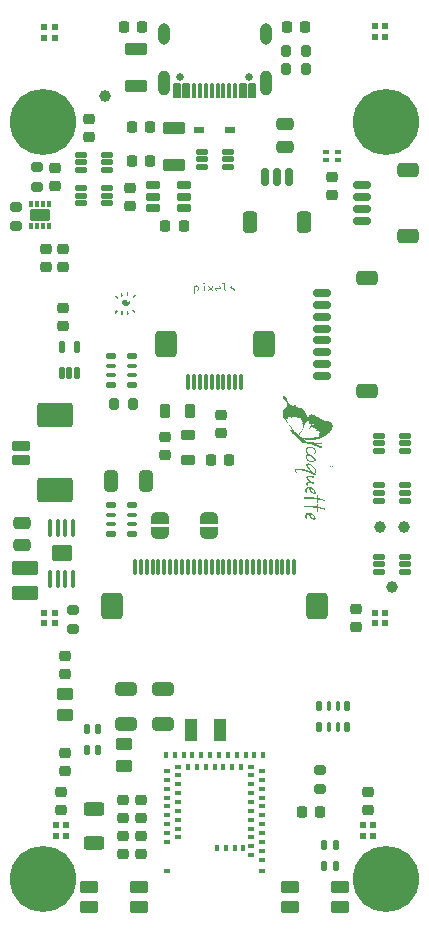
<source format=gts>
%TF.GenerationSoftware,KiCad,Pcbnew,9.0.2*%
%TF.CreationDate,2025-05-11T21:09:13+01:00*%
%TF.ProjectId,mariposa,6d617269-706f-4736-912e-6b696361645f,2.0*%
%TF.SameCoordinates,Original*%
%TF.FileFunction,Soldermask,Top*%
%TF.FilePolarity,Negative*%
%FSLAX46Y46*%
G04 Gerber Fmt 4.6, Leading zero omitted, Abs format (unit mm)*
G04 Created by KiCad (PCBNEW 9.0.2) date 2025-05-11 21:09:13*
%MOMM*%
%LPD*%
G01*
G04 APERTURE LIST*
G04 Aperture macros list*
%AMRoundRect*
0 Rectangle with rounded corners*
0 $1 Rounding radius*
0 $2 $3 $4 $5 $6 $7 $8 $9 X,Y pos of 4 corners*
0 Add a 4 corners polygon primitive as box body*
4,1,4,$2,$3,$4,$5,$6,$7,$8,$9,$2,$3,0*
0 Add four circle primitives for the rounded corners*
1,1,$1+$1,$2,$3*
1,1,$1+$1,$4,$5*
1,1,$1+$1,$6,$7*
1,1,$1+$1,$8,$9*
0 Add four rect primitives between the rounded corners*
20,1,$1+$1,$2,$3,$4,$5,0*
20,1,$1+$1,$4,$5,$6,$7,0*
20,1,$1+$1,$6,$7,$8,$9,0*
20,1,$1+$1,$8,$9,$2,$3,0*%
%AMFreePoly0*
4,1,23,0.000000,0.745722,0.065263,0.745722,0.191342,0.711940,0.304381,0.646677,0.396677,0.554381,0.461940,0.441342,0.495722,0.315263,0.495722,0.250000,0.500000,0.250000,0.500000,-0.250000,0.495722,-0.250000,0.495722,-0.315263,0.461940,-0.441342,0.396677,-0.554381,0.304381,-0.646677,0.191342,-0.711940,0.065263,-0.745722,0.000000,-0.745722,0.000000,-0.750000,-0.500000,-0.750000,
-0.500000,0.750000,0.000000,0.750000,0.000000,0.745722,0.000000,0.745722,$1*%
%AMFreePoly1*
4,1,23,0.500000,-0.750000,0.000000,-0.750000,0.000000,-0.745722,-0.065263,-0.745722,-0.191342,-0.711940,-0.304381,-0.646677,-0.396677,-0.554381,-0.461940,-0.441342,-0.495722,-0.315263,-0.495722,-0.250000,-0.500000,-0.250000,-0.500000,0.250000,-0.495722,0.250000,-0.495722,0.315263,-0.461940,0.441342,-0.396677,0.554381,-0.304381,0.646677,-0.191342,0.711940,-0.065263,0.745722,0.000000,0.745722,
0.000000,0.750000,0.500000,0.750000,0.500000,-0.750000,0.500000,-0.750000,$1*%
G04 Aperture macros list end*
%ADD10C,0.000000*%
%ADD11C,0.019564*%
%ADD12C,0.017698*%
%ADD13C,0.100000*%
%ADD14RoundRect,0.225000X0.250000X-0.225000X0.250000X0.225000X-0.250000X0.225000X-0.250000X-0.225000X0*%
%ADD15RoundRect,0.250000X-0.650000X0.325000X-0.650000X-0.325000X0.650000X-0.325000X0.650000X0.325000X0*%
%ADD16RoundRect,0.225000X-0.250000X0.225000X-0.250000X-0.225000X0.250000X-0.225000X0.250000X0.225000X0*%
%ADD17RoundRect,0.200000X-0.275000X0.200000X-0.275000X-0.200000X0.275000X-0.200000X0.275000X0.200000X0*%
%ADD18RoundRect,0.250000X0.650000X-0.350000X0.650000X0.350000X-0.650000X0.350000X-0.650000X-0.350000X0*%
%ADD19RoundRect,0.150000X0.625000X-0.150000X0.625000X0.150000X-0.625000X0.150000X-0.625000X-0.150000X0*%
%ADD20RoundRect,0.053333X-0.516667X-0.266667X0.516667X-0.266667X0.516667X0.266667X-0.516667X0.266667X0*%
%ADD21RoundRect,0.086400X-0.183600X-0.183600X0.183600X-0.183600X0.183600X0.183600X-0.183600X0.183600X0*%
%ADD22RoundRect,0.218750X0.256250X-0.218750X0.256250X0.218750X-0.256250X0.218750X-0.256250X-0.218750X0*%
%ADD23RoundRect,0.080000X-0.170000X0.320000X-0.170000X-0.320000X0.170000X-0.320000X0.170000X0.320000X0*%
%ADD24RoundRect,0.200000X0.275000X-0.200000X0.275000X0.200000X-0.275000X0.200000X-0.275000X-0.200000X0*%
%ADD25RoundRect,0.055000X-0.415000X-0.165000X0.415000X-0.165000X0.415000X0.165000X-0.415000X0.165000X0*%
%ADD26RoundRect,0.250000X0.475000X-0.250000X0.475000X0.250000X-0.475000X0.250000X-0.475000X-0.250000X0*%
%ADD27RoundRect,0.225000X-0.225000X-0.250000X0.225000X-0.250000X0.225000X0.250000X-0.225000X0.250000X0*%
%ADD28C,1.000000*%
%ADD29FreePoly0,270.000000*%
%ADD30FreePoly1,270.000000*%
%ADD31RoundRect,0.218750X-0.381250X0.218750X-0.381250X-0.218750X0.381250X-0.218750X0.381250X0.218750X0*%
%ADD32RoundRect,0.060000X-0.430000X-0.180000X0.430000X-0.180000X0.430000X0.180000X-0.430000X0.180000X0*%
%ADD33RoundRect,0.050000X0.400000X0.200000X-0.400000X0.200000X-0.400000X-0.200000X0.400000X-0.200000X0*%
%ADD34RoundRect,0.080000X0.170000X-0.320000X0.170000X0.320000X-0.170000X0.320000X-0.170000X-0.320000X0*%
%ADD35RoundRect,0.110000X0.110000X-0.385000X0.110000X0.385000X-0.110000X0.385000X-0.110000X-0.385000X0*%
%ADD36RoundRect,0.125000X0.275000X0.125000X-0.275000X0.125000X-0.275000X-0.125000X0.275000X-0.125000X0*%
%ADD37RoundRect,0.100000X0.300000X0.100000X-0.300000X0.100000X-0.300000X-0.100000X0.300000X-0.100000X0*%
%ADD38RoundRect,0.225000X0.225000X0.250000X-0.225000X0.250000X-0.225000X-0.250000X0.225000X-0.250000X0*%
%ADD39O,1.020000X1.820000*%
%ADD40O,1.020000X2.120000*%
%ADD41RoundRect,0.082667X0.227333X0.552333X-0.227333X0.552333X-0.227333X-0.552333X0.227333X-0.552333X0*%
%ADD42RoundRect,0.085333X0.074667X0.549667X-0.074667X0.549667X-0.074667X-0.549667X0.074667X-0.549667X0*%
%ADD43C,0.670000*%
%ADD44RoundRect,0.200000X0.200000X0.275000X-0.200000X0.275000X-0.200000X-0.275000X0.200000X-0.275000X0*%
%ADD45RoundRect,0.250001X1.249999X-0.799999X1.249999X0.799999X-1.249999X0.799999X-1.249999X-0.799999X0*%
%ADD46RoundRect,0.200000X0.600000X-0.200000X0.600000X0.200000X-0.600000X0.200000X-0.600000X-0.200000X0*%
%ADD47RoundRect,0.250000X0.450000X-0.262500X0.450000X0.262500X-0.450000X0.262500X-0.450000X-0.262500X0*%
%ADD48RoundRect,0.050000X0.100000X-0.675000X0.100000X0.675000X-0.100000X0.675000X-0.100000X-0.675000X0*%
%ADD49RoundRect,0.050000X0.775000X-0.625000X0.775000X0.625000X-0.775000X0.625000X-0.775000X-0.625000X0*%
%ADD50RoundRect,0.250000X0.650000X0.850000X-0.650000X0.850000X-0.650000X-0.850000X0.650000X-0.850000X0*%
%ADD51RoundRect,0.075000X0.075000X0.575000X-0.075000X0.575000X-0.075000X-0.575000X0.075000X-0.575000X0*%
%ADD52RoundRect,0.218750X0.218750X0.381250X-0.218750X0.381250X-0.218750X-0.381250X0.218750X-0.381250X0*%
%ADD53RoundRect,0.100000X-0.150000X-0.100000X0.150000X-0.100000X0.150000X0.100000X-0.150000X0.100000X0*%
%ADD54RoundRect,0.110000X-0.665000X-0.390000X0.665000X-0.390000X0.665000X0.390000X-0.665000X0.390000X0*%
%ADD55RoundRect,0.250000X-0.325000X-0.650000X0.325000X-0.650000X0.325000X0.650000X-0.325000X0.650000X0*%
%ADD56RoundRect,0.042000X-0.168000X0.243000X-0.168000X-0.243000X0.168000X-0.243000X0.168000X0.243000X0*%
%ADD57RoundRect,0.042000X0.243000X0.168000X-0.243000X0.168000X-0.243000X-0.168000X0.243000X-0.168000X0*%
%ADD58RoundRect,0.250000X-0.850000X0.375000X-0.850000X-0.375000X0.850000X-0.375000X0.850000X0.375000X0*%
%ADD59RoundRect,0.200000X-0.200000X-0.275000X0.200000X-0.275000X0.200000X0.275000X-0.200000X0.275000X0*%
%ADD60RoundRect,0.250000X-0.625000X0.312500X-0.625000X-0.312500X0.625000X-0.312500X0.625000X0.312500X0*%
%ADD61RoundRect,0.250000X-0.700000X0.275000X-0.700000X-0.275000X0.700000X-0.275000X0.700000X0.275000X0*%
%ADD62C,0.499999*%
%ADD63RoundRect,0.052222X-0.767778X0.417778X-0.767778X-0.417778X0.767778X-0.417778X0.767778X0.417778X0*%
%ADD64RoundRect,0.058000X-0.087000X-0.212000X0.087000X-0.212000X0.087000X0.212000X-0.087000X0.212000X0*%
%ADD65RoundRect,0.143000X0.407000X0.807000X-0.407000X0.807000X-0.407000X-0.807000X0.407000X-0.807000X0*%
%ADD66RoundRect,0.218750X-0.256250X0.218750X-0.256250X-0.218750X0.256250X-0.218750X0.256250X0.218750X0*%
%ADD67RoundRect,0.218750X-0.218750X-0.256250X0.218750X-0.256250X0.218750X0.256250X-0.218750X0.256250X0*%
%ADD68RoundRect,0.250000X-0.350000X-0.650000X0.350000X-0.650000X0.350000X0.650000X-0.350000X0.650000X0*%
%ADD69RoundRect,0.150000X-0.150000X-0.625000X0.150000X-0.625000X0.150000X0.625000X-0.150000X0.625000X0*%
%ADD70RoundRect,0.125000X-0.125000X0.275000X-0.125000X-0.275000X0.125000X-0.275000X0.125000X0.275000X0*%
%ADD71RoundRect,0.100000X-0.100000X0.300000X-0.100000X-0.300000X0.100000X-0.300000X0.100000X0.300000X0*%
%ADD72RoundRect,0.250000X0.700000X-0.275000X0.700000X0.275000X-0.700000X0.275000X-0.700000X-0.275000X0*%
%ADD73RoundRect,0.250000X-0.650000X-0.850000X0.650000X-0.850000X0.650000X0.850000X-0.650000X0.850000X0*%
%ADD74RoundRect,0.075000X-0.075000X-0.575000X0.075000X-0.575000X0.075000X0.575000X-0.075000X0.575000X0*%
%ADD75C,5.600000*%
%ADD76C,0.990600*%
G04 APERTURE END LIST*
D10*
G36*
X155558059Y-95580143D02*
G01*
X155615047Y-95583169D01*
X155670283Y-95588168D01*
X155723764Y-95595103D01*
X155775492Y-95603937D01*
X155825467Y-95614635D01*
X155873688Y-95627159D01*
X155920156Y-95641473D01*
X155924686Y-95643300D01*
X155928924Y-95645272D01*
X155932869Y-95647391D01*
X155936522Y-95649656D01*
X155939883Y-95652067D01*
X155941454Y-95653328D01*
X155942952Y-95654625D01*
X155944376Y-95655958D01*
X155945728Y-95657328D01*
X155947007Y-95658734D01*
X155948212Y-95660177D01*
X155949345Y-95661657D01*
X155950404Y-95663173D01*
X155951390Y-95664725D01*
X155952304Y-95666315D01*
X155953144Y-95667940D01*
X155953911Y-95669602D01*
X155954605Y-95671301D01*
X155955226Y-95673036D01*
X155955774Y-95674808D01*
X155956249Y-95676616D01*
X155956651Y-95678461D01*
X155956980Y-95680343D01*
X155957235Y-95682261D01*
X155957418Y-95684215D01*
X155957564Y-95688233D01*
X155957455Y-95691740D01*
X155957126Y-95695241D01*
X155956578Y-95698734D01*
X155955811Y-95702213D01*
X155954824Y-95705673D01*
X155953619Y-95709111D01*
X155952194Y-95712522D01*
X155950550Y-95715900D01*
X155948687Y-95719242D01*
X155946605Y-95722543D01*
X155944303Y-95725798D01*
X155941783Y-95729003D01*
X155939043Y-95732153D01*
X155936084Y-95735243D01*
X155932905Y-95738270D01*
X155929508Y-95741228D01*
X155925965Y-95744077D01*
X155922354Y-95746775D01*
X155918679Y-95749318D01*
X155914944Y-95751701D01*
X155911155Y-95753919D01*
X155907315Y-95755969D01*
X155903430Y-95757845D01*
X155899504Y-95759543D01*
X155895541Y-95761058D01*
X155891546Y-95762386D01*
X155887524Y-95763522D01*
X155883479Y-95764462D01*
X155879415Y-95765201D01*
X155875338Y-95765735D01*
X155871252Y-95766058D01*
X155867161Y-95766167D01*
X155864677Y-95766058D01*
X155861901Y-95765735D01*
X155858832Y-95765201D01*
X155855471Y-95764462D01*
X155851818Y-95763522D01*
X155847873Y-95762386D01*
X155843635Y-95761058D01*
X155839105Y-95759543D01*
X155829169Y-95755969D01*
X155818064Y-95751701D01*
X155805789Y-95746775D01*
X155792346Y-95741228D01*
X155777659Y-95733885D01*
X155762816Y-95727048D01*
X155747809Y-95720714D01*
X155732629Y-95714877D01*
X155717266Y-95709533D01*
X155701712Y-95704679D01*
X155685956Y-95700308D01*
X155669990Y-95696416D01*
X155653806Y-95693000D01*
X155637392Y-95690054D01*
X155620742Y-95687574D01*
X155603845Y-95685554D01*
X155586692Y-95683992D01*
X155569274Y-95682882D01*
X155551582Y-95682219D01*
X155533607Y-95681999D01*
X155514904Y-95682219D01*
X155497374Y-95682882D01*
X155481023Y-95683992D01*
X155465854Y-95685554D01*
X155451872Y-95687574D01*
X155439083Y-95690054D01*
X155427489Y-95693000D01*
X155417097Y-95696416D01*
X155407910Y-95700308D01*
X155399933Y-95704679D01*
X155393171Y-95709533D01*
X155387628Y-95714877D01*
X155385316Y-95717733D01*
X155383309Y-95720714D01*
X155381610Y-95723818D01*
X155380219Y-95727048D01*
X155379135Y-95730403D01*
X155378361Y-95733885D01*
X155377896Y-95737493D01*
X155377741Y-95741228D01*
X155377832Y-95743064D01*
X155378105Y-95745063D01*
X155378560Y-95747226D01*
X155379196Y-95749551D01*
X155381008Y-95754688D01*
X155383537Y-95760468D01*
X155386778Y-95766888D01*
X155390727Y-95773942D01*
X155395380Y-95781627D01*
X155400731Y-95789937D01*
X155406776Y-95798868D01*
X155413511Y-95808416D01*
X155420930Y-95818575D01*
X155429030Y-95829342D01*
X155437806Y-95840712D01*
X155447253Y-95852679D01*
X155457367Y-95865241D01*
X155468143Y-95878391D01*
X155489002Y-95901953D01*
X155510666Y-95924707D01*
X155533132Y-95946648D01*
X155556403Y-95967771D01*
X155580477Y-95988073D01*
X155605354Y-96007548D01*
X155631036Y-96026192D01*
X155657521Y-96044000D01*
X155684810Y-96060968D01*
X155712902Y-96077091D01*
X155741799Y-96092365D01*
X155771498Y-96106785D01*
X155802002Y-96120347D01*
X155833309Y-96133045D01*
X155865420Y-96144876D01*
X155898335Y-96155835D01*
X155900636Y-96156739D01*
X155902865Y-96157696D01*
X155905020Y-96158706D01*
X155907102Y-96159768D01*
X155909112Y-96160880D01*
X155911048Y-96162040D01*
X155912911Y-96163249D01*
X155914701Y-96164505D01*
X155916418Y-96165806D01*
X155918062Y-96167152D01*
X155919632Y-96168541D01*
X155921130Y-96169972D01*
X155922555Y-96171445D01*
X155923907Y-96172957D01*
X155925185Y-96174509D01*
X155926391Y-96176097D01*
X155927523Y-96177723D01*
X155928583Y-96179384D01*
X155929569Y-96181079D01*
X155930482Y-96182807D01*
X155931322Y-96184567D01*
X155932090Y-96186358D01*
X155932784Y-96188179D01*
X155933405Y-96190028D01*
X155933953Y-96191905D01*
X155934428Y-96193808D01*
X155934829Y-96195736D01*
X155935158Y-96197688D01*
X155935414Y-96199662D01*
X155935597Y-96201659D01*
X155935743Y-96205712D01*
X155935560Y-96212507D01*
X155935012Y-96218863D01*
X155934099Y-96224782D01*
X155933505Y-96227576D01*
X155932820Y-96230261D01*
X155932044Y-96232837D01*
X155931176Y-96235303D01*
X155930217Y-96237659D01*
X155929167Y-96239906D01*
X155928026Y-96242043D01*
X155926793Y-96244070D01*
X155925468Y-96245988D01*
X155924053Y-96247796D01*
X155922546Y-96249495D01*
X155920948Y-96251084D01*
X155919258Y-96252564D01*
X155917477Y-96253934D01*
X155915605Y-96255194D01*
X155913641Y-96256345D01*
X155911587Y-96257386D01*
X155909440Y-96258317D01*
X155907203Y-96259139D01*
X155904874Y-96259852D01*
X155902454Y-96260455D01*
X155899942Y-96260948D01*
X155897339Y-96261331D01*
X155894645Y-96261605D01*
X155891860Y-96261770D01*
X155888983Y-96261824D01*
X155880794Y-96261684D01*
X155872568Y-96261289D01*
X155864269Y-96260674D01*
X155855861Y-96259876D01*
X155847307Y-96258932D01*
X155838570Y-96257879D01*
X155820402Y-96255590D01*
X155810903Y-96253112D01*
X155801113Y-96250378D01*
X155780656Y-96244289D01*
X155736234Y-96230651D01*
X155724690Y-96227290D01*
X155713438Y-96224221D01*
X155702479Y-96221445D01*
X155691812Y-96218961D01*
X155681437Y-96216769D01*
X155671354Y-96214869D01*
X155661564Y-96213262D01*
X155652066Y-96211947D01*
X155633897Y-96209658D01*
X155616606Y-96207661D01*
X155608198Y-96206863D01*
X155599899Y-96206248D01*
X155591674Y-96205852D01*
X155583485Y-96205712D01*
X155571746Y-96205761D01*
X155565785Y-96205877D01*
X155559715Y-96206102D01*
X155553498Y-96206473D01*
X155547099Y-96207027D01*
X155540481Y-96207801D01*
X155533607Y-96208830D01*
X155468143Y-96218182D01*
X155445938Y-96221829D01*
X155426108Y-96225731D01*
X155408689Y-96229853D01*
X155400895Y-96231985D01*
X155393717Y-96234158D01*
X155387160Y-96236367D01*
X155381229Y-96238609D01*
X155375928Y-96240877D01*
X155371262Y-96243169D01*
X155367236Y-96245479D01*
X155363853Y-96247802D01*
X155361118Y-96250135D01*
X155359037Y-96252472D01*
X155360206Y-96254761D01*
X155363713Y-96261434D01*
X155366343Y-96266324D01*
X155369558Y-96272199D01*
X155373357Y-96279024D01*
X155377741Y-96286763D01*
X155381394Y-96295092D01*
X155385339Y-96303714D01*
X155389577Y-96312627D01*
X155394107Y-96321833D01*
X155398929Y-96331331D01*
X155404043Y-96341122D01*
X155409450Y-96351204D01*
X155415148Y-96361579D01*
X155419824Y-96371820D01*
X155424501Y-96381550D01*
X155429177Y-96390841D01*
X155433853Y-96399767D01*
X155438529Y-96408400D01*
X155443205Y-96416815D01*
X155452557Y-96433278D01*
X155455911Y-96439854D01*
X155458937Y-96445553D01*
X155461598Y-96450375D01*
X155463857Y-96454320D01*
X155467023Y-96459581D01*
X155468143Y-96461334D01*
X155468034Y-96465280D01*
X155467711Y-96468939D01*
X155467177Y-96472314D01*
X155466833Y-96473897D01*
X155466438Y-96475411D01*
X155465993Y-96476856D01*
X155465498Y-96478234D01*
X155464955Y-96479544D01*
X155464362Y-96480787D01*
X155463722Y-96481964D01*
X155463034Y-96483076D01*
X155462300Y-96484122D01*
X155461519Y-96485104D01*
X155460692Y-96486022D01*
X155459821Y-96486877D01*
X155458905Y-96487668D01*
X155457945Y-96488398D01*
X155456942Y-96489066D01*
X155455895Y-96489673D01*
X155454807Y-96490219D01*
X155453677Y-96490705D01*
X155452506Y-96491132D01*
X155451294Y-96491501D01*
X155450042Y-96491811D01*
X155448751Y-96492063D01*
X155446053Y-96492397D01*
X155443205Y-96492508D01*
X155441716Y-96492462D01*
X155440173Y-96492324D01*
X155438577Y-96492094D01*
X155436927Y-96491771D01*
X155433471Y-96490843D01*
X155429810Y-96489536D01*
X155425947Y-96487846D01*
X155421889Y-96485768D01*
X155417638Y-96483296D01*
X155413200Y-96480428D01*
X155408580Y-96477158D01*
X155403781Y-96473481D01*
X155398809Y-96469393D01*
X155393668Y-96464890D01*
X155388363Y-96459966D01*
X155382898Y-96454618D01*
X155377277Y-96448841D01*
X155371506Y-96442630D01*
X155359962Y-96429625D01*
X155348711Y-96416328D01*
X155337751Y-96402738D01*
X155327084Y-96388856D01*
X155316709Y-96374682D01*
X155306627Y-96360215D01*
X155296836Y-96345457D01*
X155287338Y-96330406D01*
X155278564Y-96315781D01*
X155270923Y-96302252D01*
X155264378Y-96289746D01*
X155261505Y-96283854D01*
X155258892Y-96278190D01*
X155256535Y-96272746D01*
X155254429Y-96267511D01*
X155252570Y-96262477D01*
X155250953Y-96257635D01*
X155249573Y-96252976D01*
X155248426Y-96248490D01*
X155247508Y-96244169D01*
X155246813Y-96240003D01*
X155246612Y-96235656D01*
X155246593Y-96231381D01*
X155246755Y-96227178D01*
X155247099Y-96223046D01*
X155247623Y-96218985D01*
X155248326Y-96214995D01*
X155249209Y-96211074D01*
X155250271Y-96207222D01*
X155251511Y-96203439D01*
X155252928Y-96199723D01*
X155254522Y-96196075D01*
X155256293Y-96192494D01*
X155258239Y-96188979D01*
X155260360Y-96185529D01*
X155262657Y-96182145D01*
X155265127Y-96178825D01*
X155267771Y-96175569D01*
X155270588Y-96172376D01*
X155273577Y-96169247D01*
X155276738Y-96166179D01*
X155283573Y-96160228D01*
X155291089Y-96154519D01*
X155299280Y-96149048D01*
X155308143Y-96143810D01*
X155317672Y-96138799D01*
X155327863Y-96134013D01*
X155336582Y-96131139D01*
X155348516Y-96127389D01*
X155355597Y-96125276D01*
X155363372Y-96123054D01*
X155371804Y-96120759D01*
X155380858Y-96118427D01*
X155400780Y-96113215D01*
X155423332Y-96107126D01*
X155448806Y-96100453D01*
X155462731Y-96096989D01*
X155477495Y-96093488D01*
X155487031Y-96091697D01*
X155495773Y-96089829D01*
X155503729Y-96087878D01*
X155510909Y-96085841D01*
X155517322Y-96083712D01*
X155522977Y-96081487D01*
X155527882Y-96079162D01*
X155532048Y-96076732D01*
X155535484Y-96074192D01*
X155536931Y-96072880D01*
X155538198Y-96071539D01*
X155539287Y-96070167D01*
X155540199Y-96068766D01*
X155540936Y-96067334D01*
X155541498Y-96065870D01*
X155541886Y-96064374D01*
X155542102Y-96062846D01*
X155542147Y-96061285D01*
X155542021Y-96059690D01*
X155541727Y-96058061D01*
X155541265Y-96056397D01*
X155539842Y-96052962D01*
X155519817Y-96039513D01*
X155499463Y-96024858D01*
X155478743Y-96008960D01*
X155457622Y-95991785D01*
X155436063Y-95973294D01*
X155414028Y-95953451D01*
X155391482Y-95932220D01*
X155368389Y-95909565D01*
X155354215Y-95895171D01*
X155340923Y-95881216D01*
X155328517Y-95867700D01*
X155317001Y-95854622D01*
X155306381Y-95841982D01*
X155296660Y-95829780D01*
X155287843Y-95818017D01*
X155279934Y-95806692D01*
X155272939Y-95795806D01*
X155266862Y-95785358D01*
X155261708Y-95775349D01*
X155257480Y-95765777D01*
X155254184Y-95756644D01*
X155251824Y-95747950D01*
X155250404Y-95739694D01*
X155249930Y-95731876D01*
X155250030Y-95727803D01*
X155250331Y-95723766D01*
X155250832Y-95719766D01*
X155251531Y-95715802D01*
X155252430Y-95711875D01*
X155253526Y-95707985D01*
X155254820Y-95704131D01*
X155256311Y-95700313D01*
X155257998Y-95696532D01*
X155259881Y-95692788D01*
X155261959Y-95689080D01*
X155264232Y-95685408D01*
X155266699Y-95681773D01*
X155269359Y-95678175D01*
X155272213Y-95674613D01*
X155275258Y-95671088D01*
X155278496Y-95667599D01*
X155281925Y-95664147D01*
X155289353Y-95657352D01*
X155297540Y-95650703D01*
X155306480Y-95644201D01*
X155316169Y-95637844D01*
X155326603Y-95631634D01*
X155337776Y-95625570D01*
X155349685Y-95619652D01*
X155359585Y-95614573D01*
X155369411Y-95609855D01*
X155379165Y-95605494D01*
X155388846Y-95601484D01*
X155398454Y-95597821D01*
X155407989Y-95594500D01*
X155417450Y-95591517D01*
X155426839Y-95588868D01*
X155436154Y-95586548D01*
X155445396Y-95584551D01*
X155454566Y-95582875D01*
X155463662Y-95581513D01*
X155472685Y-95580462D01*
X155481635Y-95579717D01*
X155490512Y-95579273D01*
X155499316Y-95579126D01*
X155558059Y-95580143D01*
G37*
D11*
X155900322Y-92917398D02*
X155905818Y-92920450D01*
X155911406Y-92923462D01*
X155917093Y-92926438D01*
X155922885Y-92929378D01*
X155928788Y-92932287D01*
X155934811Y-92935166D01*
X155940963Y-92938019D01*
X155947253Y-92940849D01*
X155953693Y-92943660D01*
X155960298Y-92946456D01*
X155967081Y-92949243D01*
X155974063Y-92952025D01*
X155981266Y-92954811D01*
X155988717Y-92957609D01*
X155996451Y-92960429D01*
X156004511Y-92963284D01*
X156012955Y-92966192D01*
X156021859Y-92969177D01*
X156031337Y-92972273D01*
X156041555Y-92975529D01*
X156052796Y-92979032D01*
X156065597Y-92982943D01*
X156081302Y-92987668D01*
X156091094Y-92990595D01*
X156103240Y-92994227D01*
X156115381Y-92997881D01*
X156127512Y-93001580D01*
X156133572Y-93003452D01*
X156139627Y-93005345D01*
X156145678Y-93007259D01*
X156151722Y-93009199D01*
X156157760Y-93011166D01*
X156163790Y-93013164D01*
X156169813Y-93015195D01*
X156175827Y-93017262D01*
X156181832Y-93019369D01*
X156187828Y-93021516D01*
X156193813Y-93023709D01*
X156199787Y-93025948D01*
X156205749Y-93028238D01*
X156211699Y-93030580D01*
X156217636Y-93032978D01*
X156223559Y-93035434D01*
X156229468Y-93037951D01*
X156235362Y-93040532D01*
X156241241Y-93043180D01*
X156247103Y-93045897D01*
X156252948Y-93048686D01*
X156258776Y-93051551D01*
X156264585Y-93054493D01*
X156267483Y-93055994D01*
X156270376Y-93057516D01*
X156273264Y-93059058D01*
X156276147Y-93060622D01*
X156279025Y-93062207D01*
X156281898Y-93063814D01*
X155909841Y-92908528D02*
X155907123Y-92908651D01*
X155904340Y-92908698D01*
X155901488Y-92908666D01*
X155898563Y-92908554D01*
X155895561Y-92908359D01*
X155892476Y-92908079D01*
X155889304Y-92907711D01*
X155886040Y-92907253D01*
X155882675Y-92906700D01*
X155879205Y-92906050D01*
X155875620Y-92905297D01*
X155871912Y-92904438D01*
X155868070Y-92903466D01*
X155864081Y-92902375D01*
X155859931Y-92901158D01*
X155855603Y-92899807D01*
X155851074Y-92898311D01*
X155846317Y-92896657D01*
X155841294Y-92894827D01*
X155835956Y-92892800D01*
X155830233Y-92890543D01*
X155824015Y-92888008D01*
X155817118Y-92885115D01*
X155809183Y-92881707D01*
X155799266Y-92877371D01*
X155794745Y-92875383D01*
X155783853Y-92870602D01*
X155778421Y-92868242D01*
X155773002Y-92865919D01*
X155767601Y-92863642D01*
X155762219Y-92861425D01*
X155756860Y-92859277D01*
X155751528Y-92857210D01*
X155748872Y-92856211D01*
X155746225Y-92855236D01*
X155743585Y-92854287D01*
X155740954Y-92853365D01*
X155738332Y-92852473D01*
X155735719Y-92851610D01*
X155733115Y-92850779D01*
X155730522Y-92849982D01*
X155727939Y-92849218D01*
X155725367Y-92848491D01*
X155722807Y-92847801D01*
X155720258Y-92847149D01*
X155717721Y-92846538D01*
X155715196Y-92845968D01*
X155712685Y-92845441D01*
X155710186Y-92844959D01*
X155129441Y-92716298D02*
X155137570Y-92719108D01*
X155145843Y-92721884D01*
X155154269Y-92724627D01*
X155162853Y-92727338D01*
X155171606Y-92730019D01*
X155180536Y-92732671D01*
X155189654Y-92735297D01*
X155198972Y-92737897D01*
X155208503Y-92740474D01*
X155218261Y-92743032D01*
X155228266Y-92745571D01*
X155238535Y-92748097D01*
X155249094Y-92750612D01*
X155259968Y-92753121D01*
X155271191Y-92755629D01*
X155282803Y-92758144D01*
X155294852Y-92760673D01*
X155307400Y-92763226D01*
X155320528Y-92765818D01*
X155334342Y-92768465D01*
X155348990Y-92771194D01*
X155364690Y-92774039D01*
X155381787Y-92777061D01*
X155400894Y-92780361D01*
X155423320Y-92784160D01*
X155452314Y-92789010D01*
X155481618Y-92793912D01*
X155496263Y-92796386D01*
X155510897Y-92798888D01*
X155525516Y-92801427D01*
X155540118Y-92804012D01*
X155554697Y-92806652D01*
X155569249Y-92809357D01*
X155576515Y-92810736D01*
X155583772Y-92812135D01*
X155591021Y-92813555D01*
X155598260Y-92814996D01*
X155605490Y-92816460D01*
X155612710Y-92817949D01*
X155619920Y-92819462D01*
X155627118Y-92821002D01*
X155634305Y-92822570D01*
X155641480Y-92824166D01*
X155648643Y-92825792D01*
X155655792Y-92827449D01*
X155662928Y-92829138D01*
X155670050Y-92830861D01*
X155677157Y-92832618D01*
X155684250Y-92834410D01*
X155691327Y-92836240D01*
X155698388Y-92838107D01*
X155705432Y-92840013D01*
X155712459Y-92841959D01*
X155719469Y-92843946D01*
X155726462Y-92845976D01*
X155733435Y-92848049D01*
X155740390Y-92850168D01*
X155747325Y-92852332D01*
X155754240Y-92854543D01*
X155761135Y-92856802D01*
X155768008Y-92859111D01*
X155774861Y-92861469D01*
X155781691Y-92863880D01*
X155788499Y-92866343D01*
X155795284Y-92868861D01*
X155802046Y-92871433D01*
X155808784Y-92874061D01*
X155815497Y-92876747D01*
X155822185Y-92879491D01*
X155828848Y-92882295D01*
X155835485Y-92885159D01*
X155842096Y-92888086D01*
X155848680Y-92891075D01*
X155855236Y-92894129D01*
X155861764Y-92897248D01*
X155868265Y-92900433D01*
X155874736Y-92903686D01*
X155881178Y-92907008D01*
X155887590Y-92910400D01*
X155893971Y-92913863D01*
X155900322Y-92917398D01*
D10*
G36*
X155028071Y-92639529D02*
G01*
X155070463Y-92657375D01*
X155115234Y-92673154D01*
X155162078Y-92687027D01*
X155207901Y-92698463D01*
X155008639Y-92679519D01*
X155028061Y-92639515D01*
X155028071Y-92639529D01*
G37*
G36*
X153394357Y-88831648D02*
G01*
X153413561Y-88835081D01*
X153431695Y-88840174D01*
X153448815Y-88846845D01*
X153464972Y-88855012D01*
X153480220Y-88864592D01*
X153494612Y-88875500D01*
X153508201Y-88887654D01*
X153521039Y-88900971D01*
X153533179Y-88915367D01*
X153544675Y-88930760D01*
X153555581Y-88947067D01*
X153575829Y-88982087D01*
X153594346Y-89019763D01*
X153611557Y-89059429D01*
X153627886Y-89100422D01*
X153659592Y-89183724D01*
X153675816Y-89224702D01*
X153692853Y-89264347D01*
X153711126Y-89301993D01*
X153731058Y-89336973D01*
X153757534Y-89378671D01*
X153783628Y-89418154D01*
X153809525Y-89455237D01*
X153835415Y-89489733D01*
X153861485Y-89521457D01*
X153887920Y-89550221D01*
X153901333Y-89563436D01*
X153914908Y-89575841D01*
X153928669Y-89587412D01*
X153942638Y-89598128D01*
X153956838Y-89607965D01*
X153971294Y-89616898D01*
X153986029Y-89624906D01*
X154001067Y-89631964D01*
X154016429Y-89638049D01*
X154032140Y-89643139D01*
X154048224Y-89647210D01*
X154064704Y-89650238D01*
X154081602Y-89652200D01*
X154098943Y-89653075D01*
X154116751Y-89652836D01*
X154135047Y-89651463D01*
X154153856Y-89648929D01*
X154173202Y-89645214D01*
X154193106Y-89640294D01*
X154213594Y-89634145D01*
X154231458Y-89628348D01*
X154243635Y-89624689D01*
X154257477Y-89620935D01*
X154272613Y-89617396D01*
X154288670Y-89614381D01*
X154305277Y-89612198D01*
X154322059Y-89611157D01*
X154330400Y-89611160D01*
X154338645Y-89611566D01*
X154346749Y-89612411D01*
X154354664Y-89613735D01*
X154362343Y-89615576D01*
X154369741Y-89617973D01*
X154376811Y-89620964D01*
X154383505Y-89624589D01*
X154389779Y-89628885D01*
X154395584Y-89633891D01*
X154400875Y-89639647D01*
X154405605Y-89646190D01*
X154409727Y-89653560D01*
X154413196Y-89661794D01*
X154415963Y-89670933D01*
X154417983Y-89681013D01*
X154419645Y-89690670D01*
X154421667Y-89700373D01*
X154424047Y-89710073D01*
X154426790Y-89719725D01*
X154429893Y-89729281D01*
X154433357Y-89738692D01*
X154437184Y-89747913D01*
X154441373Y-89756896D01*
X154445924Y-89765594D01*
X154450840Y-89773960D01*
X154456120Y-89781947D01*
X154461765Y-89789508D01*
X154467774Y-89796595D01*
X154474149Y-89803162D01*
X154480890Y-89809160D01*
X154487999Y-89814544D01*
X154492338Y-89817322D01*
X154496611Y-89819605D01*
X154500815Y-89821420D01*
X154504949Y-89822795D01*
X154509010Y-89823758D01*
X154512997Y-89824336D01*
X154516907Y-89824557D01*
X154520738Y-89824449D01*
X154524489Y-89824039D01*
X154528157Y-89823356D01*
X154531739Y-89822426D01*
X154535236Y-89821279D01*
X154538643Y-89819941D01*
X154541959Y-89818441D01*
X154548312Y-89815063D01*
X154554276Y-89811366D01*
X154559837Y-89807575D01*
X154569683Y-89800590D01*
X154573935Y-89797841D01*
X154575886Y-89796750D01*
X154577718Y-89795884D01*
X154579429Y-89795273D01*
X154581017Y-89794941D01*
X154582480Y-89794919D01*
X154583815Y-89795234D01*
X154586361Y-89796353D01*
X154588925Y-89797740D01*
X154591507Y-89799373D01*
X154594104Y-89801233D01*
X154599341Y-89805556D01*
X154604630Y-89810556D01*
X154609960Y-89816077D01*
X154615323Y-89821961D01*
X154626118Y-89834203D01*
X154631532Y-89840249D01*
X154636945Y-89846038D01*
X154642350Y-89851414D01*
X154647737Y-89856223D01*
X154653097Y-89860307D01*
X154655766Y-89862029D01*
X154658425Y-89863512D01*
X154661073Y-89864737D01*
X154663709Y-89865683D01*
X154666332Y-89866332D01*
X154668941Y-89866664D01*
X154673852Y-89866888D01*
X154678265Y-89866905D01*
X154682210Y-89866724D01*
X154685720Y-89866355D01*
X154688828Y-89865810D01*
X154691563Y-89865100D01*
X154693959Y-89864234D01*
X154696047Y-89863224D01*
X154697858Y-89862081D01*
X154699426Y-89860814D01*
X154700781Y-89859437D01*
X154701955Y-89857956D01*
X154702980Y-89856387D01*
X154703887Y-89854736D01*
X154705477Y-89851237D01*
X154706979Y-89847547D01*
X154708647Y-89843752D01*
X154709623Y-89841841D01*
X154710736Y-89839935D01*
X154712017Y-89838046D01*
X154713500Y-89836184D01*
X154715213Y-89834360D01*
X154717191Y-89832583D01*
X154719465Y-89830867D01*
X154722067Y-89829220D01*
X154725027Y-89827653D01*
X154728378Y-89826178D01*
X154732152Y-89824805D01*
X154736381Y-89823544D01*
X154803808Y-89804475D01*
X154815899Y-89801930D01*
X154821409Y-89801146D01*
X154826609Y-89800724D01*
X154831529Y-89800694D01*
X154836203Y-89801082D01*
X154840665Y-89801918D01*
X154844946Y-89803230D01*
X154849080Y-89805044D01*
X154853100Y-89807390D01*
X154857039Y-89810297D01*
X154860930Y-89813791D01*
X154864805Y-89817901D01*
X154868698Y-89822656D01*
X154872642Y-89828082D01*
X154876669Y-89834209D01*
X154885106Y-89848677D01*
X154894272Y-89866285D01*
X154904432Y-89887256D01*
X154915850Y-89911817D01*
X154921068Y-89922779D01*
X154926310Y-89932997D01*
X154931578Y-89942511D01*
X154936875Y-89951359D01*
X154942204Y-89959581D01*
X154947569Y-89967214D01*
X154952972Y-89974300D01*
X154958418Y-89980877D01*
X154963910Y-89986982D01*
X154969449Y-89992656D01*
X154975041Y-89997938D01*
X154980687Y-90002866D01*
X154992157Y-90011817D01*
X155003886Y-90019824D01*
X155015899Y-90027197D01*
X155028222Y-90034248D01*
X155053900Y-90048634D01*
X155067307Y-90056594D01*
X155081127Y-90065481D01*
X155095387Y-90075607D01*
X155110110Y-90087283D01*
X155117160Y-90093469D01*
X155123951Y-90099962D01*
X155136799Y-90113809D01*
X155148745Y-90128708D01*
X155159882Y-90144545D01*
X155170301Y-90161204D01*
X155180095Y-90178571D01*
X155189355Y-90196530D01*
X155198172Y-90214966D01*
X155214848Y-90252810D01*
X155230859Y-90291182D01*
X155246939Y-90329163D01*
X155255236Y-90347717D01*
X155263825Y-90365830D01*
X155280010Y-90401349D01*
X155286807Y-90418340D01*
X155292786Y-90434869D01*
X155297981Y-90450976D01*
X155302425Y-90466701D01*
X155306154Y-90482079D01*
X155309202Y-90497151D01*
X155313393Y-90526529D01*
X155315270Y-90555144D01*
X155315107Y-90583304D01*
X155313180Y-90611317D01*
X155309762Y-90639491D01*
X155305129Y-90668136D01*
X155293307Y-90728070D01*
X155279911Y-90793587D01*
X155273308Y-90829210D01*
X155267134Y-90867155D01*
X155354860Y-90713942D01*
X155379123Y-90673744D01*
X155404456Y-90634000D01*
X155430928Y-90595310D01*
X155458608Y-90558281D01*
X155487565Y-90523517D01*
X155517867Y-90491623D01*
X155533544Y-90476941D01*
X155549584Y-90463204D01*
X155565994Y-90450486D01*
X155582784Y-90438863D01*
X155599962Y-90428411D01*
X155617536Y-90419206D01*
X155635516Y-90411323D01*
X155653910Y-90404837D01*
X155672727Y-90399824D01*
X155691973Y-90396360D01*
X155711660Y-90394520D01*
X155731795Y-90394382D01*
X155755883Y-90396041D01*
X155778710Y-90399122D01*
X155800435Y-90403448D01*
X155821216Y-90408848D01*
X155841208Y-90415146D01*
X155860570Y-90422168D01*
X155879460Y-90429741D01*
X155898033Y-90437689D01*
X155934863Y-90454018D01*
X155953434Y-90462051D01*
X155972318Y-90469763D01*
X155991673Y-90476981D01*
X156011657Y-90483530D01*
X156032426Y-90489238D01*
X156054139Y-90493928D01*
X156058225Y-90494805D01*
X156062277Y-90495904D01*
X156070285Y-90498729D01*
X156078167Y-90502319D01*
X156085931Y-90506590D01*
X156093582Y-90511460D01*
X156101126Y-90516842D01*
X156108569Y-90522653D01*
X156115918Y-90528809D01*
X156172017Y-90580376D01*
X156182039Y-90588225D01*
X156192235Y-90595199D01*
X156202570Y-90601411D01*
X156213007Y-90606981D01*
X156223512Y-90612022D01*
X156234050Y-90616653D01*
X156255082Y-90625147D01*
X156275818Y-90633395D01*
X156285986Y-90637716D01*
X156295976Y-90642324D01*
X156305750Y-90647337D01*
X156315273Y-90652870D01*
X156324511Y-90659039D01*
X156333427Y-90665960D01*
X156364965Y-90691351D01*
X156396883Y-90714993D01*
X156429175Y-90737000D01*
X156461834Y-90757483D01*
X156494852Y-90776552D01*
X156528223Y-90794319D01*
X156561939Y-90810898D01*
X156595994Y-90826397D01*
X156630380Y-90840931D01*
X156665090Y-90854610D01*
X156735454Y-90879846D01*
X156807030Y-90903003D01*
X156879761Y-90924970D01*
X156913807Y-90934241D01*
X156950562Y-90943048D01*
X157030118Y-90960562D01*
X157114271Y-90980100D01*
X157156770Y-90991434D01*
X157198857Y-91004243D01*
X157240014Y-91018850D01*
X157279719Y-91035578D01*
X157317451Y-91054749D01*
X157335416Y-91065352D01*
X157352693Y-91076687D01*
X157369216Y-91088795D01*
X157384922Y-91101716D01*
X157399745Y-91115490D01*
X157413619Y-91130157D01*
X157426481Y-91145758D01*
X157438265Y-91162334D01*
X157448906Y-91179924D01*
X157458338Y-91198570D01*
X157469928Y-91226378D01*
X157479285Y-91254315D01*
X157486472Y-91282358D01*
X157491560Y-91310488D01*
X157494615Y-91338680D01*
X157495706Y-91366915D01*
X157494898Y-91395171D01*
X157492258Y-91423427D01*
X157487856Y-91451661D01*
X157481757Y-91479851D01*
X157474030Y-91507976D01*
X157464742Y-91536015D01*
X157453959Y-91563947D01*
X157441749Y-91591750D01*
X157428179Y-91619401D01*
X157413319Y-91646881D01*
X157413316Y-91646870D01*
X157413315Y-91646858D01*
X157413311Y-91646837D01*
X157376407Y-91706582D01*
X157334308Y-91765167D01*
X157287738Y-91822366D01*
X157237420Y-91877953D01*
X157184075Y-91931703D01*
X157128427Y-91983389D01*
X157071198Y-92032788D01*
X157013111Y-92079673D01*
X156954889Y-92123818D01*
X156897253Y-92164998D01*
X156840930Y-92202988D01*
X156786638Y-92237563D01*
X156735102Y-92268495D01*
X156687044Y-92295561D01*
X156643188Y-92318535D01*
X156604255Y-92337190D01*
X156520573Y-92373560D01*
X156435587Y-92407319D01*
X156349434Y-92438277D01*
X156262253Y-92466242D01*
X156174177Y-92491026D01*
X156085348Y-92512438D01*
X155995899Y-92530287D01*
X155905970Y-92544382D01*
X155815696Y-92554533D01*
X155725216Y-92560552D01*
X155634665Y-92562244D01*
X155544183Y-92559423D01*
X155453904Y-92551896D01*
X155363968Y-92539473D01*
X155274510Y-92521963D01*
X155185668Y-92499177D01*
X155142238Y-92485658D01*
X155096226Y-92469767D01*
X155000000Y-92434321D01*
X154951557Y-92416489D01*
X154904073Y-92399730D01*
X154858436Y-92384907D01*
X154836587Y-92378491D01*
X154815531Y-92372881D01*
X154844604Y-92375122D01*
X154874453Y-92376766D01*
X154904858Y-92377985D01*
X154935602Y-92378948D01*
X154997227Y-92380797D01*
X155027671Y-92382025D01*
X155057577Y-92383686D01*
X155121398Y-92388399D01*
X155153899Y-92391281D01*
X155186514Y-92394572D01*
X155219034Y-92398316D01*
X155251244Y-92402557D01*
X155282938Y-92407338D01*
X155313904Y-92412705D01*
X155336335Y-92416803D01*
X155365782Y-92421802D01*
X155399770Y-92426866D01*
X155417693Y-92429161D01*
X155435823Y-92431160D01*
X155453849Y-92432758D01*
X155471464Y-92433850D01*
X155488358Y-92434333D01*
X155504219Y-92434101D01*
X155518741Y-92433051D01*
X155525402Y-92432186D01*
X155531611Y-92431078D01*
X155537331Y-92429712D01*
X155542522Y-92428078D01*
X155547146Y-92426160D01*
X155551165Y-92423946D01*
X155557728Y-92419979D01*
X155564432Y-92416365D01*
X155571271Y-92413087D01*
X155578238Y-92410125D01*
X155585326Y-92407463D01*
X155592527Y-92405082D01*
X155607241Y-92401090D01*
X155622326Y-92398006D01*
X155637723Y-92395681D01*
X155653379Y-92393974D01*
X155669236Y-92392737D01*
X155733552Y-92389600D01*
X155749573Y-92388544D01*
X155765458Y-92387087D01*
X155781150Y-92385085D01*
X155796594Y-92382395D01*
X155918247Y-92354248D01*
X155935014Y-92350770D01*
X155951458Y-92347651D01*
X155967380Y-92344995D01*
X155982576Y-92342905D01*
X155996848Y-92341488D01*
X156009994Y-92340846D01*
X156021814Y-92341087D01*
X156027162Y-92341570D01*
X156032106Y-92342313D01*
X156045917Y-92344516D01*
X156059971Y-92346062D01*
X156088721Y-92347262D01*
X156118173Y-92346072D01*
X156148146Y-92342651D01*
X156178460Y-92337156D01*
X156208932Y-92329746D01*
X156239380Y-92320578D01*
X156269624Y-92309813D01*
X156299482Y-92297606D01*
X156328771Y-92284117D01*
X156357312Y-92269506D01*
X156384922Y-92253927D01*
X156411419Y-92237542D01*
X156436623Y-92220507D01*
X156460351Y-92202982D01*
X156482423Y-92185125D01*
X156478689Y-92184053D01*
X156474447Y-92183185D01*
X156464598Y-92181967D01*
X156453180Y-92181278D01*
X156440499Y-92180925D01*
X156412580Y-92180461D01*
X156397953Y-92179966D01*
X156383291Y-92179039D01*
X156368900Y-92177488D01*
X156355085Y-92175120D01*
X156348490Y-92173569D01*
X156342154Y-92171743D01*
X156336116Y-92169616D01*
X156330414Y-92167166D01*
X156325085Y-92164367D01*
X156320169Y-92161196D01*
X156315704Y-92157628D01*
X156311728Y-92153640D01*
X156308280Y-92149208D01*
X156305396Y-92144307D01*
X156303117Y-92138914D01*
X156301480Y-92133004D01*
X156301247Y-92130359D01*
X156301536Y-92127207D01*
X156303551Y-92119521D01*
X156307278Y-92110221D01*
X156312471Y-92099577D01*
X156318881Y-92087858D01*
X156326263Y-92075339D01*
X156342951Y-92048978D01*
X156399142Y-91965679D01*
X156360077Y-92032609D01*
X156371782Y-92015372D01*
X156383429Y-91996276D01*
X156394858Y-91975547D01*
X156405907Y-91953415D01*
X156416417Y-91930103D01*
X156426225Y-91905838D01*
X156435172Y-91880847D01*
X156443096Y-91855356D01*
X156449837Y-91829591D01*
X156455234Y-91803780D01*
X156459126Y-91778147D01*
X156461353Y-91752921D01*
X156461792Y-91740530D01*
X156461753Y-91728326D01*
X156461218Y-91716336D01*
X156460166Y-91704590D01*
X156458577Y-91693114D01*
X156456431Y-91681939D01*
X156453708Y-91671090D01*
X156450386Y-91660598D01*
X156441598Y-91676280D01*
X156432582Y-91693357D01*
X156413755Y-91730445D01*
X156393668Y-91769361D01*
X156383079Y-91788725D01*
X156372087Y-91807609D01*
X156360662Y-91825700D01*
X156348776Y-91842687D01*
X156336397Y-91858256D01*
X156323499Y-91872095D01*
X156316844Y-91878269D01*
X156310048Y-91883893D01*
X156303108Y-91888928D01*
X156296018Y-91893336D01*
X156288778Y-91897077D01*
X156281380Y-91900112D01*
X156273823Y-91902402D01*
X156266103Y-91903908D01*
X156274627Y-91889837D01*
X156283879Y-91875373D01*
X156303735Y-91845374D01*
X156324019Y-91814120D01*
X156333807Y-91798089D01*
X156343082Y-91781824D01*
X156351640Y-91765351D01*
X156359274Y-91748696D01*
X156365776Y-91731887D01*
X156370942Y-91714949D01*
X156372959Y-91706439D01*
X156374564Y-91697908D01*
X156375732Y-91689358D01*
X156376437Y-91680792D01*
X156376653Y-91672214D01*
X156376354Y-91663626D01*
X156375514Y-91655034D01*
X156374109Y-91646438D01*
X156362718Y-91654705D01*
X156351740Y-91663250D01*
X156341137Y-91671989D01*
X156330870Y-91680842D01*
X156292444Y-91715739D01*
X156274295Y-91731729D01*
X156265356Y-91739071D01*
X156256460Y-91745869D01*
X156247568Y-91752041D01*
X156238644Y-91757503D01*
X156229650Y-91762174D01*
X156220550Y-91765972D01*
X156224113Y-91754325D01*
X156227230Y-91742941D01*
X156229933Y-91731772D01*
X156232255Y-91720772D01*
X156234224Y-91709895D01*
X156235874Y-91699096D01*
X156237234Y-91688326D01*
X156238336Y-91677540D01*
X156239211Y-91666691D01*
X156239890Y-91655733D01*
X156240782Y-91633303D01*
X156241263Y-91609880D01*
X156241581Y-91585090D01*
X156238908Y-91590907D01*
X156236049Y-91596604D01*
X156233026Y-91602196D01*
X156229863Y-91607698D01*
X156223207Y-91618493D01*
X156216264Y-91629106D01*
X156202252Y-91650254D01*
X156195550Y-91661026D01*
X156192355Y-91666512D01*
X156189294Y-91672086D01*
X156190308Y-91672936D01*
X156187352Y-91676689D01*
X156185287Y-91680752D01*
X156184787Y-91681755D01*
X156184293Y-91682771D01*
X156183806Y-91683810D01*
X156183325Y-91684882D01*
X156183347Y-91684325D01*
X156183373Y-91683786D01*
X156183433Y-91682743D01*
X156183495Y-91681702D01*
X156183550Y-91680619D01*
X156064264Y-91816447D01*
X156070318Y-91805574D01*
X156076549Y-91793586D01*
X156089559Y-91767414D01*
X156103313Y-91740227D01*
X156110477Y-91726971D01*
X156117836Y-91714323D01*
X156125391Y-91702568D01*
X156133147Y-91691997D01*
X156137100Y-91687244D01*
X156141105Y-91682893D01*
X156145160Y-91678982D01*
X156149268Y-91675545D01*
X156153427Y-91672619D01*
X156157639Y-91670240D01*
X156161904Y-91668443D01*
X156166222Y-91667264D01*
X156170594Y-91666740D01*
X156175018Y-91666906D01*
X156179496Y-91667798D01*
X156184029Y-91669451D01*
X156185043Y-91656536D01*
X156186322Y-91644212D01*
X156187817Y-91632425D01*
X156189480Y-91621123D01*
X156193108Y-91599759D01*
X156196807Y-91579699D01*
X156200179Y-91560517D01*
X156201617Y-91551122D01*
X156202825Y-91541789D01*
X156203753Y-91532463D01*
X156204350Y-91523092D01*
X156204567Y-91513623D01*
X156204354Y-91504002D01*
X156197094Y-91506755D01*
X156189843Y-91509767D01*
X156182616Y-91513103D01*
X156175430Y-91516819D01*
X156168301Y-91520978D01*
X156161244Y-91525642D01*
X156154276Y-91530872D01*
X156147412Y-91536728D01*
X156140669Y-91543272D01*
X156134064Y-91550564D01*
X156127610Y-91558666D01*
X156121326Y-91567638D01*
X156115226Y-91577542D01*
X156109328Y-91588439D01*
X156103646Y-91600390D01*
X156098196Y-91613456D01*
X156098995Y-91565239D01*
X156099886Y-91542808D01*
X156100563Y-91531850D01*
X156101437Y-91521000D01*
X156102538Y-91510213D01*
X156103898Y-91499444D01*
X156105547Y-91488643D01*
X156107516Y-91477767D01*
X156109839Y-91466768D01*
X156112544Y-91455601D01*
X156115663Y-91444218D01*
X156119228Y-91432573D01*
X156111381Y-91446508D01*
X156103476Y-91461330D01*
X156087312Y-91492769D01*
X156070377Y-91525153D01*
X156061510Y-91541156D01*
X156052316Y-91556743D01*
X156042751Y-91571699D01*
X156032771Y-91585805D01*
X156022331Y-91598845D01*
X156011385Y-91610601D01*
X156005710Y-91615930D01*
X155999891Y-91620856D01*
X155993924Y-91625353D01*
X155987802Y-91629393D01*
X155981522Y-91632950D01*
X155975076Y-91635996D01*
X155968459Y-91638503D01*
X155961665Y-91640446D01*
X155961909Y-91650310D01*
X155961909Y-91660275D01*
X155961571Y-91670261D01*
X155960801Y-91680183D01*
X155959503Y-91689960D01*
X155957582Y-91699510D01*
X155954945Y-91708748D01*
X155953328Y-91713225D01*
X155951496Y-91717593D01*
X155949438Y-91721844D01*
X155947142Y-91725965D01*
X155944595Y-91729946D01*
X155941785Y-91733778D01*
X155938702Y-91737450D01*
X155935333Y-91740951D01*
X155931667Y-91744272D01*
X155927690Y-91747402D01*
X155923392Y-91750330D01*
X155918762Y-91753047D01*
X155913786Y-91755543D01*
X155908454Y-91757806D01*
X155902752Y-91759827D01*
X155896671Y-91761595D01*
X155890197Y-91763100D01*
X155883319Y-91764331D01*
X155954472Y-91642422D01*
X155961448Y-91630470D01*
X155961452Y-91630532D01*
X155961458Y-91630595D01*
X155961466Y-91630658D01*
X155961475Y-91630721D01*
X155961498Y-91630850D01*
X155961523Y-91630980D01*
X155961550Y-91631109D01*
X155961574Y-91631237D01*
X155961584Y-91631303D01*
X155961593Y-91631366D01*
X155961600Y-91631430D01*
X155961605Y-91631492D01*
X155971192Y-91614620D01*
X155979771Y-91596624D01*
X155987396Y-91577641D01*
X155994124Y-91557811D01*
X156000011Y-91537269D01*
X156005113Y-91516155D01*
X156009485Y-91494607D01*
X156013184Y-91472761D01*
X156016266Y-91450757D01*
X156018787Y-91428732D01*
X156020801Y-91406824D01*
X156022367Y-91385171D01*
X156024374Y-91343183D01*
X156025255Y-91303868D01*
X155996799Y-91350432D01*
X155981737Y-91373487D01*
X155966171Y-91396293D01*
X155950139Y-91418776D01*
X155933678Y-91440864D01*
X155916829Y-91462481D01*
X155899628Y-91483554D01*
X155882115Y-91504011D01*
X155864329Y-91523779D01*
X155846305Y-91542782D01*
X155828085Y-91560948D01*
X155809705Y-91578203D01*
X155791205Y-91594472D01*
X155772623Y-91609685D01*
X155753996Y-91623766D01*
X155764486Y-91610068D01*
X155774517Y-91595370D01*
X155793250Y-91563199D01*
X155810299Y-91527705D01*
X155825764Y-91489342D01*
X155839747Y-91448563D01*
X155852350Y-91405824D01*
X155863674Y-91361575D01*
X155873821Y-91316272D01*
X155882892Y-91270368D01*
X155890989Y-91224315D01*
X155904667Y-91133580D01*
X155924803Y-90970292D01*
X155898904Y-91016549D01*
X155875498Y-91061877D01*
X155854058Y-91106533D01*
X155834055Y-91150775D01*
X155757852Y-91328753D01*
X155749414Y-91346577D01*
X155739002Y-91366260D01*
X155726831Y-91387405D01*
X155713114Y-91409615D01*
X155698068Y-91432497D01*
X155681906Y-91455651D01*
X155664843Y-91478685D01*
X155647093Y-91501201D01*
X155628871Y-91522804D01*
X155610391Y-91543097D01*
X155591870Y-91561685D01*
X155573519Y-91578172D01*
X155555554Y-91592162D01*
X155538190Y-91603259D01*
X155529801Y-91607599D01*
X155521642Y-91611067D01*
X155513739Y-91613614D01*
X155506123Y-91615190D01*
X155530620Y-91572348D01*
X155553555Y-91530220D01*
X155574853Y-91488606D01*
X155594434Y-91447308D01*
X155612222Y-91406127D01*
X155628142Y-91364864D01*
X155642114Y-91323321D01*
X155654062Y-91281299D01*
X155663910Y-91238599D01*
X155671581Y-91195021D01*
X155676997Y-91150368D01*
X155680082Y-91104441D01*
X155680758Y-91057042D01*
X155678950Y-91007970D01*
X155674579Y-90957026D01*
X155667569Y-90904015D01*
X155655292Y-90924454D01*
X155642511Y-90944906D01*
X155616482Y-90986095D01*
X155603760Y-91006956D01*
X155591582Y-91028076D01*
X155580209Y-91049516D01*
X155574908Y-91060377D01*
X155569906Y-91071340D01*
X155563903Y-91085924D01*
X155558611Y-91100515D01*
X155553892Y-91115097D01*
X155549605Y-91129649D01*
X155534017Y-91187203D01*
X155529814Y-91201336D01*
X155525212Y-91215331D01*
X155520072Y-91229168D01*
X155514254Y-91242829D01*
X155507620Y-91256297D01*
X155500030Y-91269552D01*
X155491347Y-91282575D01*
X155486551Y-91288996D01*
X155481431Y-91295351D01*
X155480734Y-91282332D01*
X155480297Y-91268624D01*
X155480147Y-91239519D01*
X155480870Y-91208788D01*
X155482353Y-91177188D01*
X155484482Y-91145472D01*
X155487145Y-91114399D01*
X155490227Y-91084720D01*
X155493619Y-91057193D01*
X155495684Y-91044697D01*
X155498490Y-91031840D01*
X155501891Y-91018671D01*
X155505744Y-91005242D01*
X155522772Y-90949934D01*
X155526710Y-90935964D01*
X155530233Y-90922038D01*
X155533194Y-90908206D01*
X155535450Y-90894521D01*
X155536857Y-90881030D01*
X155537268Y-90867788D01*
X155537055Y-90861275D01*
X155536540Y-90854843D01*
X155535705Y-90848499D01*
X155534530Y-90842247D01*
X155525706Y-90841968D01*
X155516655Y-90842485D01*
X155507398Y-90843762D01*
X155497958Y-90845763D01*
X155488355Y-90848451D01*
X155478610Y-90851791D01*
X155458785Y-90860276D01*
X155438652Y-90870929D01*
X155418384Y-90883460D01*
X155398153Y-90897577D01*
X155378131Y-90912987D01*
X155358491Y-90929404D01*
X155339402Y-90946534D01*
X155321037Y-90964086D01*
X155303570Y-90981771D01*
X155287170Y-90999297D01*
X155272009Y-91016373D01*
X155246097Y-91048013D01*
X155232612Y-91066528D01*
X155219808Y-91086049D01*
X155207624Y-91106471D01*
X155196003Y-91127690D01*
X155184887Y-91149604D01*
X155174215Y-91172104D01*
X155153977Y-91218453D01*
X155079148Y-91406476D01*
X155040909Y-91493225D01*
X155000654Y-91578906D01*
X154958571Y-91663717D01*
X154914850Y-91747854D01*
X154869678Y-91831519D01*
X154823244Y-91914909D01*
X154727344Y-92081655D01*
X154641242Y-92255261D01*
X154613355Y-92307525D01*
X154599634Y-92331289D01*
X154586343Y-92352581D01*
X154573700Y-92370727D01*
X154561917Y-92385056D01*
X154556414Y-92390580D01*
X154551207Y-92394896D01*
X154546321Y-92397924D01*
X154541783Y-92399576D01*
X154538207Y-92399600D01*
X154535819Y-92397941D01*
X154534551Y-92394701D01*
X154534338Y-92389984D01*
X154536814Y-92376526D01*
X154542721Y-92358388D01*
X154551529Y-92336392D01*
X154562713Y-92311358D01*
X154590098Y-92255461D01*
X154620658Y-92197266D01*
X154650173Y-92143341D01*
X154689204Y-92074574D01*
X154903712Y-91707057D01*
X155089844Y-91315730D01*
X155071592Y-91324092D01*
X155055083Y-91330682D01*
X155040244Y-91335577D01*
X155027003Y-91338858D01*
X155015284Y-91340604D01*
X155005014Y-91340893D01*
X154996122Y-91339805D01*
X154988532Y-91337419D01*
X154982173Y-91333812D01*
X154976969Y-91329067D01*
X154972849Y-91323260D01*
X154969739Y-91316472D01*
X154967564Y-91308780D01*
X154966253Y-91300265D01*
X154965731Y-91291005D01*
X154965925Y-91281080D01*
X154968168Y-91259548D01*
X154972397Y-91236302D01*
X154978022Y-91211977D01*
X154984457Y-91187204D01*
X154997411Y-91138843D01*
X155002756Y-91116523D01*
X155006563Y-91096284D01*
X154999883Y-91108069D01*
X154993434Y-91119969D01*
X154980895Y-91143693D01*
X154968277Y-91166616D01*
X154961730Y-91177515D01*
X154954910Y-91187899D01*
X154947735Y-91197661D01*
X154940121Y-91206698D01*
X154936123Y-91210911D01*
X154931985Y-91214904D01*
X154927694Y-91218664D01*
X154923241Y-91222175D01*
X154918616Y-91225427D01*
X154913808Y-91228405D01*
X154908806Y-91231097D01*
X154903600Y-91233490D01*
X154898179Y-91235569D01*
X154892534Y-91237323D01*
X154886653Y-91238737D01*
X154880525Y-91239800D01*
X154887386Y-91229106D01*
X154894631Y-91215994D01*
X154902124Y-91200784D01*
X154909728Y-91183796D01*
X154917311Y-91165350D01*
X154924737Y-91145768D01*
X154931867Y-91125369D01*
X154938570Y-91104474D01*
X154944709Y-91083405D01*
X154950148Y-91062479D01*
X154954750Y-91042020D01*
X154958384Y-91022347D01*
X154960910Y-91003780D01*
X154962196Y-90986641D01*
X154962105Y-90971249D01*
X154961500Y-90964309D01*
X154960500Y-90957926D01*
X154921436Y-91024855D01*
X154920068Y-91007555D01*
X154919791Y-90989883D01*
X154920500Y-90971876D01*
X154922092Y-90953567D01*
X154924463Y-90934991D01*
X154927510Y-90916184D01*
X154931128Y-90897180D01*
X154935214Y-90878015D01*
X154944375Y-90839334D01*
X154954165Y-90800420D01*
X154963751Y-90761553D01*
X154972306Y-90723008D01*
X154969555Y-90729429D01*
X154966620Y-90735781D01*
X154963518Y-90742067D01*
X154960261Y-90748292D01*
X154953344Y-90760576D01*
X154945985Y-90772658D01*
X154938300Y-90784569D01*
X154930403Y-90796337D01*
X154914440Y-90819565D01*
X154909248Y-90827258D01*
X154904449Y-90834611D01*
X154895950Y-90848268D01*
X154888788Y-90860481D01*
X154882809Y-90871196D01*
X154873780Y-90887905D01*
X154870421Y-90893790D01*
X154868962Y-90896090D01*
X154867625Y-90897954D01*
X154866390Y-90899373D01*
X154865238Y-90900343D01*
X154864150Y-90900852D01*
X154863105Y-90900899D01*
X154862087Y-90900473D01*
X154861074Y-90899569D01*
X154860047Y-90898180D01*
X154858988Y-90896298D01*
X154857875Y-90893916D01*
X154856691Y-90891029D01*
X154854031Y-90883707D01*
X154847000Y-90862685D01*
X154842332Y-90846297D01*
X154838403Y-90827498D01*
X154835184Y-90806520D01*
X154832647Y-90783596D01*
X154830760Y-90758958D01*
X154829496Y-90732839D01*
X154828824Y-90705472D01*
X154828715Y-90677089D01*
X154830068Y-90618204D01*
X154833319Y-90558045D01*
X154838233Y-90498472D01*
X154844573Y-90441347D01*
X154839377Y-90452266D01*
X154833804Y-90463129D01*
X154827909Y-90473923D01*
X154821742Y-90484637D01*
X154808803Y-90505787D01*
X154795406Y-90526492D01*
X154768914Y-90566221D01*
X154756656Y-90585072D01*
X154745613Y-90603134D01*
X154738380Y-90615091D01*
X154731494Y-90625606D01*
X154724950Y-90634727D01*
X154718744Y-90642503D01*
X154712871Y-90648983D01*
X154707324Y-90654213D01*
X154702101Y-90658245D01*
X154697194Y-90661124D01*
X154692598Y-90662902D01*
X154688310Y-90663625D01*
X154684324Y-90663343D01*
X154680634Y-90662102D01*
X154677235Y-90659955D01*
X154674123Y-90656945D01*
X154671292Y-90653124D01*
X154668737Y-90648541D01*
X154666455Y-90643242D01*
X154664437Y-90637278D01*
X154662680Y-90630696D01*
X154661179Y-90623543D01*
X154658924Y-90607728D01*
X154657632Y-90590216D01*
X154657260Y-90571398D01*
X154657767Y-90551662D01*
X154659113Y-90531395D01*
X154661258Y-90510985D01*
X154659222Y-90512346D01*
X154657123Y-90513616D01*
X154654963Y-90514801D01*
X154652746Y-90515905D01*
X154650472Y-90516933D01*
X154648144Y-90517890D01*
X154645763Y-90518782D01*
X154643332Y-90519611D01*
X154640855Y-90520384D01*
X154638331Y-90521106D01*
X154635763Y-90521781D01*
X154633154Y-90522415D01*
X154627820Y-90523575D01*
X154622346Y-90524627D01*
X154589984Y-90429741D01*
X154574626Y-90384226D01*
X154560040Y-90338611D01*
X154546390Y-90291859D01*
X154539967Y-90267730D01*
X154533840Y-90242929D01*
X154528030Y-90217322D01*
X154522557Y-90190781D01*
X154517442Y-90163177D01*
X154512707Y-90134378D01*
X154509624Y-90151372D01*
X154507408Y-90169072D01*
X154505987Y-90187424D01*
X154505289Y-90206373D01*
X154505772Y-90245845D01*
X154508276Y-90287054D01*
X154512226Y-90329564D01*
X154517042Y-90372944D01*
X154526960Y-90460568D01*
X154530905Y-90503944D01*
X154533403Y-90546450D01*
X154533876Y-90587651D01*
X154533173Y-90607628D01*
X154531746Y-90627115D01*
X154529524Y-90646058D01*
X154526435Y-90664404D01*
X154522404Y-90682098D01*
X154517363Y-90699086D01*
X154511236Y-90715313D01*
X154503953Y-90730725D01*
X154495441Y-90745268D01*
X154485626Y-90758888D01*
X154479335Y-90737010D01*
X154471565Y-90715822D01*
X154462539Y-90695215D01*
X154452482Y-90675087D01*
X154441615Y-90655333D01*
X154430163Y-90635848D01*
X154406395Y-90597265D01*
X154382959Y-90558503D01*
X154371925Y-90538794D01*
X154361644Y-90518725D01*
X154352339Y-90498192D01*
X154344232Y-90477092D01*
X154337549Y-90455319D01*
X154334810Y-90444148D01*
X154332510Y-90432768D01*
X154330703Y-90442710D01*
X154328576Y-90452887D01*
X154323758Y-90473598D01*
X154318860Y-90494200D01*
X154316631Y-90504243D01*
X154314683Y-90513995D01*
X154313116Y-90523371D01*
X154312029Y-90532282D01*
X154311698Y-90536535D01*
X154311524Y-90540640D01*
X154311521Y-90544584D01*
X154311701Y-90548359D01*
X154312076Y-90551950D01*
X154312659Y-90555350D01*
X154313463Y-90558545D01*
X154314499Y-90561525D01*
X154315782Y-90564281D01*
X154317322Y-90566800D01*
X154319133Y-90569070D01*
X154321228Y-90571083D01*
X154325797Y-90575126D01*
X154329526Y-90578865D01*
X154332464Y-90582307D01*
X154334659Y-90585461D01*
X154336157Y-90588336D01*
X154337008Y-90590942D01*
X154337258Y-90593286D01*
X154336953Y-90595377D01*
X154336143Y-90597225D01*
X154334876Y-90598837D01*
X154333198Y-90600224D01*
X154331156Y-90601394D01*
X154328801Y-90602354D01*
X154326177Y-90603115D01*
X154323334Y-90603684D01*
X154320318Y-90604072D01*
X154317178Y-90604286D01*
X154313961Y-90604335D01*
X154307486Y-90603975D01*
X154301275Y-90603060D01*
X154295708Y-90601663D01*
X154293286Y-90600804D01*
X154291166Y-90599852D01*
X154289400Y-90598813D01*
X154288032Y-90597699D01*
X154287112Y-90596515D01*
X154286685Y-90595272D01*
X154286801Y-90593979D01*
X154287507Y-90592643D01*
X154286152Y-90594116D01*
X154284630Y-90595191D01*
X154282959Y-90595912D01*
X154281157Y-90596322D01*
X154279239Y-90596465D01*
X154277225Y-90596386D01*
X154272976Y-90595732D01*
X154264090Y-90593680D01*
X154259733Y-90592981D01*
X154257639Y-90592866D01*
X154255622Y-90592967D01*
X154253703Y-90593326D01*
X154251899Y-90593988D01*
X154250224Y-90594997D01*
X154248700Y-90596397D01*
X154247342Y-90598230D01*
X154246169Y-90600541D01*
X154245198Y-90603374D01*
X154244446Y-90606772D01*
X154243931Y-90610779D01*
X154243671Y-90615440D01*
X154243684Y-90620798D01*
X154243985Y-90626897D01*
X154244594Y-90633780D01*
X154245528Y-90641491D01*
X154246806Y-90650074D01*
X154248442Y-90659574D01*
X154238717Y-90652995D01*
X154229540Y-90645944D01*
X154220878Y-90638454D01*
X154212693Y-90630557D01*
X154204950Y-90622287D01*
X154197614Y-90613677D01*
X154184016Y-90595566D01*
X154171612Y-90576489D01*
X154160118Y-90556710D01*
X154138708Y-90516102D01*
X154117496Y-90475852D01*
X154106248Y-90456520D01*
X154094188Y-90438069D01*
X154081033Y-90420763D01*
X154073955Y-90412622D01*
X154066494Y-90404865D01*
X154058617Y-90397527D01*
X154050286Y-90390640D01*
X154041467Y-90384237D01*
X154032123Y-90378351D01*
X154035328Y-90384789D01*
X154038277Y-90391739D01*
X154043448Y-90407065D01*
X154047716Y-90424101D01*
X154051159Y-90442621D01*
X154053857Y-90462398D01*
X154055888Y-90483207D01*
X154057328Y-90504819D01*
X154058260Y-90527011D01*
X154058908Y-90572224D01*
X154058461Y-90617032D01*
X154056800Y-90698191D01*
X154042488Y-90688890D01*
X154028677Y-90678144D01*
X154015297Y-90666128D01*
X154002278Y-90653018D01*
X153989554Y-90638988D01*
X153977056Y-90624217D01*
X153952458Y-90593147D01*
X153927937Y-90561210D01*
X153902943Y-90529813D01*
X153890096Y-90514755D01*
X153876924Y-90500358D01*
X153863360Y-90486799D01*
X153849334Y-90474252D01*
X153851904Y-90490958D01*
X153853030Y-90505796D01*
X153852816Y-90518873D01*
X153851365Y-90530298D01*
X153848778Y-90540178D01*
X153845157Y-90548620D01*
X153840606Y-90555734D01*
X153835226Y-90561626D01*
X153829119Y-90566405D01*
X153822390Y-90570178D01*
X153815139Y-90573054D01*
X153807468Y-90575140D01*
X153799480Y-90576544D01*
X153791278Y-90577374D01*
X153774641Y-90577745D01*
X153743295Y-90576345D01*
X153730224Y-90576301D01*
X153724697Y-90576822D01*
X153719980Y-90577846D01*
X153716174Y-90579484D01*
X153713381Y-90581842D01*
X153711705Y-90585029D01*
X153711246Y-90589153D01*
X153712109Y-90594321D01*
X153714394Y-90600641D01*
X153718206Y-90608222D01*
X153723644Y-90617171D01*
X153715393Y-90614466D01*
X153708200Y-90613121D01*
X153702020Y-90613063D01*
X153696807Y-90614221D01*
X153692517Y-90616522D01*
X153689103Y-90619892D01*
X153686519Y-90624261D01*
X153684721Y-90629556D01*
X153683663Y-90635703D01*
X153683300Y-90642633D01*
X153683585Y-90650270D01*
X153684475Y-90658544D01*
X153687883Y-90676712D01*
X153693160Y-90696558D01*
X153699943Y-90717503D01*
X153707867Y-90738967D01*
X153716569Y-90760374D01*
X153725685Y-90781142D01*
X153743704Y-90818453D01*
X153759017Y-90846271D01*
X153740317Y-90830763D01*
X153721254Y-90815418D01*
X153702131Y-90800656D01*
X153683252Y-90786893D01*
X153664924Y-90774544D01*
X153647451Y-90764029D01*
X153639131Y-90759589D01*
X153631140Y-90755763D01*
X153623514Y-90752605D01*
X153616293Y-90750164D01*
X153609516Y-90748496D01*
X153603219Y-90747650D01*
X153597441Y-90747680D01*
X153592221Y-90748636D01*
X153587594Y-90750573D01*
X153583603Y-90753540D01*
X153580283Y-90757592D01*
X153577672Y-90762779D01*
X153575810Y-90769155D01*
X153574733Y-90776770D01*
X153574481Y-90785679D01*
X153575090Y-90795931D01*
X153576601Y-90807579D01*
X153579050Y-90820677D01*
X153582476Y-90835275D01*
X153586917Y-90851427D01*
X153592913Y-90869984D01*
X153600806Y-90891314D01*
X153610407Y-90914972D01*
X153621525Y-90940518D01*
X153647554Y-90995503D01*
X153677375Y-91052724D01*
X153693234Y-91081067D01*
X153709470Y-91108642D01*
X153725894Y-91135005D01*
X153742317Y-91159714D01*
X153758548Y-91182328D01*
X153774398Y-91202402D01*
X153789676Y-91219495D01*
X153804194Y-91233164D01*
X153827276Y-91253118D01*
X153849883Y-91273796D01*
X153872039Y-91295150D01*
X153893774Y-91317131D01*
X153936090Y-91362778D01*
X153977050Y-91410353D01*
X154016876Y-91459468D01*
X154055789Y-91509737D01*
X154131758Y-91612184D01*
X154151861Y-91641288D01*
X154170447Y-91671256D01*
X154187663Y-91702018D01*
X154203657Y-91733503D01*
X154218577Y-91765643D01*
X154232568Y-91798364D01*
X154245779Y-91831598D01*
X154258356Y-91865275D01*
X154282199Y-91933675D01*
X154305274Y-92002999D01*
X154328761Y-92072688D01*
X154353835Y-92142177D01*
X154344596Y-92137234D01*
X154336019Y-92131882D01*
X154328070Y-92126141D01*
X154320713Y-92120029D01*
X154313915Y-92113568D01*
X154307639Y-92106773D01*
X154301853Y-92099666D01*
X154296520Y-92092264D01*
X154291605Y-92084586D01*
X154287076Y-92076653D01*
X154282896Y-92068481D01*
X154279030Y-92060091D01*
X154272105Y-92042731D01*
X154266022Y-92024724D01*
X154244548Y-91949251D01*
X154238504Y-91930278D01*
X154231635Y-91911567D01*
X154223663Y-91893270D01*
X154219175Y-91884323D01*
X154214307Y-91875535D01*
X154204130Y-91858465D01*
X154193784Y-91841853D01*
X154172683Y-91809782D01*
X154151190Y-91778876D01*
X154129491Y-91748685D01*
X154086221Y-91688655D01*
X154065024Y-91657919D01*
X154044366Y-91626105D01*
X153989811Y-91540699D01*
X153933733Y-91456217D01*
X153876419Y-91372563D01*
X153818152Y-91289638D01*
X153699896Y-91125592D01*
X153581243Y-90963298D01*
X153557612Y-90931661D01*
X153531230Y-90897765D01*
X153502813Y-90862677D01*
X153473068Y-90827468D01*
X153442709Y-90793202D01*
X153412448Y-90760946D01*
X153382994Y-90731770D01*
X153368793Y-90718669D01*
X153355061Y-90706739D01*
X153350015Y-90702056D01*
X153345364Y-90696840D01*
X153341090Y-90691124D01*
X153337176Y-90684945D01*
X153333606Y-90678335D01*
X153330361Y-90671332D01*
X153327426Y-90663971D01*
X153324785Y-90656285D01*
X153322419Y-90648309D01*
X153320313Y-90640080D01*
X153316809Y-90623000D01*
X153314141Y-90605325D01*
X153312175Y-90587335D01*
X153310772Y-90569311D01*
X153309802Y-90551532D01*
X153308618Y-90517836D01*
X153307542Y-90488488D01*
X153306709Y-90476146D01*
X153305500Y-90465733D01*
X153303466Y-90455414D01*
X153300452Y-90443584D01*
X153292379Y-90416106D01*
X153283072Y-90384734D01*
X153278516Y-90368037D01*
X153274324Y-90350904D01*
X153270718Y-90333516D01*
X153267926Y-90316052D01*
X153266904Y-90307348D01*
X153266168Y-90298692D01*
X153265747Y-90290107D01*
X153265670Y-90281614D01*
X153265963Y-90273238D01*
X153266655Y-90265000D01*
X153267774Y-90256923D01*
X153269348Y-90249027D01*
X153271404Y-90241338D01*
X153273971Y-90233877D01*
X153277078Y-90226665D01*
X153280751Y-90219727D01*
X153283446Y-90214901D01*
X153285933Y-90210035D01*
X153290333Y-90200199D01*
X153294059Y-90190243D01*
X153297218Y-90180198D01*
X153299919Y-90170089D01*
X153302268Y-90159946D01*
X153306345Y-90139664D01*
X153310312Y-90119573D01*
X153312522Y-90109667D01*
X153315028Y-90099893D01*
X153317936Y-90090277D01*
X153321355Y-90080846D01*
X153325393Y-90071630D01*
X153327677Y-90067110D01*
X153330157Y-90062655D01*
X153455496Y-89920336D01*
X153465684Y-89904353D01*
X153476795Y-89889405D01*
X153488661Y-89875287D01*
X153501115Y-89861789D01*
X153553443Y-89809888D01*
X153566313Y-89796404D01*
X153578763Y-89782304D01*
X153590624Y-89767381D01*
X153601729Y-89751427D01*
X153611908Y-89734239D01*
X153616599Y-89725117D01*
X153620995Y-89715610D01*
X153625077Y-89705689D01*
X153628822Y-89695331D01*
X153632211Y-89684510D01*
X153635220Y-89673199D01*
X153640443Y-89647659D01*
X153643852Y-89621659D01*
X153645520Y-89595302D01*
X153645513Y-89568697D01*
X153643901Y-89541947D01*
X153640754Y-89515159D01*
X153636141Y-89488437D01*
X153630131Y-89461890D01*
X153622794Y-89435621D01*
X153614199Y-89409737D01*
X153604415Y-89384344D01*
X153593512Y-89359546D01*
X153581557Y-89335450D01*
X153568623Y-89312162D01*
X153554776Y-89289786D01*
X153540087Y-89268430D01*
X153524619Y-89249250D01*
X153502571Y-89224501D01*
X153444953Y-89162128D01*
X153379679Y-89088980D01*
X153348059Y-89050762D01*
X153319193Y-89012724D01*
X153294634Y-88975827D01*
X153284457Y-88958105D01*
X153275941Y-88941027D01*
X153269278Y-88924714D01*
X153264666Y-88909284D01*
X153262296Y-88894858D01*
X153262366Y-88881556D01*
X153265069Y-88869497D01*
X153270597Y-88858801D01*
X153279149Y-88849589D01*
X153290916Y-88841978D01*
X153306093Y-88836090D01*
X153324876Y-88832045D01*
X153347458Y-88829962D01*
X153374034Y-88829961D01*
X153394357Y-88831648D01*
G37*
G36*
X153975909Y-91664620D02*
G01*
X153989651Y-91666520D01*
X154004408Y-91669911D01*
X154036600Y-91680769D01*
X154071758Y-91696410D01*
X154109153Y-91716046D01*
X154148058Y-91738893D01*
X154187742Y-91764167D01*
X154266540Y-91818850D01*
X154339723Y-91873810D01*
X154401464Y-91922768D01*
X154445937Y-91959439D01*
X154517330Y-92021757D01*
X154588435Y-92080727D01*
X154727346Y-92190352D01*
X154857804Y-92291763D01*
X154918342Y-92340463D01*
X154974941Y-92388403D01*
X155026992Y-92436012D01*
X155073886Y-92483721D01*
X155095210Y-92507748D01*
X155115016Y-92531962D01*
X155133229Y-92556417D01*
X155149773Y-92581165D01*
X155164570Y-92606262D01*
X155177546Y-92631760D01*
X155188625Y-92657715D01*
X155197730Y-92684180D01*
X155204785Y-92711208D01*
X155209715Y-92738854D01*
X155212442Y-92767171D01*
X155212891Y-92796213D01*
X155206393Y-92802053D01*
X155199923Y-92807331D01*
X155193480Y-92812063D01*
X155187063Y-92816261D01*
X155180672Y-92819940D01*
X155174306Y-92823113D01*
X155167963Y-92825797D01*
X155161642Y-92828003D01*
X155155344Y-92829748D01*
X155149066Y-92831044D01*
X155142809Y-92831905D01*
X155136572Y-92832347D01*
X155130352Y-92832382D01*
X155124150Y-92832025D01*
X155117965Y-92831291D01*
X155111796Y-92830192D01*
X155105642Y-92828745D01*
X155099502Y-92826961D01*
X155087260Y-92822444D01*
X155075065Y-92816755D01*
X155062908Y-92810006D01*
X155050784Y-92802310D01*
X155038685Y-92793780D01*
X155026604Y-92784529D01*
X155014533Y-92774670D01*
X154899646Y-92693981D01*
X154803225Y-92622237D01*
X154718971Y-92554879D01*
X154640585Y-92487348D01*
X154561765Y-92415083D01*
X154476214Y-92333528D01*
X154259712Y-92124307D01*
X154241675Y-92102451D01*
X154218584Y-92078837D01*
X154191454Y-92053661D01*
X154161299Y-92027120D01*
X154095974Y-91970731D01*
X154062833Y-91941278D01*
X154030727Y-91911248D01*
X154000671Y-91880838D01*
X153973678Y-91850245D01*
X153961648Y-91834942D01*
X153950765Y-91819666D01*
X153941155Y-91804444D01*
X153932946Y-91789299D01*
X153926263Y-91774256D01*
X153921235Y-91759339D01*
X153917988Y-91744574D01*
X153916649Y-91729984D01*
X153917344Y-91715596D01*
X153920200Y-91701433D01*
X153925346Y-91687519D01*
X153932906Y-91673879D01*
X153941680Y-91668839D01*
X153951832Y-91665680D01*
X153963272Y-91664307D01*
X153975909Y-91664620D01*
G37*
G36*
X155213886Y-92699033D02*
G01*
X155316869Y-92709853D01*
X155419842Y-92721896D01*
X155522619Y-92735544D01*
X155625017Y-92751181D01*
X155643829Y-92754508D01*
X155626710Y-92753163D01*
X155522451Y-92744551D01*
X155416737Y-92733552D01*
X155364096Y-92726748D01*
X155312004Y-92718857D01*
X155260768Y-92709715D01*
X155210691Y-92699160D01*
X155207901Y-92698463D01*
X155213886Y-92699033D01*
G37*
D12*
X156215328Y-92804832D02*
X156217890Y-92804873D01*
X156221601Y-92804849D01*
X156226848Y-92804734D01*
X156234191Y-92804492D01*
X156244580Y-92804071D01*
X156260164Y-92803367D01*
X156270689Y-92802873D01*
X156289012Y-92802018D01*
X156308733Y-92801137D01*
X156318999Y-92800706D01*
X156329473Y-92800290D01*
X156340107Y-92799897D01*
X156350853Y-92799535D01*
X156361664Y-92799210D01*
X156372494Y-92798930D01*
X156383294Y-92798702D01*
X156394017Y-92798534D01*
X156404616Y-92798433D01*
X156415043Y-92798406D01*
X156420177Y-92798423D01*
X156425251Y-92798461D01*
X156430258Y-92798521D01*
X156435192Y-92798604D01*
X156440048Y-92798711D01*
X156444820Y-92798844D01*
X156449501Y-92799002D01*
X156454087Y-92799187D01*
X156458570Y-92799399D01*
X156462945Y-92799641D01*
X156467206Y-92799911D01*
X156471347Y-92800213D01*
X156475362Y-92800545D01*
X156479246Y-92800910D01*
X156482991Y-92801308D01*
X156486594Y-92801740D01*
X156490046Y-92802207D01*
X156493343Y-92802710D01*
X156496479Y-92803250D01*
X156499448Y-92803828D01*
X156502243Y-92804444D01*
X156503574Y-92804767D01*
X156504859Y-92805100D01*
X156506099Y-92805443D01*
X156507291Y-92805797D01*
X156508435Y-92806160D01*
X156509531Y-92806534D01*
X156510577Y-92806919D01*
X156511574Y-92807315D01*
X156512520Y-92807721D01*
X156513414Y-92808138D01*
X156514257Y-92808566D01*
X156515046Y-92809006D01*
X156515782Y-92809456D01*
X156516463Y-92809918D01*
X156517089Y-92810392D01*
X156517659Y-92810877D01*
X156518173Y-92811374D01*
X156518629Y-92811882D01*
X156519028Y-92812403D01*
X156519367Y-92812936D01*
X156519647Y-92813481D01*
X156519866Y-92814038D01*
X156520024Y-92814608D01*
X156520121Y-92815190D01*
X156520155Y-92815784D01*
X156520125Y-92816392D01*
X156520032Y-92817012D01*
X156519874Y-92817646D01*
X156519650Y-92818292D01*
X156519360Y-92818952D01*
D10*
G36*
X139345929Y-80517160D02*
G01*
X139242589Y-80590985D01*
X139074821Y-80356145D01*
X139178161Y-80282320D01*
X139345929Y-80517160D01*
G37*
D11*
X157404552Y-94796801D02*
X157404555Y-94796813D01*
D10*
G36*
X139731745Y-81651504D02*
G01*
X139711538Y-81984913D01*
X139584767Y-81977229D01*
X139604974Y-81643821D01*
X139731745Y-81651504D01*
G37*
D12*
X155827929Y-92789965D02*
X155812179Y-92786519D01*
X155796245Y-92783115D01*
X155780120Y-92779751D01*
X155763798Y-92776427D01*
X155747271Y-92773143D01*
X155730531Y-92769897D01*
X155713568Y-92766689D01*
X155696375Y-92763519D01*
X155678940Y-92760385D01*
X155661252Y-92757286D01*
X155643299Y-92754221D01*
X155625068Y-92751190D01*
X155606544Y-92748190D01*
X155587710Y-92745221D01*
X155568549Y-92742280D01*
X155549041Y-92739366D01*
X155529161Y-92736477D01*
X155508886Y-92733611D01*
X155488186Y-92730764D01*
X155467026Y-92727934D01*
X155445369Y-92725117D01*
X155423168Y-92722310D01*
X155400372Y-92719506D01*
X155376915Y-92716701D01*
X155352719Y-92713887D01*
X155327690Y-92711054D01*
X155301707Y-92708193D01*
X155274612Y-92705288D01*
X155246198Y-92702321D01*
X155216174Y-92699263D01*
X155184117Y-92696075D01*
X155149358Y-92692696D01*
X155110719Y-92689015D01*
X155065712Y-92684801D01*
X155008639Y-92679519D01*
D10*
G36*
X155501131Y-96517590D02*
G01*
X155508961Y-96517986D01*
X155516644Y-96518601D01*
X155524255Y-96519398D01*
X155531866Y-96520342D01*
X155539550Y-96521395D01*
X155555428Y-96523685D01*
X155617775Y-96533037D01*
X155634764Y-96537638D01*
X155651834Y-96543253D01*
X155667652Y-96549355D01*
X155668996Y-96549873D01*
X155686259Y-96557488D01*
X155703631Y-96566090D01*
X155721122Y-96575669D01*
X155738741Y-96586216D01*
X155756496Y-96597722D01*
X155774398Y-96610177D01*
X155792455Y-96623574D01*
X155810677Y-96637901D01*
X155829072Y-96653152D01*
X155847649Y-96669315D01*
X155866419Y-96686383D01*
X155885389Y-96704346D01*
X155904569Y-96723194D01*
X155924405Y-96744673D01*
X155942994Y-96765851D01*
X155960332Y-96786718D01*
X155976414Y-96807265D01*
X155991236Y-96827484D01*
X156004793Y-96847365D01*
X156017080Y-96866898D01*
X156028094Y-96886076D01*
X156037828Y-96904888D01*
X156046280Y-96923325D01*
X156053444Y-96941380D01*
X156059316Y-96959041D01*
X156063890Y-96976300D01*
X156067164Y-96993149D01*
X156069131Y-97009577D01*
X156069788Y-97025576D01*
X156069669Y-97032180D01*
X156069314Y-97038547D01*
X156068722Y-97044678D01*
X156067894Y-97050576D01*
X156066832Y-97056241D01*
X156065534Y-97061674D01*
X156064003Y-97066877D01*
X156062238Y-97071850D01*
X156060240Y-97076594D01*
X156058010Y-97081112D01*
X156055549Y-97085403D01*
X156052856Y-97089470D01*
X156049932Y-97093313D01*
X156046779Y-97096933D01*
X156043396Y-97100332D01*
X156039784Y-97103510D01*
X156035943Y-97106469D01*
X156031875Y-97109211D01*
X156027580Y-97111735D01*
X156023058Y-97114043D01*
X156018311Y-97116137D01*
X156013337Y-97118018D01*
X156008139Y-97119686D01*
X156002717Y-97121143D01*
X155997070Y-97122389D01*
X155991201Y-97123427D01*
X155985109Y-97124258D01*
X155978795Y-97124881D01*
X155972259Y-97125299D01*
X155965503Y-97125513D01*
X155951329Y-97125332D01*
X155932077Y-97124126D01*
X155912899Y-97121678D01*
X155893793Y-97117989D01*
X155874760Y-97113057D01*
X155855800Y-97106883D01*
X155836914Y-97099467D01*
X155818100Y-97090809D01*
X155799360Y-97080910D01*
X155780692Y-97069767D01*
X155762098Y-97057383D01*
X155743576Y-97043757D01*
X155725128Y-97028889D01*
X155706753Y-97012779D01*
X155688451Y-96995426D01*
X155670222Y-96976832D01*
X155652066Y-96956995D01*
X155637149Y-96939320D01*
X155622743Y-96921389D01*
X155608776Y-96903239D01*
X155595174Y-96884907D01*
X155581865Y-96866428D01*
X155568775Y-96847839D01*
X155542959Y-96810480D01*
X155536748Y-96800543D01*
X155530971Y-96790601D01*
X155525623Y-96780650D01*
X155520699Y-96770685D01*
X155516196Y-96760702D01*
X155512109Y-96750696D01*
X155508432Y-96740663D01*
X155505161Y-96730598D01*
X155504829Y-96729429D01*
X155639596Y-96729429D01*
X155642630Y-96741559D01*
X155645892Y-96753406D01*
X155649391Y-96764979D01*
X155653137Y-96776287D01*
X155657139Y-96787339D01*
X155661405Y-96798144D01*
X155665946Y-96808713D01*
X155670770Y-96819053D01*
X155675886Y-96829173D01*
X155681303Y-96839084D01*
X155687031Y-96848794D01*
X155693078Y-96858312D01*
X155699454Y-96867647D01*
X155706168Y-96876809D01*
X155713230Y-96885806D01*
X155720647Y-96894648D01*
X155733469Y-96909370D01*
X155746219Y-96923143D01*
X155758895Y-96935965D01*
X155771498Y-96947838D01*
X155784029Y-96958761D01*
X155796486Y-96968734D01*
X155808870Y-96977757D01*
X155821181Y-96985831D01*
X155833419Y-96992954D01*
X155845584Y-96999128D01*
X155857676Y-97004352D01*
X155869694Y-97008626D01*
X155881640Y-97011951D01*
X155893513Y-97014325D01*
X155905312Y-97015750D01*
X155917039Y-97016225D01*
X155923273Y-97016225D01*
X155926124Y-97016152D01*
X155928838Y-97015939D01*
X155931424Y-97015588D01*
X155933892Y-97015104D01*
X155936250Y-97014493D01*
X155938507Y-97013759D01*
X155940673Y-97012906D01*
X155942757Y-97011938D01*
X155944768Y-97010861D01*
X155946714Y-97009679D01*
X155948606Y-97008397D01*
X155950453Y-97007019D01*
X155952263Y-97005549D01*
X155954045Y-97003993D01*
X155955809Y-97002354D01*
X155957564Y-97000638D01*
X155958414Y-96999761D01*
X155959210Y-96998886D01*
X155959953Y-96998013D01*
X155960645Y-96997143D01*
X155961879Y-96995419D01*
X155962922Y-96993721D01*
X155963782Y-96992061D01*
X155964469Y-96990446D01*
X155964991Y-96988886D01*
X155965357Y-96987389D01*
X155965578Y-96985966D01*
X155965662Y-96984625D01*
X155965618Y-96983375D01*
X155965455Y-96982226D01*
X155965182Y-96981187D01*
X155964809Y-96980266D01*
X155964345Y-96979473D01*
X155964082Y-96979127D01*
X155963799Y-96978817D01*
X155963662Y-96972670D01*
X155963251Y-96966506D01*
X155962566Y-96960323D01*
X155961607Y-96954121D01*
X155958867Y-96941664D01*
X155955031Y-96929134D01*
X155950100Y-96916531D01*
X155944072Y-96903854D01*
X155936948Y-96891105D01*
X155928729Y-96878282D01*
X155919413Y-96865387D01*
X155909002Y-96852418D01*
X155897495Y-96839376D01*
X155884891Y-96826262D01*
X155871192Y-96813074D01*
X155856397Y-96799813D01*
X155840506Y-96786479D01*
X155823519Y-96773072D01*
X155817528Y-96769419D01*
X155811244Y-96765473D01*
X155804669Y-96761236D01*
X155797801Y-96756706D01*
X155790641Y-96751884D01*
X155783188Y-96746769D01*
X155775444Y-96741363D01*
X155767407Y-96735664D01*
X155757903Y-96729819D01*
X155748070Y-96723974D01*
X155737871Y-96718129D01*
X155727271Y-96712284D01*
X155716233Y-96706439D01*
X155704719Y-96700594D01*
X155692694Y-96694749D01*
X155680122Y-96688904D01*
X155679820Y-96688621D01*
X155679502Y-96688355D01*
X155679168Y-96688107D01*
X155678819Y-96687875D01*
X155678456Y-96687659D01*
X155678080Y-96687458D01*
X155677297Y-96687101D01*
X155676476Y-96686799D01*
X155675628Y-96686547D01*
X155674762Y-96686341D01*
X155673887Y-96686176D01*
X155673012Y-96686047D01*
X155672146Y-96685951D01*
X155671298Y-96685881D01*
X155670477Y-96685835D01*
X155668955Y-96685792D01*
X155667652Y-96685786D01*
X155665926Y-96685832D01*
X155664255Y-96685968D01*
X155662638Y-96686195D01*
X155661077Y-96686511D01*
X155659570Y-96686916D01*
X155658118Y-96687410D01*
X155656720Y-96687991D01*
X155655378Y-96688660D01*
X155654090Y-96689416D01*
X155652857Y-96690258D01*
X155651679Y-96691185D01*
X155650556Y-96692198D01*
X155649487Y-96693295D01*
X155648473Y-96694475D01*
X155647515Y-96695740D01*
X155646610Y-96697087D01*
X155645761Y-96698516D01*
X155644967Y-96700027D01*
X155644227Y-96701619D01*
X155643542Y-96703291D01*
X155642912Y-96705043D01*
X155642336Y-96706875D01*
X155641816Y-96708785D01*
X155641350Y-96710774D01*
X155640939Y-96712840D01*
X155640583Y-96714983D01*
X155640281Y-96717203D01*
X155640035Y-96719499D01*
X155639843Y-96721870D01*
X155639706Y-96724315D01*
X155639624Y-96726835D01*
X155639596Y-96729429D01*
X155504829Y-96729429D01*
X155502293Y-96720496D01*
X155499822Y-96710354D01*
X155497743Y-96700165D01*
X155496053Y-96689926D01*
X155494746Y-96679633D01*
X155493818Y-96669280D01*
X155493265Y-96658863D01*
X155493082Y-96648378D01*
X155493082Y-96645261D01*
X155468716Y-96647161D01*
X155457110Y-96648661D01*
X155445889Y-96650528D01*
X155435055Y-96652762D01*
X155424606Y-96655364D01*
X155414545Y-96658335D01*
X155404871Y-96661676D01*
X155395585Y-96665386D01*
X155386688Y-96669467D01*
X155378181Y-96673919D01*
X155370063Y-96678742D01*
X155362335Y-96683938D01*
X155354999Y-96689506D01*
X155348054Y-96695447D01*
X155341502Y-96701763D01*
X155335342Y-96708453D01*
X155329575Y-96715518D01*
X155324202Y-96722958D01*
X155319224Y-96730775D01*
X155314640Y-96738968D01*
X155310452Y-96747539D01*
X155306661Y-96756487D01*
X155303266Y-96765814D01*
X155300268Y-96775521D01*
X155297668Y-96785606D01*
X155295466Y-96796072D01*
X155293664Y-96806918D01*
X155292261Y-96818146D01*
X155291258Y-96829756D01*
X155290656Y-96841748D01*
X155290455Y-96854123D01*
X155290566Y-96862378D01*
X155290900Y-96870775D01*
X155291462Y-96879309D01*
X155292258Y-96887975D01*
X155293290Y-96896770D01*
X155294565Y-96905687D01*
X155296086Y-96914723D01*
X155297859Y-96923874D01*
X155299887Y-96933133D01*
X155302176Y-96942498D01*
X155304729Y-96951964D01*
X155307552Y-96961525D01*
X155310649Y-96971178D01*
X155314024Y-96980917D01*
X155317682Y-96990739D01*
X155321629Y-97000638D01*
X155321912Y-97000939D01*
X155322177Y-97001259D01*
X155322426Y-97001597D01*
X155322658Y-97001953D01*
X155322873Y-97002327D01*
X155323074Y-97002720D01*
X155323260Y-97003131D01*
X155323431Y-97003560D01*
X155323733Y-97004474D01*
X155323985Y-97005460D01*
X155324191Y-97006519D01*
X155324356Y-97007652D01*
X155324485Y-97008857D01*
X155324582Y-97010136D01*
X155324651Y-97011488D01*
X155324697Y-97012912D01*
X155324740Y-97015981D01*
X155324746Y-97019342D01*
X155324599Y-97024420D01*
X155324415Y-97026824D01*
X155324155Y-97029138D01*
X155323821Y-97031363D01*
X155323410Y-97033500D01*
X155322923Y-97035549D01*
X155322359Y-97037510D01*
X155321718Y-97039385D01*
X155320998Y-97041173D01*
X155320199Y-97042876D01*
X155319321Y-97044494D01*
X155318363Y-97046027D01*
X155317325Y-97047476D01*
X155316205Y-97048842D01*
X155315004Y-97050126D01*
X155313721Y-97051327D01*
X155312355Y-97052446D01*
X155310906Y-97053485D01*
X155309372Y-97054443D01*
X155307755Y-97055321D01*
X155306052Y-97056119D01*
X155304263Y-97056839D01*
X155302389Y-97057481D01*
X155300427Y-97058045D01*
X155298379Y-97058532D01*
X155296242Y-97058942D01*
X155294017Y-97059277D01*
X155291703Y-97059536D01*
X155289299Y-97059721D01*
X155284221Y-97059868D01*
X155280751Y-97059758D01*
X155277359Y-97059429D01*
X155274049Y-97058881D01*
X155270826Y-97058114D01*
X155267694Y-97057128D01*
X155264658Y-97055922D01*
X155261723Y-97054497D01*
X155258892Y-97052853D01*
X155256172Y-97050990D01*
X155253565Y-97048908D01*
X155251077Y-97046607D01*
X155248712Y-97044086D01*
X155246476Y-97041346D01*
X155244371Y-97038387D01*
X155242404Y-97035209D01*
X155240578Y-97031811D01*
X155233235Y-97020596D01*
X155226398Y-97009162D01*
X155220064Y-96997508D01*
X155214227Y-96985636D01*
X155208884Y-96973544D01*
X155204029Y-96961233D01*
X155199658Y-96948703D01*
X155195767Y-96935953D01*
X155192350Y-96922985D01*
X155189404Y-96909797D01*
X155186924Y-96896390D01*
X155184905Y-96882763D01*
X155183342Y-96868918D01*
X155182232Y-96854853D01*
X155181569Y-96840570D01*
X155181349Y-96826067D01*
X155181678Y-96809300D01*
X155182664Y-96792902D01*
X155184308Y-96776879D01*
X155186609Y-96761236D01*
X155189568Y-96745975D01*
X155193185Y-96731103D01*
X155197459Y-96716624D01*
X155202391Y-96702542D01*
X155207980Y-96688862D01*
X155214227Y-96675588D01*
X155221131Y-96662725D01*
X155228693Y-96650278D01*
X155236913Y-96638251D01*
X155245790Y-96626648D01*
X155255325Y-96615475D01*
X155265517Y-96604735D01*
X155276258Y-96593994D01*
X155287442Y-96583979D01*
X155299073Y-96574686D01*
X155311156Y-96566110D01*
X155323696Y-96558245D01*
X155336698Y-96551089D01*
X155350165Y-96544636D01*
X155364102Y-96538882D01*
X155378515Y-96533821D01*
X155393406Y-96529451D01*
X155408782Y-96525765D01*
X155424647Y-96522759D01*
X155441004Y-96520430D01*
X155457860Y-96518771D01*
X155475217Y-96517780D01*
X155493082Y-96517450D01*
X155501131Y-96517590D01*
G37*
G36*
X156217752Y-97960912D02*
G01*
X156222099Y-97961351D01*
X156224190Y-97961680D01*
X156226227Y-97962081D01*
X156228209Y-97962556D01*
X156230136Y-97963104D01*
X156232008Y-97963725D01*
X156233825Y-97964419D01*
X156235588Y-97965187D01*
X156237296Y-97966027D01*
X156238949Y-97966940D01*
X156240547Y-97967926D01*
X156242090Y-97968986D01*
X156243579Y-97970118D01*
X156245013Y-97971324D01*
X156246392Y-97972602D01*
X156247716Y-97973954D01*
X156248986Y-97975379D01*
X156250200Y-97976876D01*
X156251360Y-97978447D01*
X156252465Y-97980091D01*
X156253516Y-97981808D01*
X156254511Y-97983598D01*
X156255452Y-97985461D01*
X156257169Y-97989407D01*
X156258667Y-97993644D01*
X156259945Y-97998174D01*
X156259945Y-97995057D01*
X156259981Y-97991805D01*
X156260085Y-97989066D01*
X156260253Y-97986837D01*
X156260481Y-97985120D01*
X156260615Y-97984454D01*
X156260763Y-97983915D01*
X156260924Y-97983504D01*
X156261096Y-97983221D01*
X156261280Y-97983065D01*
X156261474Y-97983038D01*
X156261679Y-97983138D01*
X156261893Y-97983367D01*
X156262117Y-97983723D01*
X156262349Y-97984207D01*
X156262837Y-97985559D01*
X156263352Y-97987422D01*
X156263891Y-97989796D01*
X156264447Y-97992682D01*
X156265017Y-97996080D01*
X156265596Y-97999988D01*
X156266180Y-98004409D01*
X156268518Y-98024331D01*
X156270856Y-98046883D01*
X156273194Y-98072357D01*
X156275532Y-98101046D01*
X156279818Y-98154820D01*
X156281231Y-98176447D01*
X156281626Y-98185945D01*
X156281766Y-98194566D01*
X156309378Y-98199827D01*
X156338414Y-98206256D01*
X156368839Y-98213855D01*
X156400615Y-98222622D01*
X156433706Y-98232559D01*
X156468076Y-98243665D01*
X156503687Y-98255939D01*
X156540505Y-98269383D01*
X156562424Y-98277286D01*
X156583758Y-98284677D01*
X156624673Y-98298218D01*
X156699489Y-98322377D01*
X156758328Y-98339133D01*
X156783218Y-98346488D01*
X156805478Y-98353551D01*
X156809222Y-98354483D01*
X156812856Y-98355523D01*
X156816380Y-98356672D01*
X156819792Y-98357929D01*
X156823092Y-98359293D01*
X156826280Y-98360764D01*
X156829355Y-98362341D01*
X156832316Y-98364024D01*
X156835163Y-98365811D01*
X156837896Y-98367703D01*
X156840513Y-98369699D01*
X156843014Y-98371799D01*
X156845398Y-98374001D01*
X156847666Y-98376305D01*
X156849816Y-98378711D01*
X156851848Y-98381218D01*
X156853761Y-98383825D01*
X156855555Y-98386532D01*
X156857229Y-98389339D01*
X156858783Y-98392244D01*
X156860216Y-98395247D01*
X156861527Y-98398348D01*
X156862716Y-98401546D01*
X156863782Y-98404841D01*
X156864725Y-98408231D01*
X156865544Y-98411717D01*
X156866238Y-98415298D01*
X156866808Y-98418972D01*
X156867252Y-98422741D01*
X156867569Y-98426602D01*
X156867761Y-98430556D01*
X156867824Y-98434602D01*
X156867797Y-98436319D01*
X156867715Y-98437963D01*
X156867578Y-98439536D01*
X156867386Y-98441037D01*
X156867139Y-98442468D01*
X156866838Y-98443828D01*
X156866482Y-98445119D01*
X156866071Y-98446340D01*
X156865605Y-98447494D01*
X156865085Y-98448579D01*
X156864509Y-98449597D01*
X156863879Y-98450548D01*
X156863194Y-98451433D01*
X156862454Y-98452252D01*
X156861660Y-98453006D01*
X156860811Y-98453696D01*
X156859906Y-98454321D01*
X156858947Y-98454884D01*
X156857934Y-98455383D01*
X156856865Y-98455820D01*
X156855742Y-98456196D01*
X156854564Y-98456511D01*
X156853331Y-98456765D01*
X156852043Y-98456959D01*
X156850700Y-98457094D01*
X156849303Y-98457170D01*
X156847851Y-98457188D01*
X156846344Y-98457148D01*
X156844782Y-98457051D01*
X156843166Y-98456897D01*
X156839768Y-98456423D01*
X156792424Y-98443613D01*
X156739235Y-98428757D01*
X156615321Y-98394077D01*
X156542210Y-98374837D01*
X156462961Y-98354720D01*
X156377283Y-98334019D01*
X156284884Y-98313026D01*
X156284884Y-98384724D01*
X156284835Y-98406400D01*
X156284494Y-98429536D01*
X156284123Y-98441744D01*
X156283569Y-98454426D01*
X156282795Y-98467620D01*
X156281766Y-98481362D01*
X156280737Y-98495238D01*
X156279964Y-98508785D01*
X156279410Y-98521967D01*
X156279039Y-98534746D01*
X156278698Y-98558954D01*
X156278649Y-98581117D01*
X156277620Y-98591346D01*
X156276847Y-98600990D01*
X156276293Y-98610050D01*
X156275921Y-98618525D01*
X156275581Y-98633722D01*
X156275532Y-98646581D01*
X156275458Y-98649979D01*
X156275233Y-98653157D01*
X156274854Y-98656116D01*
X156274314Y-98658856D01*
X156273610Y-98661376D01*
X156273195Y-98662555D01*
X156272737Y-98663678D01*
X156272236Y-98664746D01*
X156271691Y-98665760D01*
X156271101Y-98666719D01*
X156270466Y-98667623D01*
X156269786Y-98668473D01*
X156269059Y-98669267D01*
X156268285Y-98670007D01*
X156267464Y-98670692D01*
X156266596Y-98671322D01*
X156265678Y-98671897D01*
X156264712Y-98672418D01*
X156263696Y-98672884D01*
X156262629Y-98673295D01*
X156261512Y-98673651D01*
X156260344Y-98673952D01*
X156259123Y-98674199D01*
X156257850Y-98674391D01*
X156256524Y-98674528D01*
X156255144Y-98674610D01*
X156253711Y-98674637D01*
X156252541Y-98674610D01*
X156251372Y-98674529D01*
X156250201Y-98674396D01*
X156249028Y-98674211D01*
X156246676Y-98673692D01*
X156244310Y-98672981D01*
X156241925Y-98672088D01*
X156239518Y-98671021D01*
X156237083Y-98669789D01*
X156234617Y-98668403D01*
X156232114Y-98666870D01*
X156229569Y-98665200D01*
X156226979Y-98663402D01*
X156224339Y-98661486D01*
X156218890Y-98657333D01*
X156213185Y-98652816D01*
X156210372Y-98649857D01*
X156207772Y-98646831D01*
X156205383Y-98643740D01*
X156203200Y-98640590D01*
X156201217Y-98637385D01*
X156199431Y-98634130D01*
X156197837Y-98630829D01*
X156196429Y-98627487D01*
X156195205Y-98624109D01*
X156194158Y-98620699D01*
X156193285Y-98617261D01*
X156192582Y-98613800D01*
X156192042Y-98610322D01*
X156191662Y-98606829D01*
X156191438Y-98603327D01*
X156191364Y-98599821D01*
X156191218Y-98589885D01*
X156190779Y-98578779D01*
X156190049Y-98566504D01*
X156189026Y-98553061D01*
X156187711Y-98538448D01*
X156186103Y-98522667D01*
X156184204Y-98505716D01*
X156182012Y-98487597D01*
X156174900Y-98447802D01*
X156167205Y-98403039D01*
X156158340Y-98353015D01*
X156153286Y-98325939D01*
X156147721Y-98297439D01*
X156047620Y-98286479D01*
X155939006Y-98276981D01*
X155821844Y-98268944D01*
X155696098Y-98262369D01*
X155561730Y-98257254D01*
X155418704Y-98253601D01*
X155266984Y-98251409D01*
X155106533Y-98250679D01*
X155103656Y-98250615D01*
X155100871Y-98250424D01*
X155098176Y-98250106D01*
X155095574Y-98249662D01*
X155093062Y-98249092D01*
X155090642Y-98248398D01*
X155088313Y-98247579D01*
X155086075Y-98246636D01*
X155083929Y-98245570D01*
X155081874Y-98244381D01*
X155079911Y-98243070D01*
X155078039Y-98241637D01*
X155076258Y-98240084D01*
X155074568Y-98238410D01*
X155072970Y-98236616D01*
X155071463Y-98234702D01*
X155070047Y-98232670D01*
X155068723Y-98230520D01*
X155067490Y-98228253D01*
X155066349Y-98225868D01*
X155065298Y-98223367D01*
X155064339Y-98220750D01*
X155063472Y-98218017D01*
X155062695Y-98215170D01*
X155062010Y-98212209D01*
X155061417Y-98209134D01*
X155060915Y-98205946D01*
X155060504Y-98202646D01*
X155060184Y-98199234D01*
X155059956Y-98195710D01*
X155059819Y-98192076D01*
X155059773Y-98188332D01*
X155059864Y-98183446D01*
X155060138Y-98178723D01*
X155060595Y-98174164D01*
X155061234Y-98169768D01*
X155062056Y-98165533D01*
X155063061Y-98161461D01*
X155064248Y-98157549D01*
X155065618Y-98153798D01*
X155067170Y-98150206D01*
X155068906Y-98146774D01*
X155070824Y-98143500D01*
X155072924Y-98140385D01*
X155075207Y-98137427D01*
X155077673Y-98134626D01*
X155080322Y-98131981D01*
X155083153Y-98129492D01*
X155086167Y-98127159D01*
X155089363Y-98124980D01*
X155092742Y-98122955D01*
X155096304Y-98121084D01*
X155100048Y-98119366D01*
X155103976Y-98117800D01*
X155108085Y-98116386D01*
X155112378Y-98115123D01*
X155116853Y-98114011D01*
X155121511Y-98113049D01*
X155126351Y-98112237D01*
X155131374Y-98111574D01*
X155136580Y-98111059D01*
X155141968Y-98110692D01*
X155153293Y-98110399D01*
X155270040Y-98111421D01*
X155388797Y-98114490D01*
X155509527Y-98119604D01*
X155632193Y-98126764D01*
X155756758Y-98135970D01*
X155883187Y-98147222D01*
X156011442Y-98160519D01*
X156141487Y-98175863D01*
X156163308Y-98048052D01*
X156165135Y-98037311D01*
X156167113Y-98027296D01*
X156169246Y-98018002D01*
X156171540Y-98009426D01*
X156173997Y-98001562D01*
X156176623Y-97994405D01*
X156179423Y-97987952D01*
X156182402Y-97982198D01*
X156185562Y-97977137D01*
X156188910Y-97972767D01*
X156192450Y-97969081D01*
X156196186Y-97966075D01*
X156200123Y-97963746D01*
X156204265Y-97962087D01*
X156208618Y-97961096D01*
X156213185Y-97960766D01*
X156217752Y-97960912D01*
G37*
G36*
X156217752Y-97234576D02*
G01*
X156222099Y-97235014D01*
X156224190Y-97235343D01*
X156226227Y-97235745D01*
X156228209Y-97236220D01*
X156230136Y-97236768D01*
X156232008Y-97237389D01*
X156233825Y-97238083D01*
X156235588Y-97238850D01*
X156237296Y-97239691D01*
X156238949Y-97240604D01*
X156240547Y-97241590D01*
X156242090Y-97242650D01*
X156243579Y-97243782D01*
X156245013Y-97244988D01*
X156246392Y-97246266D01*
X156247716Y-97247618D01*
X156248986Y-97249043D01*
X156250200Y-97250540D01*
X156251360Y-97252111D01*
X156252465Y-97253755D01*
X156253516Y-97255472D01*
X156254511Y-97257262D01*
X156255452Y-97259125D01*
X156257169Y-97263071D01*
X156258667Y-97267308D01*
X156259945Y-97271838D01*
X156259945Y-97268721D01*
X156259981Y-97265469D01*
X156260085Y-97262730D01*
X156260253Y-97260501D01*
X156260481Y-97258784D01*
X156260615Y-97258117D01*
X156260763Y-97257579D01*
X156260924Y-97257168D01*
X156261096Y-97256885D01*
X156261280Y-97256729D01*
X156261474Y-97256702D01*
X156261679Y-97256802D01*
X156261893Y-97257031D01*
X156262117Y-97257387D01*
X156262349Y-97257871D01*
X156262837Y-97259223D01*
X156263352Y-97261086D01*
X156263891Y-97263460D01*
X156264447Y-97266346D01*
X156265017Y-97269744D01*
X156265596Y-97273653D01*
X156266180Y-97278073D01*
X156268518Y-97297995D01*
X156270856Y-97320547D01*
X156273194Y-97346021D01*
X156275532Y-97374710D01*
X156279818Y-97428485D01*
X156281231Y-97450111D01*
X156281626Y-97459609D01*
X156281766Y-97468230D01*
X156309378Y-97473491D01*
X156338414Y-97479920D01*
X156368839Y-97487519D01*
X156400615Y-97496286D01*
X156433706Y-97506223D01*
X156468076Y-97517329D01*
X156503687Y-97529603D01*
X156540505Y-97543047D01*
X156562424Y-97550950D01*
X156583758Y-97558341D01*
X156624673Y-97571882D01*
X156699489Y-97596042D01*
X156758328Y-97612797D01*
X156783218Y-97620152D01*
X156805478Y-97627215D01*
X156809222Y-97628146D01*
X156812856Y-97629187D01*
X156816380Y-97630336D01*
X156819792Y-97631593D01*
X156823092Y-97632957D01*
X156826280Y-97634428D01*
X156829355Y-97636005D01*
X156832316Y-97637687D01*
X156835163Y-97639475D01*
X156837896Y-97641367D01*
X156840513Y-97643363D01*
X156843014Y-97645462D01*
X156845398Y-97647664D01*
X156847666Y-97649969D01*
X156849816Y-97652374D01*
X156851848Y-97654881D01*
X156853761Y-97657489D01*
X156855555Y-97660196D01*
X156857229Y-97663002D01*
X156858783Y-97665908D01*
X156860216Y-97668911D01*
X156861527Y-97672012D01*
X156862716Y-97675210D01*
X156863782Y-97678505D01*
X156864725Y-97681895D01*
X156865544Y-97685381D01*
X156866238Y-97688962D01*
X156866808Y-97692636D01*
X156867252Y-97696405D01*
X156867569Y-97700266D01*
X156867761Y-97704220D01*
X156867824Y-97708266D01*
X156867797Y-97709983D01*
X156867715Y-97711627D01*
X156867578Y-97713200D01*
X156867386Y-97714701D01*
X156867139Y-97716132D01*
X156866838Y-97717492D01*
X156866482Y-97718783D01*
X156866071Y-97720005D01*
X156865605Y-97721158D01*
X156865085Y-97722243D01*
X156864509Y-97723261D01*
X156863879Y-97724212D01*
X156863194Y-97725097D01*
X156862454Y-97725916D01*
X156861660Y-97726670D01*
X156860811Y-97727359D01*
X156859906Y-97727985D01*
X156858947Y-97728548D01*
X156857934Y-97729047D01*
X156856865Y-97729484D01*
X156855742Y-97729860D01*
X156854564Y-97730175D01*
X156853331Y-97730429D01*
X156852043Y-97730623D01*
X156850700Y-97730758D01*
X156849303Y-97730834D01*
X156847851Y-97730852D01*
X156846344Y-97730812D01*
X156844782Y-97730715D01*
X156843166Y-97730561D01*
X156839768Y-97730087D01*
X156792424Y-97717277D01*
X156739235Y-97702421D01*
X156615321Y-97667741D01*
X156542210Y-97648501D01*
X156462961Y-97628384D01*
X156377283Y-97607683D01*
X156284884Y-97586690D01*
X156284884Y-97658388D01*
X156284835Y-97680064D01*
X156284494Y-97703200D01*
X156284123Y-97715408D01*
X156283569Y-97728090D01*
X156282795Y-97741284D01*
X156281766Y-97755026D01*
X156280737Y-97768902D01*
X156279964Y-97782449D01*
X156279410Y-97795630D01*
X156279039Y-97808410D01*
X156278698Y-97832619D01*
X156278649Y-97854781D01*
X156277620Y-97865010D01*
X156276847Y-97874654D01*
X156276293Y-97883714D01*
X156275921Y-97892189D01*
X156275581Y-97907386D01*
X156275532Y-97920245D01*
X156275458Y-97923642D01*
X156275233Y-97926821D01*
X156274854Y-97929780D01*
X156274314Y-97932520D01*
X156273610Y-97935040D01*
X156273195Y-97936218D01*
X156272737Y-97937342D01*
X156272236Y-97938410D01*
X156271691Y-97939424D01*
X156271101Y-97940383D01*
X156270466Y-97941287D01*
X156269786Y-97942136D01*
X156269059Y-97942931D01*
X156268285Y-97943671D01*
X156267464Y-97944356D01*
X156266596Y-97944986D01*
X156265678Y-97945561D01*
X156264712Y-97946082D01*
X156263696Y-97946548D01*
X156262629Y-97946958D01*
X156261512Y-97947315D01*
X156260344Y-97947616D01*
X156259123Y-97947863D01*
X156257850Y-97948054D01*
X156256524Y-97948191D01*
X156255144Y-97948274D01*
X156253711Y-97948301D01*
X156252541Y-97948274D01*
X156251372Y-97948193D01*
X156250201Y-97948060D01*
X156249028Y-97947875D01*
X156246676Y-97947356D01*
X156244310Y-97946645D01*
X156241925Y-97945751D01*
X156239518Y-97944684D01*
X156237083Y-97943453D01*
X156234617Y-97942066D01*
X156232114Y-97940534D01*
X156229569Y-97938864D01*
X156226979Y-97937066D01*
X156224339Y-97935150D01*
X156218890Y-97930998D01*
X156213185Y-97926480D01*
X156210372Y-97923522D01*
X156207772Y-97920495D01*
X156205383Y-97917404D01*
X156203200Y-97914254D01*
X156201217Y-97911049D01*
X156199431Y-97907794D01*
X156197837Y-97904493D01*
X156196429Y-97901151D01*
X156195205Y-97897773D01*
X156194158Y-97894363D01*
X156193285Y-97890925D01*
X156192582Y-97887464D01*
X156192042Y-97883985D01*
X156191662Y-97880493D01*
X156191438Y-97876991D01*
X156191364Y-97873485D01*
X156191218Y-97863548D01*
X156190779Y-97852443D01*
X156190049Y-97840168D01*
X156189026Y-97826725D01*
X156187711Y-97812112D01*
X156186103Y-97796331D01*
X156184204Y-97779380D01*
X156182012Y-97761261D01*
X156174900Y-97721466D01*
X156167205Y-97676703D01*
X156158340Y-97626679D01*
X156153286Y-97599603D01*
X156147721Y-97571103D01*
X156047620Y-97560143D01*
X155939006Y-97550645D01*
X155821844Y-97542608D01*
X155696098Y-97536033D01*
X155561730Y-97530918D01*
X155418704Y-97527265D01*
X155266984Y-97525073D01*
X155106533Y-97524342D01*
X155103656Y-97524279D01*
X155100871Y-97524087D01*
X155098176Y-97523770D01*
X155095574Y-97523326D01*
X155093062Y-97522756D01*
X155090642Y-97522061D01*
X155088313Y-97521242D01*
X155086075Y-97520300D01*
X155083929Y-97519233D01*
X155081874Y-97518045D01*
X155079911Y-97516734D01*
X155078039Y-97515301D01*
X155076258Y-97513747D01*
X155074568Y-97512073D01*
X155072970Y-97510279D01*
X155071463Y-97508366D01*
X155070047Y-97506334D01*
X155068723Y-97504184D01*
X155067490Y-97501916D01*
X155066349Y-97499532D01*
X155065298Y-97497031D01*
X155064339Y-97494413D01*
X155063472Y-97491681D01*
X155062695Y-97488834D01*
X155062010Y-97485873D01*
X155061417Y-97482798D01*
X155060915Y-97479610D01*
X155060504Y-97476310D01*
X155060184Y-97472898D01*
X155059956Y-97469374D01*
X155059819Y-97465740D01*
X155059773Y-97461996D01*
X155059864Y-97457110D01*
X155060138Y-97452387D01*
X155060595Y-97447828D01*
X155061234Y-97443432D01*
X155062056Y-97439198D01*
X155063061Y-97435125D01*
X155064248Y-97431213D01*
X155065618Y-97427462D01*
X155067170Y-97423870D01*
X155068906Y-97420438D01*
X155070824Y-97417164D01*
X155072924Y-97414048D01*
X155075207Y-97411090D01*
X155077673Y-97408289D01*
X155080322Y-97405645D01*
X155083153Y-97403156D01*
X155086167Y-97400823D01*
X155089363Y-97398644D01*
X155092742Y-97396619D01*
X155096304Y-97394748D01*
X155100048Y-97393030D01*
X155103976Y-97391464D01*
X155108085Y-97390050D01*
X155112378Y-97388787D01*
X155116853Y-97387675D01*
X155121511Y-97386713D01*
X155126351Y-97385901D01*
X155131374Y-97385237D01*
X155136580Y-97384722D01*
X155141968Y-97384355D01*
X155153293Y-97384062D01*
X155270040Y-97385085D01*
X155388797Y-97388154D01*
X155509527Y-97393268D01*
X155632193Y-97400428D01*
X155756758Y-97409634D01*
X155883187Y-97420886D01*
X156011442Y-97434183D01*
X156141487Y-97449526D01*
X156163308Y-97321716D01*
X156165135Y-97310975D01*
X156167113Y-97300960D01*
X156169246Y-97291666D01*
X156171540Y-97283090D01*
X156173997Y-97275226D01*
X156176623Y-97268069D01*
X156179423Y-97261616D01*
X156182402Y-97255862D01*
X156185562Y-97250801D01*
X156188910Y-97246431D01*
X156192450Y-97242745D01*
X156196186Y-97239739D01*
X156200123Y-97237410D01*
X156204265Y-97235751D01*
X156208618Y-97234760D01*
X156213185Y-97234430D01*
X156217752Y-97234576D01*
G37*
D12*
X155028071Y-92639529D02*
X155034656Y-92642519D01*
X155041373Y-92645480D01*
X155048223Y-92648414D01*
X155055211Y-92651320D01*
X155062338Y-92654197D01*
X155069607Y-92657045D01*
X155077020Y-92659864D01*
X155084581Y-92662654D01*
X155092293Y-92665415D01*
X155100157Y-92668145D01*
X155108178Y-92670846D01*
X155116359Y-92673516D01*
X155124703Y-92676155D01*
X155133214Y-92678764D01*
X155141895Y-92681341D01*
X155150751Y-92683887D01*
X155159784Y-92686402D01*
X155169001Y-92688884D01*
X155178404Y-92691335D01*
X155187999Y-92693753D01*
X155197791Y-92696138D01*
X155207785Y-92698491D01*
X155217987Y-92700811D01*
X155228402Y-92703098D01*
X155239038Y-92705352D01*
X155249901Y-92707573D01*
X155260999Y-92709760D01*
X155272340Y-92711915D01*
X155283934Y-92714036D01*
X155295789Y-92716125D01*
X155307916Y-92718181D01*
X155320328Y-92720205D01*
X155333038Y-92722198D01*
X155346061Y-92724158D01*
X155359413Y-92726089D01*
X155373114Y-92727990D01*
X155387186Y-92729863D01*
X155401655Y-92731708D01*
X155416551Y-92733529D01*
X155431910Y-92735327D01*
X155447776Y-92737105D01*
X155464202Y-92738866D01*
X155481255Y-92740616D01*
X155499022Y-92742361D01*
X155517618Y-92744108D01*
X155537200Y-92745871D01*
X155557996Y-92747665D01*
X155580362Y-92749518D01*
X155604901Y-92751475D01*
X155632824Y-92753628D01*
X155667392Y-92756226D01*
X155680628Y-92757212D01*
X155717100Y-92759938D01*
X155735036Y-92761302D01*
X155752751Y-92762678D01*
X155770231Y-92764072D01*
X155787461Y-92765494D01*
X155804425Y-92766952D01*
X155821108Y-92768453D01*
X156048617Y-92803363D02*
X156039235Y-92803084D01*
X156028954Y-92802854D01*
X156017347Y-92802669D01*
X156003429Y-92802518D01*
X155990254Y-92802413D01*
X155979975Y-92802332D01*
X155969695Y-92802234D01*
X155959417Y-92802104D01*
X155949147Y-92801925D01*
X155938887Y-92801680D01*
X155933762Y-92801528D01*
X155928642Y-92801353D01*
X155923526Y-92801154D01*
X155918416Y-92800928D01*
X155913312Y-92800673D01*
X155908214Y-92800388D01*
X155903122Y-92800069D01*
X155898039Y-92799716D01*
X155892963Y-92799326D01*
X155887895Y-92798897D01*
X155882837Y-92798427D01*
X155877787Y-92797914D01*
X155872748Y-92797356D01*
X155867719Y-92796751D01*
X155862702Y-92796096D01*
X155857696Y-92795390D01*
X155852701Y-92794631D01*
X155847720Y-92793817D01*
X155842751Y-92792945D01*
X155837796Y-92792014D01*
X155832855Y-92791021D01*
X155827929Y-92789965D01*
D10*
G36*
X140208903Y-80062929D02*
G01*
X140185817Y-80339769D01*
X140059261Y-80329215D01*
X140082348Y-80052375D01*
X140208903Y-80062929D01*
G37*
D11*
X156318682Y-93043362D02*
X156311139Y-93040403D01*
X156302958Y-93037110D01*
X156294021Y-93033428D01*
X156284155Y-93029279D01*
X156273090Y-93024542D01*
X156260351Y-93019006D01*
X156244923Y-93012221D01*
X156224807Y-93003310D01*
X156205221Y-92994631D01*
X156195284Y-92990249D01*
X156185264Y-92985855D01*
X156175172Y-92981461D01*
X156165016Y-92977080D01*
X156154805Y-92972724D01*
X156144550Y-92968406D01*
X156134260Y-92964139D01*
X156123944Y-92959934D01*
X156118780Y-92957859D01*
X156113613Y-92955805D01*
X156108444Y-92953772D01*
X156103275Y-92951763D01*
X156098106Y-92949779D01*
X156092940Y-92947821D01*
X156087776Y-92945892D01*
X156082617Y-92943992D01*
X156077464Y-92942124D01*
X156072317Y-92940288D01*
X156067178Y-92938487D01*
X156062048Y-92936721D01*
X156056929Y-92934994D01*
X156051821Y-92933305D01*
X156046726Y-92931657D01*
X156041644Y-92930051D01*
X156036578Y-92928489D01*
X156031528Y-92926972D01*
X156026495Y-92925501D01*
X156021482Y-92924080D01*
X156016487Y-92922708D01*
X156011514Y-92921388D01*
X156006564Y-92920121D01*
X156001636Y-92918908D01*
X155996733Y-92917752D01*
X155991856Y-92916653D01*
X155987006Y-92915614D01*
X155982184Y-92914635D01*
X155977392Y-92913719D01*
X155972630Y-92912867D01*
X155967900Y-92912081D01*
X155963203Y-92911361D01*
X155958540Y-92910710D01*
X155953912Y-92910130D01*
X155949321Y-92909621D01*
X155944768Y-92909185D01*
X155940253Y-92908825D01*
X155935779Y-92908541D01*
X155931345Y-92908334D01*
X155926955Y-92908208D01*
X155924776Y-92908175D01*
X155922608Y-92908162D01*
X155920451Y-92908170D01*
X155918306Y-92908199D01*
X155916172Y-92908250D01*
X155914050Y-92908321D01*
X155911939Y-92908414D01*
X155909841Y-92908528D01*
D12*
X156519360Y-92818952D02*
X156518787Y-92820042D01*
X156518139Y-92821102D01*
X156517415Y-92822134D01*
X156516612Y-92823140D01*
X156515727Y-92824122D01*
X156514756Y-92825079D01*
X156513696Y-92826013D01*
X156512541Y-92826923D01*
X156511287Y-92827810D01*
X156509928Y-92828674D01*
X156508459Y-92829512D01*
X156506874Y-92830326D01*
X156505166Y-92831112D01*
X156503328Y-92831870D01*
X156501355Y-92832598D01*
X156499238Y-92833293D01*
X156496971Y-92833955D01*
X156494544Y-92834580D01*
X156491952Y-92835165D01*
X156489184Y-92835709D01*
X156486232Y-92836208D01*
X156483087Y-92836659D01*
X156479740Y-92837059D01*
X156476181Y-92837405D01*
X156472398Y-92837694D01*
X156468380Y-92837921D01*
X156464113Y-92838084D01*
X156459583Y-92838179D01*
X156454771Y-92838202D01*
X156449655Y-92838149D01*
X156444203Y-92838016D01*
X156438368Y-92837797D01*
X156432075Y-92837486D01*
X156425174Y-92837073D01*
X156417290Y-92836531D01*
X156411633Y-92836117D01*
X156405460Y-92835668D01*
X156400047Y-92835313D01*
X156397662Y-92835185D01*
X156395511Y-92835098D01*
X156393608Y-92835057D01*
X156391968Y-92835069D01*
X155821108Y-92768453D02*
X155837050Y-92769963D01*
X155854119Y-92771657D01*
X155872679Y-92773576D01*
X155893375Y-92775792D01*
X155917556Y-92778454D01*
X155951343Y-92782245D01*
X155984282Y-92785941D01*
X156000770Y-92787765D01*
X156017268Y-92789559D01*
X156033774Y-92791312D01*
X156050285Y-92793013D01*
X156066801Y-92794652D01*
X156083320Y-92796217D01*
X156091579Y-92796969D01*
X156099838Y-92797699D01*
X156108097Y-92798406D01*
X156116356Y-92799087D01*
X156124613Y-92799742D01*
X156132870Y-92800369D01*
X156141125Y-92800968D01*
X156149379Y-92801536D01*
X156157631Y-92802073D01*
X156165881Y-92802576D01*
X156174129Y-92803046D01*
X156182375Y-92803480D01*
X156190618Y-92803877D01*
X156198858Y-92804235D01*
X156207094Y-92804554D01*
X156215328Y-92804832D01*
D10*
G36*
X155556311Y-93113891D02*
G01*
X155584702Y-93115602D01*
X155612582Y-93118409D01*
X155639986Y-93122275D01*
X155666952Y-93127164D01*
X155693516Y-93133040D01*
X155719715Y-93139865D01*
X155745586Y-93147603D01*
X155757824Y-93151256D01*
X155769988Y-93155196D01*
X155782080Y-93159419D01*
X155794099Y-93163921D01*
X155806045Y-93168696D01*
X155817917Y-93173742D01*
X155829717Y-93179052D01*
X155841443Y-93184622D01*
X155853097Y-93190448D01*
X155864677Y-93196525D01*
X155887619Y-93209414D01*
X155910268Y-93223254D01*
X155932625Y-93238006D01*
X155955275Y-93254628D01*
X155976463Y-93271761D01*
X155996190Y-93289406D01*
X156014455Y-93307562D01*
X156031260Y-93326230D01*
X156046603Y-93345409D01*
X156060485Y-93365099D01*
X156072905Y-93385301D01*
X156083865Y-93406014D01*
X156093363Y-93427239D01*
X156101400Y-93448975D01*
X156107975Y-93471222D01*
X156113090Y-93493982D01*
X156116743Y-93517252D01*
X156118935Y-93541034D01*
X156119665Y-93565327D01*
X156119482Y-93573985D01*
X156118929Y-93582424D01*
X156118001Y-93590643D01*
X156116694Y-93598644D01*
X156115004Y-93606425D01*
X156112925Y-93613987D01*
X156110454Y-93621330D01*
X156107586Y-93628453D01*
X156104315Y-93635358D01*
X156100639Y-93642043D01*
X156096551Y-93648509D01*
X156092048Y-93654756D01*
X156087124Y-93660784D01*
X156081776Y-93666592D01*
X156075999Y-93672181D01*
X156069788Y-93677552D01*
X156063323Y-93682594D01*
X156056789Y-93687202D01*
X156050191Y-93691381D01*
X156043534Y-93695135D01*
X156036822Y-93698470D01*
X156030060Y-93701388D01*
X156023252Y-93703896D01*
X156016404Y-93705997D01*
X156009518Y-93707697D01*
X156002601Y-93708999D01*
X155995656Y-93709908D01*
X155988689Y-93710430D01*
X155981703Y-93710567D01*
X155974703Y-93710326D01*
X155967695Y-93709711D01*
X155960681Y-93708725D01*
X155949905Y-93706825D01*
X155939792Y-93704633D01*
X155930344Y-93702149D01*
X155921569Y-93699373D01*
X155913469Y-93696304D01*
X155906049Y-93692943D01*
X155899314Y-93689290D01*
X155893269Y-93685345D01*
X155887918Y-93681107D01*
X155883266Y-93676577D01*
X155881203Y-93674203D01*
X155879316Y-93671755D01*
X155877607Y-93669235D01*
X155876075Y-93666641D01*
X155874721Y-93663974D01*
X155873546Y-93661234D01*
X155872550Y-93658421D01*
X155871734Y-93655535D01*
X155871098Y-93652576D01*
X155870643Y-93649544D01*
X155870370Y-93646439D01*
X155870279Y-93643261D01*
X155870353Y-93640447D01*
X155870577Y-93637848D01*
X155870747Y-93636628D01*
X155870957Y-93635459D01*
X155871206Y-93634342D01*
X155871497Y-93633276D01*
X155871828Y-93632259D01*
X155872201Y-93631293D01*
X155872616Y-93630376D01*
X155873073Y-93629507D01*
X155873575Y-93628686D01*
X155874120Y-93627912D01*
X155874710Y-93627186D01*
X155875344Y-93626505D01*
X155876025Y-93625870D01*
X155876752Y-93625280D01*
X155877525Y-93624735D01*
X155878346Y-93624234D01*
X155879215Y-93623776D01*
X155880132Y-93623361D01*
X155881099Y-93622988D01*
X155882115Y-93622657D01*
X155883181Y-93622367D01*
X155884298Y-93622117D01*
X155885467Y-93621908D01*
X155886687Y-93621738D01*
X155889286Y-93621513D01*
X155892100Y-93621439D01*
X155893819Y-93621476D01*
X155895473Y-93621585D01*
X155897073Y-93621768D01*
X155898627Y-93622024D01*
X155900145Y-93622353D01*
X155901635Y-93622755D01*
X155903107Y-93623229D01*
X155904569Y-93623777D01*
X155906032Y-93624398D01*
X155907504Y-93625093D01*
X155908994Y-93625860D01*
X155910512Y-93626700D01*
X155912066Y-93627613D01*
X155913666Y-93628600D01*
X155917039Y-93630791D01*
X155917039Y-93627674D01*
X155917934Y-93628533D01*
X155918864Y-93629355D01*
X155920826Y-93630895D01*
X155922916Y-93632298D01*
X155925124Y-93633568D01*
X155927443Y-93634710D01*
X155929861Y-93635729D01*
X155932371Y-93636630D01*
X155934963Y-93637416D01*
X155937629Y-93638092D01*
X155940358Y-93638664D01*
X155943142Y-93639135D01*
X155945972Y-93639510D01*
X155948838Y-93639794D01*
X155951731Y-93639991D01*
X155954643Y-93640106D01*
X155957564Y-93640143D01*
X155961655Y-93640034D01*
X155965741Y-93639705D01*
X155969818Y-93639157D01*
X155973881Y-93638390D01*
X155977926Y-93637404D01*
X155981949Y-93636198D01*
X155985943Y-93634773D01*
X155989906Y-93633129D01*
X155993833Y-93631266D01*
X155997718Y-93629184D01*
X156001558Y-93626883D01*
X156005347Y-93624362D01*
X156009081Y-93621622D01*
X156012757Y-93618663D01*
X156016368Y-93615485D01*
X156019911Y-93612087D01*
X156022759Y-93607996D01*
X156025457Y-93603904D01*
X156028000Y-93599813D01*
X156030383Y-93595721D01*
X156032601Y-93591630D01*
X156034651Y-93587538D01*
X156036527Y-93583447D01*
X156038225Y-93579355D01*
X156039740Y-93575264D01*
X156041068Y-93571172D01*
X156042205Y-93567081D01*
X156043145Y-93562989D01*
X156043884Y-93558898D01*
X156044417Y-93554806D01*
X156044741Y-93550715D01*
X156044849Y-93546623D01*
X156044676Y-93538175D01*
X156044155Y-93529784D01*
X156043288Y-93521449D01*
X156042073Y-93513173D01*
X156040511Y-93504956D01*
X156038603Y-93496799D01*
X156036347Y-93488704D01*
X156033744Y-93480672D01*
X156030794Y-93472704D01*
X156027497Y-93464801D01*
X156019862Y-93449194D01*
X156010839Y-93433862D01*
X156000427Y-93418812D01*
X155988628Y-93404055D01*
X155975440Y-93389599D01*
X155960864Y-93375454D01*
X155944900Y-93361628D01*
X155927548Y-93348132D01*
X155908807Y-93334973D01*
X155888678Y-93322161D01*
X155867161Y-93309705D01*
X155847836Y-93298964D01*
X155828432Y-93288949D01*
X155808947Y-93279656D01*
X155789374Y-93271079D01*
X155769711Y-93263215D01*
X155749951Y-93256059D01*
X155730091Y-93249606D01*
X155710126Y-93243851D01*
X155690051Y-93238791D01*
X155669862Y-93234420D01*
X155649555Y-93230734D01*
X155629124Y-93227729D01*
X155608565Y-93225399D01*
X155587874Y-93223741D01*
X155567046Y-93222749D01*
X155546076Y-93222420D01*
X155535629Y-93222602D01*
X155525333Y-93223144D01*
X155515192Y-93224043D01*
X155505210Y-93225293D01*
X155495393Y-93226891D01*
X155485745Y-93228831D01*
X155476271Y-93231109D01*
X155466974Y-93233720D01*
X155457860Y-93236660D01*
X155448934Y-93239924D01*
X155440199Y-93243508D01*
X155431661Y-93247407D01*
X155423323Y-93251617D01*
X155415191Y-93256132D01*
X155407269Y-93260949D01*
X155399562Y-93266062D01*
X155391051Y-93272053D01*
X155383056Y-93278331D01*
X155375581Y-93284892D01*
X155368632Y-93291732D01*
X155362213Y-93298845D01*
X155356327Y-93306229D01*
X155350981Y-93313877D01*
X155348511Y-93317799D01*
X155346178Y-93321785D01*
X155343981Y-93325835D01*
X155341923Y-93329949D01*
X155340002Y-93334125D01*
X155338220Y-93338364D01*
X155336577Y-93342664D01*
X155335074Y-93347026D01*
X155333712Y-93351448D01*
X155332491Y-93355930D01*
X155331411Y-93360471D01*
X155330473Y-93365071D01*
X155329678Y-93369729D01*
X155329026Y-93374445D01*
X155328155Y-93384047D01*
X155327863Y-93393873D01*
X155328229Y-93410787D01*
X155329331Y-93427622D01*
X155331172Y-93444376D01*
X155333757Y-93461042D01*
X155337091Y-93477618D01*
X155341179Y-93494097D01*
X155346025Y-93510476D01*
X155351633Y-93526750D01*
X155358008Y-93542914D01*
X155365156Y-93558965D01*
X155373079Y-93574896D01*
X155381783Y-93590704D01*
X155391273Y-93606385D01*
X155401553Y-93621933D01*
X155412627Y-93637343D01*
X155424501Y-93652613D01*
X155426182Y-93654367D01*
X155427721Y-93656126D01*
X155429124Y-93657894D01*
X155430394Y-93659676D01*
X155431537Y-93661475D01*
X155432556Y-93663298D01*
X155433456Y-93665148D01*
X155434242Y-93667031D01*
X155434919Y-93668949D01*
X155435490Y-93670909D01*
X155435961Y-93672914D01*
X155436337Y-93674970D01*
X155436621Y-93677080D01*
X155436818Y-93679250D01*
X155436933Y-93681484D01*
X155436970Y-93683786D01*
X155436933Y-93685795D01*
X155436824Y-93687732D01*
X155436641Y-93689597D01*
X155436385Y-93691391D01*
X155436057Y-93693114D01*
X155435655Y-93694766D01*
X155435180Y-93696349D01*
X155434632Y-93697863D01*
X155434011Y-93699308D01*
X155433317Y-93700686D01*
X155432550Y-93701996D01*
X155431709Y-93703239D01*
X155430796Y-93704416D01*
X155429810Y-93705528D01*
X155428750Y-93706574D01*
X155427618Y-93707556D01*
X155426412Y-93708474D01*
X155425134Y-93709328D01*
X155423782Y-93710120D01*
X155422357Y-93710850D01*
X155420860Y-93711518D01*
X155419289Y-93712125D01*
X155417645Y-93712671D01*
X155415928Y-93713157D01*
X155414138Y-93713584D01*
X155412275Y-93713953D01*
X155410339Y-93714263D01*
X155408329Y-93714515D01*
X155404092Y-93714849D01*
X155399562Y-93714960D01*
X155396640Y-93714887D01*
X155393723Y-93714667D01*
X155390815Y-93714302D01*
X155387921Y-93713791D01*
X155385045Y-93713133D01*
X155382191Y-93712329D01*
X155379366Y-93711380D01*
X155376572Y-93710284D01*
X155373814Y-93709042D01*
X155371098Y-93707653D01*
X155368427Y-93706119D01*
X155365807Y-93704439D01*
X155363242Y-93702612D01*
X155360735Y-93700639D01*
X155358293Y-93698520D01*
X155355919Y-93696256D01*
X155339481Y-93681242D01*
X155324070Y-93665429D01*
X155309691Y-93648822D01*
X155296349Y-93631425D01*
X155284048Y-93613242D01*
X155272793Y-93594278D01*
X155262587Y-93574538D01*
X155253437Y-93554027D01*
X155245346Y-93532748D01*
X155238319Y-93510707D01*
X155232361Y-93487907D01*
X155227476Y-93464355D01*
X155223668Y-93440053D01*
X155220943Y-93415007D01*
X155219304Y-93389221D01*
X155218757Y-93362700D01*
X155219195Y-93348235D01*
X155220510Y-93334072D01*
X155222702Y-93320219D01*
X155225771Y-93306685D01*
X155229716Y-93293481D01*
X155234538Y-93280614D01*
X155240237Y-93268094D01*
X155246813Y-93255931D01*
X155254265Y-93244133D01*
X155262594Y-93232709D01*
X155271800Y-93221669D01*
X155281883Y-93211022D01*
X155292842Y-93200776D01*
X155304678Y-93190942D01*
X155317391Y-93181527D01*
X155330981Y-93172542D01*
X155342159Y-93165199D01*
X155353484Y-93158362D01*
X155364955Y-93152028D01*
X155376572Y-93146191D01*
X155388335Y-93140847D01*
X155400244Y-93135993D01*
X155412299Y-93131622D01*
X155424501Y-93127730D01*
X155436848Y-93124314D01*
X155449342Y-93121368D01*
X155461982Y-93118888D01*
X155474768Y-93116868D01*
X155487700Y-93115306D01*
X155500778Y-93114196D01*
X155514002Y-93113533D01*
X155527372Y-93113313D01*
X155556311Y-93113891D01*
G37*
G36*
X139305851Y-81597507D02*
G01*
X139157985Y-81872127D01*
X139046160Y-81811916D01*
X139194028Y-81537296D01*
X139305851Y-81597507D01*
G37*
G36*
X139732296Y-80403056D02*
G01*
X139607417Y-80426183D01*
X139552972Y-80132196D01*
X139677851Y-80109070D01*
X139732296Y-80403056D01*
G37*
G36*
X155571016Y-92809690D02*
G01*
X155620391Y-92819562D01*
X155669252Y-92830665D01*
X155717440Y-92843366D01*
X155764799Y-92858026D01*
X155811171Y-92875008D01*
X155856397Y-92894678D01*
X155877553Y-92905621D01*
X155874328Y-92905006D01*
X155861958Y-92901762D01*
X155849392Y-92897736D01*
X155836672Y-92893076D01*
X155823840Y-92887936D01*
X155810936Y-92882465D01*
X155785085Y-92871140D01*
X155759453Y-92860308D01*
X155746824Y-92855455D01*
X155734375Y-92851178D01*
X155722148Y-92847629D01*
X155710186Y-92844959D01*
X155687414Y-92840506D01*
X155663569Y-92835414D01*
X155639042Y-92829820D01*
X155614228Y-92823860D01*
X155565314Y-92811390D01*
X155534953Y-92803162D01*
X155571016Y-92809690D01*
G37*
D11*
X155519976Y-92799103D02*
X155821108Y-92768453D01*
D12*
X156391968Y-92835069D02*
X156391233Y-92835079D01*
X156390531Y-92835069D01*
X156389873Y-92835039D01*
X156389246Y-92834991D01*
X156388658Y-92834926D01*
X156388097Y-92834845D01*
X156387571Y-92834748D01*
X156387070Y-92834636D01*
X156386598Y-92834510D01*
X156386150Y-92834370D01*
X156385728Y-92834217D01*
X156385326Y-92834051D01*
X156384946Y-92833873D01*
X156384587Y-92833682D01*
X156384244Y-92833478D01*
X156383921Y-92833263D01*
X156383321Y-92832793D01*
X156382778Y-92832270D01*
X156382286Y-92831688D01*
X156381839Y-92831038D01*
X156381431Y-92830310D01*
X156381059Y-92829486D01*
X156380715Y-92828539D01*
X156380388Y-92827421D01*
X156380052Y-92826019D01*
X156379819Y-92824942D01*
X156379480Y-92823395D01*
X156379294Y-92822633D01*
X156379089Y-92821883D01*
X156378857Y-92821151D01*
X156378593Y-92820439D01*
X156378288Y-92819754D01*
X156377938Y-92819097D01*
X156377535Y-92818474D01*
X156377073Y-92817889D01*
X156376817Y-92817611D01*
X156376545Y-92817345D01*
X156376254Y-92817090D01*
X156375944Y-92816848D01*
X156375614Y-92816617D01*
X156375264Y-92816400D01*
X156374892Y-92816197D01*
X156374498Y-92816007D01*
X156374081Y-92815832D01*
X156373641Y-92815672D01*
X156373175Y-92815528D01*
X156372684Y-92815400D01*
X156372166Y-92815288D01*
X156371621Y-92815194D01*
X156371049Y-92815117D01*
X156370447Y-92815059D01*
X156369816Y-92815019D01*
X156369154Y-92814998D01*
X156368461Y-92814997D01*
X156367735Y-92815017D01*
X156366185Y-92815119D01*
X156364496Y-92815308D01*
X156362662Y-92815588D01*
X156360676Y-92815964D01*
X156358532Y-92816440D01*
X156356222Y-92817019D01*
X156353742Y-92817706D01*
X156351083Y-92818506D01*
X156348239Y-92819421D01*
X156345204Y-92820457D01*
X156341971Y-92821617D01*
X156338534Y-92822906D01*
D10*
G36*
X155821108Y-92768453D02*
G01*
X155869967Y-92773291D01*
X155919043Y-92778620D01*
X156017656Y-92789601D01*
X156067093Y-92794680D01*
X156116550Y-92799103D01*
X156165978Y-92802583D01*
X156215328Y-92804832D01*
X156387943Y-92798622D01*
X156415077Y-92798407D01*
X156440763Y-92798730D01*
X156464195Y-92799716D01*
X156484566Y-92801491D01*
X156501075Y-92804177D01*
X156507628Y-92805901D01*
X156512912Y-92807900D01*
X156516829Y-92810189D01*
X156519276Y-92812783D01*
X156520153Y-92815699D01*
X156519360Y-92818952D01*
X156517753Y-92821668D01*
X156515717Y-92824131D01*
X156513280Y-92826351D01*
X156510469Y-92828340D01*
X156507311Y-92830109D01*
X156503834Y-92831669D01*
X156500066Y-92833031D01*
X156496035Y-92834206D01*
X156491767Y-92835204D01*
X156487291Y-92836037D01*
X156477824Y-92837255D01*
X156467854Y-92837945D01*
X156457603Y-92838198D01*
X156447291Y-92838101D01*
X156437140Y-92837742D01*
X156418201Y-92836597D01*
X156402555Y-92835470D01*
X156396519Y-92835134D01*
X156391968Y-92835069D01*
X156389717Y-92835029D01*
X156387787Y-92834790D01*
X156386149Y-92834370D01*
X156384775Y-92833785D01*
X156383638Y-92833054D01*
X156382708Y-92832194D01*
X156381958Y-92831225D01*
X156381359Y-92830162D01*
X156380882Y-92829024D01*
X156380499Y-92827829D01*
X156379903Y-92825336D01*
X156379344Y-92822828D01*
X156378594Y-92820445D01*
X156378077Y-92819344D01*
X156377428Y-92818328D01*
X156376617Y-92817414D01*
X156375618Y-92816619D01*
X156374400Y-92815964D01*
X156372937Y-92815463D01*
X156371199Y-92815135D01*
X156369159Y-92814998D01*
X156366787Y-92815070D01*
X156364056Y-92815368D01*
X156360936Y-92815911D01*
X156357402Y-92816715D01*
X156353423Y-92817799D01*
X156348970Y-92819180D01*
X156344017Y-92820877D01*
X156338534Y-92822906D01*
X156332727Y-92824935D01*
X156326828Y-92826639D01*
X156320847Y-92828047D01*
X156314796Y-92829190D01*
X156308685Y-92830096D01*
X156302526Y-92830794D01*
X156296327Y-92831315D01*
X156290102Y-92831687D01*
X156240595Y-92832851D01*
X156230015Y-92832997D01*
X156219038Y-92832461D01*
X156207710Y-92831334D01*
X156196074Y-92829703D01*
X156184177Y-92827658D01*
X156172060Y-92825288D01*
X156147348Y-92819933D01*
X156122293Y-92814348D01*
X156097250Y-92809249D01*
X156084844Y-92807104D01*
X156072573Y-92805349D01*
X156060483Y-92804073D01*
X156048617Y-92803363D01*
X155937353Y-92801637D01*
X155909617Y-92800470D01*
X155895819Y-92799550D01*
X155882080Y-92798353D01*
X155868412Y-92796838D01*
X155854823Y-92794961D01*
X155841325Y-92792684D01*
X155827929Y-92789965D01*
X155726849Y-92769194D01*
X155643829Y-92754508D01*
X155821108Y-92768453D01*
G37*
G36*
X154741932Y-92360702D02*
G01*
X154751319Y-92361327D01*
X154761128Y-92362345D01*
X154771333Y-92363742D01*
X154781911Y-92365503D01*
X154792833Y-92367616D01*
X154804076Y-92370065D01*
X154815613Y-92372836D01*
X154804668Y-92371789D01*
X154793862Y-92370635D01*
X154783214Y-92369355D01*
X154772743Y-92367935D01*
X154762468Y-92366355D01*
X154752405Y-92364598D01*
X154742573Y-92362648D01*
X154732993Y-92360485D01*
X154741932Y-92360702D01*
G37*
G36*
X140817251Y-81759472D02*
G01*
X140712159Y-81830783D01*
X140521879Y-81550361D01*
X140626972Y-81479051D01*
X140817251Y-81759472D01*
G37*
G36*
X155214086Y-92697000D02*
G01*
X155240170Y-92700344D01*
X155267443Y-92706084D01*
X155295518Y-92713782D01*
X155324004Y-92723002D01*
X155352513Y-92733306D01*
X155380654Y-92744257D01*
X155434275Y-92766356D01*
X155481755Y-92785803D01*
X155502218Y-92793440D01*
X155519976Y-92799103D01*
X155534953Y-92803162D01*
X155521282Y-92800687D01*
X155421373Y-92783832D01*
X155321924Y-92766088D01*
X155272765Y-92755974D01*
X155224193Y-92744546D01*
X155176366Y-92731443D01*
X155129454Y-92716302D01*
X155137790Y-92710463D01*
X155146872Y-92705706D01*
X155156641Y-92701984D01*
X155167048Y-92699244D01*
X155178045Y-92697429D01*
X155189582Y-92696487D01*
X155201612Y-92696363D01*
X155214086Y-92697000D01*
G37*
D11*
X155519976Y-92799103D02*
X155516126Y-92797990D01*
X155511907Y-92796688D01*
X155507278Y-92795176D01*
X155502183Y-92793428D01*
X155496556Y-92791413D01*
X155490308Y-92789092D01*
X155483313Y-92786411D01*
X155475388Y-92783289D01*
X155466233Y-92779599D01*
X155455277Y-92775103D01*
X155441115Y-92769214D01*
X155432336Y-92765545D01*
X155412829Y-92757406D01*
X155402811Y-92753262D01*
X155392646Y-92749098D01*
X155382351Y-92744937D01*
X155371949Y-92740802D01*
X155366713Y-92738751D01*
X155361458Y-92736715D01*
X155356185Y-92734696D01*
X155350899Y-92732698D01*
X155345600Y-92730724D01*
X155340292Y-92728775D01*
X155334976Y-92726856D01*
X155329657Y-92724968D01*
X155324335Y-92723115D01*
X155319014Y-92721300D01*
X155313697Y-92719525D01*
X155308384Y-92717793D01*
X155303080Y-92716107D01*
X155297787Y-92714469D01*
X155292507Y-92712883D01*
X155287243Y-92711352D01*
X155281997Y-92709878D01*
X155276771Y-92708464D01*
X155271569Y-92707113D01*
X155266393Y-92705828D01*
X155261245Y-92704611D01*
X155256128Y-92703466D01*
X155251044Y-92702394D01*
X155245996Y-92701400D01*
X155240987Y-92700486D01*
X155236018Y-92699654D01*
X155231093Y-92698908D01*
X155228647Y-92698568D01*
X155226213Y-92698250D01*
X155223792Y-92697955D01*
X155221383Y-92697684D01*
X155218986Y-92697435D01*
X155216603Y-92697211D01*
X155214233Y-92697011D01*
X155211877Y-92696835D01*
X155209534Y-92696685D01*
X155207206Y-92696559D01*
X155204893Y-92696459D01*
X155202595Y-92696385D01*
X155200311Y-92696338D01*
X155198044Y-92696317D01*
X155195792Y-92696323D01*
X155193557Y-92696357D01*
X155191338Y-92696418D01*
X155189136Y-92696507D01*
X155186951Y-92696625D01*
X155184783Y-92696772D01*
X155182634Y-92696947D01*
X155180502Y-92697152D01*
X155178389Y-92697388D01*
X155176295Y-92697653D01*
X155174219Y-92697949D01*
X155172163Y-92698275D01*
X155170127Y-92698633D01*
X155168110Y-92699023D01*
X155166114Y-92699445D01*
X155164139Y-92699899D01*
X155162184Y-92700385D01*
X155160251Y-92700905D01*
X155158339Y-92701458D01*
X155156449Y-92702045D01*
X155154582Y-92702666D01*
X155152737Y-92703321D01*
X155150914Y-92704011D01*
X155149115Y-92704736D01*
X155147339Y-92705497D01*
X155145587Y-92706294D01*
X155143860Y-92707127D01*
X155142156Y-92707996D01*
X155140477Y-92708902D01*
X155138823Y-92709846D01*
X155137195Y-92710827D01*
X155135592Y-92711846D01*
X155134015Y-92712904D01*
X155132465Y-92714000D01*
X155130941Y-92715135D01*
X155129444Y-92716310D01*
D12*
X156338534Y-92822906D02*
X156335838Y-92823895D01*
X156333068Y-92824826D01*
X156330217Y-92825701D01*
X156327280Y-92826520D01*
X156324250Y-92827283D01*
X156321117Y-92827991D01*
X156317872Y-92828643D01*
X156314502Y-92829240D01*
X156310992Y-92829781D01*
X156307325Y-92830268D01*
X156303475Y-92830700D01*
X156299413Y-92831077D01*
X156295092Y-92831400D01*
X156290450Y-92831670D01*
X156285384Y-92831888D01*
X156279710Y-92832057D01*
X156273032Y-92832183D01*
X156264930Y-92832281D01*
X156258781Y-92832353D01*
X156252668Y-92832452D01*
X156246603Y-92832609D01*
X156243591Y-92832717D01*
X156240595Y-92832851D01*
D10*
G36*
X155438523Y-94536334D02*
G01*
X155445542Y-94536949D01*
X155452557Y-94537935D01*
X155462566Y-94539287D01*
X155472722Y-94541004D01*
X155483024Y-94543086D01*
X155493472Y-94545533D01*
X155504066Y-94548346D01*
X155514806Y-94551525D01*
X155525692Y-94555068D01*
X155536724Y-94558977D01*
X155547903Y-94563251D01*
X155559228Y-94567891D01*
X155570699Y-94572895D01*
X155582315Y-94578266D01*
X155594078Y-94584001D01*
X155605988Y-94590102D01*
X155618043Y-94596568D01*
X155630244Y-94603399D01*
X155653630Y-94617866D01*
X155677053Y-94633209D01*
X155700549Y-94649429D01*
X155724154Y-94666525D01*
X155747905Y-94684499D01*
X155771839Y-94703349D01*
X155795993Y-94723076D01*
X155820402Y-94743680D01*
X155843489Y-94763845D01*
X155865992Y-94784595D01*
X155887911Y-94805929D01*
X155909245Y-94827848D01*
X155929995Y-94850351D01*
X155950160Y-94873439D01*
X155969741Y-94897111D01*
X155988737Y-94921368D01*
X156005688Y-94944608D01*
X156021469Y-94967592D01*
X156036082Y-94990358D01*
X156049525Y-95012940D01*
X156061800Y-95035376D01*
X156067499Y-95046551D01*
X156072905Y-95057703D01*
X156078020Y-95068837D01*
X156082842Y-95079957D01*
X156087372Y-95091068D01*
X156091609Y-95102174D01*
X156094970Y-95110357D01*
X156098039Y-95118540D01*
X156100815Y-95126723D01*
X156103299Y-95134906D01*
X156105491Y-95143089D01*
X156107391Y-95151272D01*
X156108998Y-95159455D01*
X156110313Y-95167638D01*
X156112603Y-95183517D01*
X156113656Y-95191201D01*
X156114600Y-95198811D01*
X156115397Y-95206422D01*
X156116012Y-95214106D01*
X156116408Y-95221936D01*
X156116548Y-95229985D01*
X156116183Y-95246388D01*
X156115087Y-95261700D01*
X156113260Y-95275925D01*
X156110703Y-95289068D01*
X156107415Y-95301133D01*
X156103397Y-95312126D01*
X156101113Y-95317221D01*
X156098648Y-95322049D01*
X156095999Y-95326612D01*
X156093168Y-95330909D01*
X156090154Y-95334941D01*
X156086958Y-95338709D01*
X156083579Y-95342213D01*
X156080017Y-95345454D01*
X156076272Y-95348433D01*
X156072345Y-95351150D01*
X156068235Y-95353605D01*
X156063943Y-95355799D01*
X156059468Y-95357733D01*
X156054810Y-95359407D01*
X156049970Y-95360822D01*
X156044947Y-95361979D01*
X156039741Y-95362877D01*
X156034353Y-95363519D01*
X156023028Y-95364031D01*
X156019047Y-95363920D01*
X156015290Y-95363586D01*
X156011760Y-95363024D01*
X156010083Y-95362656D01*
X156008464Y-95362228D01*
X156006905Y-95361742D01*
X156005406Y-95361196D01*
X156003967Y-95360589D01*
X156002589Y-95359921D01*
X156001273Y-95359191D01*
X156000019Y-95358400D01*
X155998827Y-95357545D01*
X155997700Y-95356627D01*
X155996636Y-95355645D01*
X155995636Y-95354599D01*
X155994702Y-95353487D01*
X155993833Y-95352310D01*
X155993031Y-95351067D01*
X155992295Y-95349757D01*
X155991627Y-95348379D01*
X155991027Y-95346934D01*
X155990495Y-95345420D01*
X155990032Y-95343837D01*
X155989639Y-95342185D01*
X155989316Y-95340462D01*
X155989064Y-95338668D01*
X155988883Y-95336803D01*
X155988774Y-95334867D01*
X155988737Y-95332857D01*
X155988775Y-95330555D01*
X155988890Y-95328321D01*
X155989087Y-95326151D01*
X155989371Y-95324041D01*
X155989746Y-95321985D01*
X155990217Y-95319980D01*
X155990788Y-95318020D01*
X155991465Y-95316101D01*
X155992251Y-95314219D01*
X155993152Y-95312369D01*
X155994171Y-95310546D01*
X155995313Y-95308746D01*
X155996583Y-95306965D01*
X155997986Y-95305197D01*
X155999525Y-95303438D01*
X156001207Y-95301684D01*
X156006320Y-95294158D01*
X156011137Y-95286779D01*
X156015652Y-95279546D01*
X156019862Y-95272459D01*
X156023761Y-95265518D01*
X156027345Y-95258723D01*
X156030609Y-95252074D01*
X156033549Y-95245572D01*
X156036160Y-95239215D01*
X156038438Y-95233005D01*
X156040378Y-95226941D01*
X156041976Y-95221023D01*
X156043226Y-95215251D01*
X156044125Y-95209625D01*
X156044668Y-95204145D01*
X156044849Y-95198812D01*
X156044631Y-95192785D01*
X156043979Y-95186397D01*
X156042897Y-95179653D01*
X156041391Y-95172558D01*
X156039465Y-95165115D01*
X156037123Y-95157330D01*
X156034370Y-95149207D01*
X156031211Y-95140751D01*
X156027650Y-95131966D01*
X156023692Y-95122857D01*
X156019341Y-95113428D01*
X156014602Y-95103684D01*
X156009479Y-95093629D01*
X156003977Y-95083269D01*
X155998101Y-95072607D01*
X155991855Y-95061649D01*
X155980901Y-95044113D01*
X155969108Y-95026578D01*
X155956511Y-95009043D01*
X155943146Y-94991508D01*
X155929051Y-94973973D01*
X155914262Y-94956438D01*
X155898816Y-94938903D01*
X155882748Y-94921368D01*
X155866096Y-94903979D01*
X155848896Y-94886882D01*
X155831184Y-94870078D01*
X155812998Y-94853566D01*
X155794373Y-94837346D01*
X155775346Y-94821418D01*
X155755954Y-94805783D01*
X155736234Y-94790440D01*
X155716787Y-94775681D01*
X155698144Y-94761799D01*
X155680231Y-94748794D01*
X155662976Y-94736666D01*
X155646306Y-94725414D01*
X155630147Y-94715039D01*
X155614426Y-94705541D01*
X155599071Y-94696919D01*
X155583131Y-94689041D01*
X155567995Y-94681820D01*
X155553590Y-94675329D01*
X155539842Y-94669643D01*
X155533192Y-94667123D01*
X155526678Y-94664833D01*
X155520293Y-94662779D01*
X155514026Y-94660972D01*
X155507869Y-94659421D01*
X155501813Y-94658135D01*
X155495848Y-94657123D01*
X155489965Y-94656394D01*
X155488210Y-94655845D01*
X155486451Y-94655365D01*
X155484684Y-94654949D01*
X155482902Y-94654592D01*
X155481102Y-94654289D01*
X155479279Y-94654038D01*
X155477429Y-94653831D01*
X155475547Y-94653666D01*
X155471668Y-94653441D01*
X155467607Y-94653325D01*
X155463327Y-94653283D01*
X155458791Y-94653277D01*
X155452580Y-94653423D01*
X155446803Y-94653867D01*
X155441455Y-94654612D01*
X155436532Y-94655663D01*
X155434228Y-94656305D01*
X155432028Y-94657025D01*
X155429933Y-94657823D01*
X155427941Y-94658701D01*
X155426051Y-94659659D01*
X155424264Y-94660698D01*
X155422578Y-94661817D01*
X155420994Y-94663018D01*
X155419509Y-94664301D01*
X155418125Y-94665668D01*
X155416840Y-94667117D01*
X155415654Y-94668650D01*
X155414566Y-94670268D01*
X155413575Y-94671971D01*
X155412682Y-94673759D01*
X155411885Y-94675634D01*
X155411184Y-94677595D01*
X155410578Y-94679644D01*
X155410067Y-94681780D01*
X155409651Y-94684005D01*
X155409327Y-94686320D01*
X155409097Y-94688723D01*
X155408914Y-94693802D01*
X155409278Y-94700560D01*
X155410369Y-94707976D01*
X155412181Y-94716050D01*
X155414710Y-94724781D01*
X155417952Y-94734169D01*
X155421901Y-94744215D01*
X155426553Y-94754919D01*
X155431904Y-94766280D01*
X155437949Y-94778299D01*
X155444684Y-94790976D01*
X155452104Y-94804309D01*
X155460204Y-94818301D01*
X155468980Y-94832950D01*
X155478427Y-94848257D01*
X155488541Y-94864221D01*
X155499316Y-94880843D01*
X155553389Y-94959598D01*
X155605744Y-95032180D01*
X155656419Y-95098551D01*
X155705450Y-95158676D01*
X155729360Y-95186384D01*
X155752874Y-95212517D01*
X155775994Y-95237070D01*
X155798726Y-95260038D01*
X155821075Y-95281417D01*
X155843045Y-95301203D01*
X155864640Y-95319390D01*
X155885865Y-95335975D01*
X155893513Y-95341186D01*
X155897866Y-95344139D01*
X155902621Y-95347275D01*
X155907815Y-95350557D01*
X155910587Y-95352241D01*
X155913483Y-95353948D01*
X155916507Y-95355673D01*
X155919663Y-95357412D01*
X155922956Y-95359160D01*
X155926391Y-95360913D01*
X155932528Y-95364432D01*
X155939250Y-95368025D01*
X155954447Y-95375721D01*
X155971982Y-95384586D01*
X155981626Y-95389639D01*
X155991855Y-95395204D01*
X156000914Y-95399331D01*
X156009390Y-95403527D01*
X156017280Y-95407787D01*
X156024587Y-95412106D01*
X156031308Y-95416480D01*
X156037446Y-95420904D01*
X156042998Y-95425374D01*
X156047967Y-95429884D01*
X156052350Y-95434432D01*
X156056150Y-95439011D01*
X156059364Y-95443618D01*
X156061995Y-95448247D01*
X156064040Y-95452895D01*
X156065502Y-95457557D01*
X156066378Y-95462228D01*
X156066671Y-95466903D01*
X156066562Y-95469824D01*
X156066238Y-95472736D01*
X156065705Y-95475629D01*
X156064966Y-95478495D01*
X156064026Y-95481325D01*
X156062890Y-95484109D01*
X156061562Y-95486838D01*
X156060046Y-95489504D01*
X156058348Y-95492096D01*
X156056472Y-95494606D01*
X156054423Y-95497024D01*
X156052204Y-95499343D01*
X156049821Y-95501551D01*
X156047279Y-95503641D01*
X156044581Y-95505603D01*
X156041732Y-95507428D01*
X156041732Y-95513663D01*
X156041705Y-95515106D01*
X156041622Y-95516512D01*
X156041485Y-95517880D01*
X156041294Y-95519210D01*
X156041047Y-95520501D01*
X156040746Y-95521753D01*
X156040389Y-95522964D01*
X156039979Y-95524135D01*
X156039513Y-95525266D01*
X156038992Y-95526354D01*
X156038417Y-95527400D01*
X156037787Y-95528403D01*
X156037102Y-95529363D01*
X156036362Y-95530280D01*
X156035567Y-95531151D01*
X156034718Y-95531977D01*
X156033814Y-95532758D01*
X156032855Y-95533493D01*
X156031841Y-95534180D01*
X156030773Y-95534821D01*
X156029649Y-95535413D01*
X156028471Y-95535957D01*
X156027238Y-95536452D01*
X156025951Y-95536897D01*
X156024608Y-95537292D01*
X156023211Y-95537636D01*
X156021759Y-95537929D01*
X156020252Y-95538169D01*
X156018690Y-95538358D01*
X156017073Y-95538493D01*
X156015402Y-95538574D01*
X156013676Y-95538602D01*
X156010645Y-95538529D01*
X156007405Y-95538309D01*
X156003963Y-95537944D01*
X156000330Y-95537433D01*
X155996514Y-95536775D01*
X155992524Y-95535972D01*
X155988371Y-95535022D01*
X155984061Y-95533926D01*
X155979606Y-95532684D01*
X155975014Y-95531296D01*
X155970294Y-95529761D01*
X155965455Y-95528081D01*
X155960506Y-95526254D01*
X155955457Y-95524282D01*
X155950317Y-95522163D01*
X155945095Y-95519898D01*
X155938044Y-95519166D01*
X155930921Y-95518138D01*
X155923724Y-95516808D01*
X155916454Y-95515173D01*
X155909111Y-95513227D01*
X155901696Y-95510966D01*
X155894207Y-95508385D01*
X155886645Y-95505480D01*
X155879010Y-95502246D01*
X155871302Y-95498679D01*
X155863521Y-95494774D01*
X155855666Y-95490526D01*
X155847739Y-95485932D01*
X155839739Y-95480986D01*
X155831665Y-95475683D01*
X155823519Y-95470020D01*
X155800723Y-95457259D01*
X155774421Y-95442743D01*
X155759955Y-95435011D01*
X155744611Y-95427059D01*
X155728392Y-95418962D01*
X155711295Y-95410791D01*
X155636479Y-95371045D01*
X155552311Y-95326622D01*
X155488490Y-95299992D01*
X155424446Y-95275046D01*
X155360173Y-95251790D01*
X155295667Y-95230228D01*
X155230924Y-95210365D01*
X155165939Y-95192205D01*
X155100707Y-95175753D01*
X155035224Y-95161014D01*
X154969485Y-95147991D01*
X154903486Y-95136690D01*
X154837222Y-95127115D01*
X154770689Y-95119271D01*
X154703882Y-95113161D01*
X154636796Y-95108792D01*
X154569427Y-95106167D01*
X154501771Y-95105291D01*
X154487633Y-95105510D01*
X154474439Y-95106168D01*
X154462187Y-95107264D01*
X154450871Y-95108798D01*
X154440486Y-95110771D01*
X154431028Y-95113182D01*
X154422493Y-95116032D01*
X154414875Y-95119319D01*
X154408171Y-95123046D01*
X154402376Y-95127210D01*
X154399817Y-95129457D01*
X154397484Y-95131813D01*
X154395376Y-95134279D01*
X154393492Y-95136854D01*
X154391832Y-95139540D01*
X154390396Y-95142334D01*
X154389181Y-95145238D01*
X154388189Y-95148252D01*
X154387419Y-95151376D01*
X154386869Y-95154609D01*
X154386430Y-95161404D01*
X154386521Y-95164947D01*
X154386796Y-95168564D01*
X154387897Y-95176022D01*
X154389738Y-95183781D01*
X154392323Y-95191846D01*
X154395658Y-95200222D01*
X154399745Y-95208912D01*
X154404591Y-95217923D01*
X154410199Y-95227257D01*
X154416575Y-95236921D01*
X154423722Y-95246917D01*
X154431645Y-95257252D01*
X154440350Y-95267929D01*
X154449839Y-95278953D01*
X154460119Y-95290329D01*
X154471193Y-95302061D01*
X154483067Y-95314153D01*
X154484748Y-95315871D01*
X154486288Y-95317520D01*
X154487690Y-95319105D01*
X154488960Y-95320631D01*
X154490103Y-95322102D01*
X154491122Y-95323523D01*
X154492022Y-95324899D01*
X154492808Y-95326233D01*
X154493485Y-95327530D01*
X154494057Y-95328796D01*
X154494528Y-95330034D01*
X154494903Y-95331250D01*
X154495187Y-95332447D01*
X154495384Y-95333630D01*
X154495499Y-95334805D01*
X154495536Y-95335975D01*
X154495500Y-95337409D01*
X154495390Y-95338788D01*
X154495207Y-95340114D01*
X154494952Y-95341387D01*
X154494623Y-95342608D01*
X154494221Y-95343776D01*
X154493746Y-95344893D01*
X154493198Y-95345960D01*
X154492577Y-95346976D01*
X154491883Y-95347942D01*
X154491116Y-95348860D01*
X154490276Y-95349729D01*
X154489362Y-95350550D01*
X154488376Y-95351323D01*
X154487317Y-95352050D01*
X154486184Y-95352730D01*
X154484979Y-95353365D01*
X154483700Y-95353955D01*
X154482348Y-95354500D01*
X154480924Y-95355001D01*
X154479426Y-95355459D01*
X154477855Y-95355874D01*
X154476211Y-95356247D01*
X154474494Y-95356578D01*
X154472704Y-95356868D01*
X154470841Y-95357118D01*
X154468905Y-95357327D01*
X154466896Y-95357498D01*
X154462658Y-95357722D01*
X154458128Y-95357796D01*
X154453525Y-95357722D01*
X154449062Y-95357498D01*
X154444737Y-95357118D01*
X154440545Y-95356578D01*
X154436480Y-95355874D01*
X154432538Y-95355001D01*
X154428715Y-95353955D01*
X154425007Y-95352730D01*
X154421408Y-95351323D01*
X154417913Y-95349729D01*
X154414520Y-95347942D01*
X154411222Y-95345960D01*
X154408016Y-95343776D01*
X154404896Y-95341387D01*
X154401859Y-95338788D01*
X154398899Y-95335975D01*
X154384177Y-95322020D01*
X154370404Y-95308211D01*
X154357582Y-95294548D01*
X154345709Y-95281031D01*
X154334787Y-95267661D01*
X154324814Y-95254437D01*
X154315790Y-95241358D01*
X154307717Y-95228426D01*
X154300593Y-95215640D01*
X154294420Y-95203000D01*
X154289196Y-95190507D01*
X154284922Y-95178159D01*
X154281597Y-95165958D01*
X154279223Y-95153902D01*
X154277798Y-95141993D01*
X154277323Y-95130230D01*
X154277405Y-95126166D01*
X154277653Y-95122157D01*
X154278065Y-95118202D01*
X154278644Y-95114302D01*
X154279390Y-95110457D01*
X154280303Y-95106667D01*
X154281383Y-95102932D01*
X154282632Y-95099251D01*
X154284050Y-95095626D01*
X154285638Y-95092055D01*
X154287395Y-95088539D01*
X154289324Y-95085077D01*
X154291423Y-95081671D01*
X154293694Y-95078319D01*
X154296138Y-95075022D01*
X154298755Y-95071780D01*
X154301545Y-95068592D01*
X154304509Y-95065460D01*
X154307648Y-95062382D01*
X154310962Y-95059359D01*
X154318118Y-95053478D01*
X154325983Y-95047815D01*
X154334559Y-95042372D01*
X154343852Y-95037148D01*
X154353867Y-95032143D01*
X154364608Y-95027358D01*
X154381114Y-95021805D01*
X154397876Y-95016837D01*
X154414857Y-95012453D01*
X154432020Y-95008654D01*
X154449330Y-95005439D01*
X154466749Y-95002809D01*
X154484242Y-95000763D01*
X154501771Y-94999302D01*
X154581956Y-94998096D01*
X154661187Y-94999156D01*
X154739459Y-95002480D01*
X154816767Y-95008069D01*
X154893108Y-95015923D01*
X154968475Y-95026043D01*
X155042866Y-95038427D01*
X155116275Y-95053076D01*
X155188697Y-95069990D01*
X155260128Y-95089169D01*
X155330564Y-95110613D01*
X155400000Y-95134321D01*
X155468432Y-95160295D01*
X155535854Y-95188534D01*
X155602262Y-95219038D01*
X155667652Y-95251806D01*
X155665422Y-95247678D01*
X155662234Y-95242308D01*
X155652942Y-95227842D01*
X155639706Y-95208407D01*
X155622451Y-95184004D01*
X155601105Y-95154633D01*
X155575594Y-95120294D01*
X155545845Y-95080986D01*
X155511786Y-95036710D01*
X155453336Y-94963647D01*
X155404238Y-94903443D01*
X155364492Y-94856099D01*
X155348126Y-94837249D01*
X155334098Y-94821613D01*
X155326755Y-94814999D01*
X155319918Y-94808011D01*
X155313584Y-94800640D01*
X155307747Y-94792875D01*
X155302403Y-94784709D01*
X155297549Y-94776132D01*
X155293178Y-94767134D01*
X155289286Y-94757708D01*
X155285870Y-94747843D01*
X155282924Y-94737530D01*
X155280444Y-94726761D01*
X155278425Y-94715526D01*
X155276862Y-94703816D01*
X155275752Y-94691622D01*
X155275089Y-94678935D01*
X155274869Y-94665746D01*
X155275124Y-94658804D01*
X155275886Y-94652004D01*
X155277150Y-94645341D01*
X155278912Y-94638810D01*
X155281167Y-94632407D01*
X155283910Y-94626128D01*
X155287138Y-94619967D01*
X155290845Y-94613920D01*
X155295027Y-94607983D01*
X155299680Y-94602151D01*
X155304798Y-94596419D01*
X155310377Y-94590784D01*
X155316413Y-94585239D01*
X155322901Y-94579782D01*
X155329837Y-94574406D01*
X155337215Y-94569108D01*
X155344778Y-94564066D01*
X155352272Y-94559458D01*
X155359703Y-94555279D01*
X155367074Y-94551525D01*
X155374390Y-94548190D01*
X155381656Y-94545272D01*
X155388876Y-94542764D01*
X155396055Y-94540663D01*
X155403197Y-94538963D01*
X155410308Y-94537661D01*
X155417391Y-94536752D01*
X155424452Y-94536230D01*
X155431494Y-94536092D01*
X155438523Y-94536334D01*
G37*
G36*
X140873935Y-80313453D02*
G01*
X140676936Y-80570228D01*
X140576174Y-80492923D01*
X140773173Y-80236148D01*
X140873935Y-80313453D01*
G37*
G36*
X155501131Y-98702842D02*
G01*
X155508961Y-98703237D01*
X155516644Y-98703852D01*
X155524255Y-98704650D01*
X155531866Y-98705594D01*
X155539550Y-98706647D01*
X155555428Y-98708936D01*
X155617775Y-98718288D01*
X155634764Y-98722890D01*
X155651834Y-98728505D01*
X155667652Y-98734606D01*
X155668996Y-98735125D01*
X155686259Y-98742740D01*
X155703631Y-98751342D01*
X155721122Y-98760920D01*
X155738741Y-98771467D01*
X155756496Y-98782973D01*
X155774398Y-98795429D01*
X155792455Y-98808825D01*
X155810677Y-98823153D01*
X155829072Y-98838403D01*
X155847649Y-98854567D01*
X155866419Y-98871635D01*
X155885389Y-98889598D01*
X155904569Y-98908446D01*
X155924405Y-98929925D01*
X155942994Y-98951103D01*
X155960332Y-98971970D01*
X155976414Y-98992517D01*
X155991236Y-99012736D01*
X156004793Y-99032616D01*
X156017080Y-99052150D01*
X156028094Y-99071327D01*
X156037828Y-99090139D01*
X156046280Y-99108577D01*
X156053444Y-99126631D01*
X156059316Y-99144292D01*
X156063890Y-99161552D01*
X156067164Y-99178401D01*
X156069131Y-99194829D01*
X156069788Y-99210828D01*
X156069669Y-99217431D01*
X156069314Y-99223798D01*
X156068722Y-99229930D01*
X156067894Y-99235828D01*
X156066832Y-99241493D01*
X156065534Y-99246926D01*
X156064003Y-99252128D01*
X156062238Y-99257101D01*
X156060240Y-99261846D01*
X156058010Y-99266364D01*
X156055549Y-99270655D01*
X156052856Y-99274722D01*
X156049932Y-99278565D01*
X156046779Y-99282185D01*
X156043396Y-99285583D01*
X156039784Y-99288762D01*
X156035943Y-99291721D01*
X156031875Y-99294462D01*
X156027580Y-99296987D01*
X156023058Y-99299295D01*
X156018311Y-99301389D01*
X156013337Y-99303269D01*
X156008139Y-99304937D01*
X156002717Y-99306394D01*
X155997070Y-99307641D01*
X155991201Y-99308679D01*
X155985109Y-99309509D01*
X155978795Y-99310132D01*
X155972259Y-99310550D01*
X155965503Y-99310764D01*
X155951329Y-99310583D01*
X155932077Y-99309377D01*
X155912899Y-99306930D01*
X155893793Y-99303240D01*
X155874760Y-99298309D01*
X155855800Y-99292135D01*
X155836914Y-99284719D01*
X155818100Y-99276061D01*
X155799360Y-99266161D01*
X155780692Y-99255019D01*
X155762098Y-99242635D01*
X155743576Y-99229009D01*
X155725128Y-99214140D01*
X155706753Y-99198030D01*
X155688451Y-99180678D01*
X155670222Y-99162083D01*
X155652066Y-99142247D01*
X155637149Y-99124572D01*
X155622743Y-99106641D01*
X155608776Y-99088491D01*
X155595174Y-99070158D01*
X155581865Y-99051680D01*
X155568775Y-99033091D01*
X155542959Y-98995731D01*
X155536748Y-98985794D01*
X155530971Y-98975852D01*
X155525623Y-98965901D01*
X155520699Y-98955937D01*
X155516196Y-98945954D01*
X155512109Y-98935948D01*
X155508432Y-98925915D01*
X155505161Y-98915850D01*
X155504829Y-98914681D01*
X155639596Y-98914681D01*
X155642630Y-98926811D01*
X155645892Y-98938657D01*
X155649391Y-98950230D01*
X155653137Y-98961538D01*
X155657139Y-98972590D01*
X155661405Y-98983396D01*
X155665946Y-98993964D01*
X155670770Y-99004304D01*
X155675886Y-99014425D01*
X155681303Y-99024336D01*
X155687031Y-99034045D01*
X155693078Y-99043563D01*
X155699454Y-99052899D01*
X155706168Y-99062060D01*
X155713230Y-99071058D01*
X155720647Y-99079900D01*
X155733469Y-99094622D01*
X155746219Y-99108394D01*
X155758895Y-99121217D01*
X155771498Y-99133090D01*
X155784029Y-99144013D01*
X155796486Y-99153986D01*
X155808870Y-99163009D01*
X155821181Y-99171082D01*
X155833419Y-99178206D01*
X155845584Y-99184380D01*
X155857676Y-99189604D01*
X155869694Y-99193878D01*
X155881640Y-99197202D01*
X155893513Y-99199577D01*
X155905312Y-99201001D01*
X155917039Y-99201476D01*
X155923273Y-99201476D01*
X155926124Y-99201404D01*
X155928838Y-99201190D01*
X155931424Y-99200839D01*
X155933892Y-99200356D01*
X155936250Y-99199745D01*
X155938507Y-99199010D01*
X155940673Y-99198157D01*
X155942757Y-99197190D01*
X155944768Y-99196113D01*
X155946714Y-99194931D01*
X155948606Y-99193649D01*
X155950453Y-99192270D01*
X155952263Y-99190801D01*
X155954045Y-99189244D01*
X155955809Y-99187606D01*
X155957564Y-99185889D01*
X155958414Y-99185013D01*
X155959210Y-99184138D01*
X155959953Y-99183264D01*
X155960645Y-99182395D01*
X155961879Y-99180670D01*
X155962922Y-99178973D01*
X155963782Y-99177312D01*
X155964469Y-99175697D01*
X155964991Y-99174137D01*
X155965357Y-99172641D01*
X155965578Y-99171218D01*
X155965662Y-99169877D01*
X155965618Y-99168627D01*
X155965455Y-99167478D01*
X155965182Y-99166438D01*
X155964809Y-99165517D01*
X155964345Y-99164724D01*
X155964082Y-99164379D01*
X155963799Y-99164068D01*
X155963662Y-99157922D01*
X155963251Y-99151757D01*
X155962566Y-99145574D01*
X155961607Y-99139373D01*
X155958867Y-99126916D01*
X155955031Y-99114386D01*
X155950100Y-99101782D01*
X155944072Y-99089106D01*
X155936948Y-99076356D01*
X155928729Y-99063534D01*
X155919413Y-99050638D01*
X155909002Y-99037670D01*
X155897495Y-99024628D01*
X155884891Y-99011513D01*
X155871192Y-98998325D01*
X155856397Y-98985064D01*
X155840506Y-98971730D01*
X155823519Y-98958323D01*
X155817528Y-98954670D01*
X155811244Y-98950725D01*
X155804669Y-98946487D01*
X155797801Y-98941957D01*
X155790641Y-98937135D01*
X155783188Y-98932021D01*
X155775444Y-98926614D01*
X155767407Y-98920915D01*
X155757903Y-98915070D01*
X155748070Y-98909225D01*
X155737871Y-98903380D01*
X155727271Y-98897535D01*
X155716233Y-98891690D01*
X155704719Y-98885845D01*
X155692694Y-98880000D01*
X155680122Y-98874155D01*
X155679820Y-98873872D01*
X155679502Y-98873607D01*
X155679168Y-98873358D01*
X155678819Y-98873127D01*
X155678456Y-98872911D01*
X155678080Y-98872710D01*
X155677297Y-98872353D01*
X155676476Y-98872051D01*
X155675628Y-98871799D01*
X155674762Y-98871593D01*
X155673887Y-98871428D01*
X155673012Y-98871299D01*
X155672146Y-98871203D01*
X155671298Y-98871133D01*
X155670477Y-98871087D01*
X155668955Y-98871044D01*
X155667652Y-98871038D01*
X155665926Y-98871084D01*
X155664255Y-98871220D01*
X155662638Y-98871447D01*
X155661077Y-98871763D01*
X155659570Y-98872168D01*
X155658118Y-98872661D01*
X155656720Y-98873243D01*
X155655378Y-98873912D01*
X155654090Y-98874668D01*
X155652857Y-98875509D01*
X155651679Y-98876437D01*
X155650556Y-98877449D01*
X155649487Y-98878546D01*
X155648473Y-98879727D01*
X155647515Y-98880991D01*
X155646610Y-98882338D01*
X155645761Y-98883768D01*
X155644967Y-98885278D01*
X155644227Y-98886870D01*
X155643542Y-98888543D01*
X155642912Y-98890295D01*
X155642336Y-98892127D01*
X155641816Y-98894037D01*
X155641350Y-98896025D01*
X155640939Y-98898092D01*
X155640583Y-98900235D01*
X155640281Y-98902455D01*
X155640035Y-98904750D01*
X155639843Y-98907121D01*
X155639706Y-98909567D01*
X155639624Y-98912087D01*
X155639596Y-98914681D01*
X155504829Y-98914681D01*
X155502293Y-98905748D01*
X155499822Y-98895605D01*
X155497743Y-98885417D01*
X155496053Y-98875178D01*
X155494746Y-98864885D01*
X155493818Y-98854532D01*
X155493265Y-98844115D01*
X155493082Y-98833630D01*
X155493082Y-98830513D01*
X155468716Y-98832413D01*
X155457110Y-98833913D01*
X155445889Y-98835779D01*
X155435055Y-98838014D01*
X155424606Y-98840616D01*
X155414545Y-98843587D01*
X155404871Y-98846927D01*
X155395585Y-98850638D01*
X155386688Y-98854719D01*
X155378181Y-98859170D01*
X155370063Y-98863994D01*
X155362335Y-98869189D01*
X155354999Y-98874757D01*
X155348054Y-98880699D01*
X155341502Y-98887014D01*
X155335342Y-98893704D01*
X155329575Y-98900769D01*
X155324202Y-98908210D01*
X155319224Y-98916026D01*
X155314640Y-98924220D01*
X155310452Y-98932791D01*
X155306661Y-98941739D01*
X155303266Y-98951066D01*
X155300268Y-98960772D01*
X155297668Y-98970858D01*
X155295466Y-98981323D01*
X155293664Y-98992170D01*
X155292261Y-99003398D01*
X155291258Y-99015007D01*
X155290656Y-99027000D01*
X155290455Y-99039375D01*
X155290566Y-99047630D01*
X155290900Y-99056027D01*
X155291462Y-99064561D01*
X155292258Y-99073227D01*
X155293290Y-99082021D01*
X155294565Y-99090939D01*
X155296086Y-99099975D01*
X155297859Y-99109125D01*
X155299887Y-99118385D01*
X155302176Y-99127750D01*
X155304729Y-99137215D01*
X155307552Y-99146777D01*
X155310649Y-99156429D01*
X155314024Y-99166169D01*
X155317682Y-99175990D01*
X155321629Y-99185889D01*
X155321912Y-99186191D01*
X155322177Y-99186511D01*
X155322426Y-99186848D01*
X155322658Y-99187205D01*
X155322873Y-99187579D01*
X155323074Y-99187972D01*
X155323260Y-99188383D01*
X155323431Y-99188812D01*
X155323733Y-99189725D01*
X155323985Y-99190712D01*
X155324191Y-99191771D01*
X155324356Y-99192904D01*
X155324485Y-99194109D01*
X155324582Y-99195388D01*
X155324651Y-99196739D01*
X155324697Y-99198164D01*
X155324740Y-99201233D01*
X155324746Y-99204594D01*
X155324599Y-99209672D01*
X155324415Y-99212076D01*
X155324155Y-99214390D01*
X155323821Y-99216615D01*
X155323410Y-99218752D01*
X155322923Y-99220801D01*
X155322359Y-99222762D01*
X155321718Y-99224637D01*
X155320998Y-99226425D01*
X155320199Y-99228128D01*
X155319321Y-99229745D01*
X155318363Y-99231279D01*
X155317325Y-99232728D01*
X155316205Y-99234094D01*
X155315004Y-99235377D01*
X155313721Y-99236578D01*
X155312355Y-99237698D01*
X155310906Y-99238736D01*
X155309372Y-99239694D01*
X155307755Y-99240572D01*
X155306052Y-99241371D01*
X155304263Y-99242091D01*
X155302389Y-99242732D01*
X155300427Y-99243296D01*
X155298379Y-99243783D01*
X155296242Y-99244194D01*
X155294017Y-99244529D01*
X155291703Y-99244788D01*
X155289299Y-99244972D01*
X155284221Y-99245119D01*
X155280751Y-99245010D01*
X155277359Y-99244681D01*
X155274049Y-99244133D01*
X155270826Y-99243366D01*
X155267694Y-99242379D01*
X155264658Y-99241174D01*
X155261723Y-99239749D01*
X155258892Y-99238105D01*
X155256172Y-99236242D01*
X155253565Y-99234160D01*
X155251077Y-99231858D01*
X155248712Y-99229337D01*
X155246476Y-99226598D01*
X155244371Y-99223639D01*
X155242404Y-99220460D01*
X155240578Y-99217063D01*
X155233235Y-99205848D01*
X155226398Y-99194413D01*
X155220064Y-99182760D01*
X155214227Y-99170887D01*
X155208884Y-99158795D01*
X155204029Y-99146484D01*
X155199658Y-99133954D01*
X155195767Y-99121205D01*
X155192350Y-99108236D01*
X155189404Y-99095048D01*
X155186924Y-99081641D01*
X155184905Y-99068015D01*
X155183342Y-99054170D01*
X155182232Y-99040105D01*
X155181569Y-99025821D01*
X155181349Y-99011318D01*
X155181678Y-98994551D01*
X155182664Y-98978154D01*
X155184308Y-98962131D01*
X155186609Y-98946487D01*
X155189568Y-98931227D01*
X155193185Y-98916355D01*
X155197459Y-98901876D01*
X155202391Y-98887794D01*
X155207980Y-98874113D01*
X155214227Y-98860840D01*
X155221131Y-98847977D01*
X155228693Y-98835530D01*
X155236913Y-98823502D01*
X155245790Y-98811900D01*
X155255325Y-98800727D01*
X155265517Y-98789987D01*
X155276258Y-98779246D01*
X155287442Y-98769231D01*
X155299073Y-98759938D01*
X155311156Y-98751362D01*
X155323696Y-98743497D01*
X155336698Y-98736341D01*
X155350165Y-98729888D01*
X155364102Y-98724133D01*
X155378515Y-98719073D01*
X155393406Y-98714702D01*
X155408782Y-98711016D01*
X155424647Y-98708011D01*
X155441004Y-98705681D01*
X155457860Y-98704023D01*
X155475217Y-98703031D01*
X155493082Y-98702702D01*
X155501131Y-98702842D01*
G37*
D11*
X155710186Y-92844959D02*
X155519976Y-92799103D01*
D10*
G36*
X140107754Y-80700133D02*
G01*
X140113929Y-80700934D01*
X140120112Y-80701794D01*
X140126305Y-80702712D01*
X140146239Y-80706412D01*
X140158556Y-80708706D01*
X140166158Y-80710198D01*
X140165025Y-80710388D01*
X140163891Y-80710595D01*
X140162758Y-80710819D01*
X140161626Y-80711059D01*
X140160493Y-80711317D01*
X140159362Y-80711591D01*
X140158231Y-80711883D01*
X140157101Y-80712192D01*
X140154040Y-80713130D01*
X140151051Y-80714194D01*
X140148132Y-80715380D01*
X140145287Y-80716686D01*
X140142515Y-80718108D01*
X140139818Y-80719640D01*
X140134652Y-80723026D01*
X140129798Y-80726814D01*
X140125264Y-80730973D01*
X140121060Y-80735475D01*
X140117192Y-80740290D01*
X140113671Y-80745387D01*
X140110504Y-80750737D01*
X140107700Y-80756311D01*
X140105268Y-80762078D01*
X140103216Y-80768009D01*
X140101552Y-80774074D01*
X140100286Y-80780243D01*
X140099425Y-80786486D01*
X140098930Y-80793488D01*
X140098912Y-80800575D01*
X140099364Y-80807702D01*
X140100282Y-80814829D01*
X140101659Y-80821912D01*
X140103492Y-80828909D01*
X140105774Y-80835777D01*
X140108501Y-80842475D01*
X140110029Y-80845747D01*
X140111666Y-80848959D01*
X140113412Y-80852108D01*
X140115265Y-80855188D01*
X140117226Y-80858193D01*
X140119293Y-80861118D01*
X140121466Y-80863958D01*
X140123744Y-80866707D01*
X140126127Y-80869361D01*
X140128613Y-80871913D01*
X140131202Y-80874359D01*
X140133894Y-80876694D01*
X140136688Y-80878911D01*
X140139583Y-80881006D01*
X140142579Y-80882973D01*
X140145674Y-80884807D01*
X140148255Y-80886185D01*
X140150847Y-80887438D01*
X140153448Y-80888565D01*
X140156055Y-80889569D01*
X140158666Y-80890451D01*
X140161276Y-80891213D01*
X140163884Y-80891857D01*
X140166487Y-80892383D01*
X140169081Y-80892795D01*
X140171663Y-80893092D01*
X140174231Y-80893278D01*
X140176782Y-80893352D01*
X140179313Y-80893318D01*
X140181821Y-80893177D01*
X140184304Y-80892929D01*
X140186757Y-80892577D01*
X140189179Y-80892123D01*
X140191566Y-80891568D01*
X140193916Y-80890913D01*
X140196225Y-80890160D01*
X140198492Y-80889312D01*
X140200712Y-80888368D01*
X140202883Y-80887331D01*
X140205002Y-80886203D01*
X140207066Y-80884985D01*
X140209073Y-80883678D01*
X140211018Y-80882285D01*
X140212901Y-80880807D01*
X140214717Y-80879245D01*
X140216463Y-80877601D01*
X140218138Y-80875876D01*
X140219737Y-80874073D01*
X140221635Y-80873231D01*
X140223513Y-80872332D01*
X140225371Y-80871378D01*
X140227206Y-80870367D01*
X140229018Y-80869302D01*
X140230805Y-80868181D01*
X140232567Y-80867006D01*
X140234302Y-80865776D01*
X140236008Y-80864492D01*
X140237685Y-80863154D01*
X140239331Y-80861763D01*
X140240946Y-80860318D01*
X140242527Y-80858820D01*
X140244074Y-80857269D01*
X140245585Y-80855666D01*
X140247059Y-80854010D01*
X140249426Y-80851156D01*
X140251648Y-80848232D01*
X140253724Y-80845242D01*
X140255654Y-80842189D01*
X140257439Y-80839080D01*
X140259079Y-80835916D01*
X140261924Y-80829447D01*
X140264191Y-80822814D01*
X140265884Y-80816051D01*
X140267003Y-80809193D01*
X140267550Y-80802273D01*
X140267529Y-80795324D01*
X140266940Y-80788380D01*
X140265785Y-80781475D01*
X140264068Y-80774642D01*
X140261790Y-80767916D01*
X140258952Y-80761329D01*
X140255557Y-80754915D01*
X140251607Y-80748708D01*
X140250600Y-80747284D01*
X140249568Y-80745880D01*
X140248512Y-80744497D01*
X140247431Y-80743136D01*
X140246326Y-80741796D01*
X140245198Y-80740479D01*
X140244047Y-80739184D01*
X140242873Y-80737912D01*
X140241677Y-80736663D01*
X140240460Y-80735437D01*
X140239222Y-80734235D01*
X140237963Y-80733057D01*
X140236684Y-80731904D01*
X140235385Y-80730775D01*
X140234067Y-80729671D01*
X140232731Y-80728592D01*
X140256967Y-80735781D01*
X140271222Y-80740166D01*
X140278519Y-80742577D01*
X140285791Y-80745141D01*
X140292933Y-80747864D01*
X140299842Y-80750752D01*
X140306413Y-80753812D01*
X140312542Y-80757048D01*
X140318126Y-80760467D01*
X140323059Y-80764074D01*
X140325250Y-80765950D01*
X140327239Y-80767876D01*
X140329013Y-80769852D01*
X140330560Y-80771878D01*
X140331242Y-80772898D01*
X140331896Y-80773960D01*
X140332520Y-80775064D01*
X140333117Y-80776209D01*
X140333686Y-80777393D01*
X140334229Y-80778616D01*
X140334745Y-80779876D01*
X140335235Y-80781172D01*
X140335699Y-80782503D01*
X140336139Y-80783868D01*
X140336554Y-80785265D01*
X140336946Y-80786695D01*
X140337659Y-80789645D01*
X140338282Y-80792709D01*
X140338736Y-80795867D01*
X140339161Y-80799036D01*
X140339556Y-80802215D01*
X140339919Y-80805402D01*
X140340283Y-80811113D01*
X140340477Y-80816971D01*
X140340516Y-80822940D01*
X140340417Y-80828980D01*
X140339874Y-80841121D01*
X140338981Y-80853087D01*
X140337872Y-80864571D01*
X140336681Y-80875266D01*
X140334587Y-80893059D01*
X140333591Y-80901243D01*
X140332428Y-80909401D01*
X140331098Y-80917530D01*
X140329600Y-80925627D01*
X140327935Y-80933687D01*
X140326101Y-80941708D01*
X140324098Y-80949686D01*
X140321925Y-80957618D01*
X140319583Y-80965500D01*
X140317070Y-80973329D01*
X140314386Y-80981102D01*
X140311531Y-80988815D01*
X140308505Y-80996464D01*
X140305305Y-81004047D01*
X140301934Y-81011560D01*
X140298389Y-81018999D01*
X140291191Y-81032749D01*
X140283385Y-81046035D01*
X140274996Y-81058846D01*
X140266048Y-81071174D01*
X140256565Y-81083012D01*
X140246572Y-81094350D01*
X140236092Y-81105180D01*
X140225149Y-81115494D01*
X140201975Y-81134540D01*
X140177243Y-81151418D01*
X140151147Y-81166061D01*
X140123881Y-81178402D01*
X140095639Y-81188373D01*
X140066615Y-81195905D01*
X140037002Y-81200933D01*
X140006996Y-81203387D01*
X139976789Y-81203199D01*
X139961671Y-81202094D01*
X139946576Y-81200303D01*
X139931527Y-81197818D01*
X139916550Y-81194631D01*
X139901668Y-81190732D01*
X139886905Y-81186114D01*
X139864400Y-81177545D01*
X139842796Y-81167459D01*
X139822140Y-81155935D01*
X139802477Y-81143056D01*
X139783853Y-81128900D01*
X139766314Y-81113549D01*
X139749905Y-81097083D01*
X139734674Y-81079583D01*
X139720664Y-81061129D01*
X139707923Y-81041801D01*
X139696497Y-81021680D01*
X139686430Y-81000847D01*
X139677769Y-80979383D01*
X139670560Y-80957366D01*
X139664848Y-80934879D01*
X139660680Y-80912002D01*
X139659609Y-80903284D01*
X139658591Y-80894587D01*
X139657758Y-80883758D01*
X139657280Y-80872884D01*
X139657161Y-80861972D01*
X139657406Y-80851031D01*
X139658021Y-80840069D01*
X139659009Y-80829093D01*
X139660376Y-80818111D01*
X139662125Y-80807132D01*
X139662540Y-80807093D01*
X139662943Y-80807045D01*
X139663332Y-80806988D01*
X139663710Y-80806924D01*
X139664076Y-80806851D01*
X139664431Y-80806770D01*
X139664777Y-80806681D01*
X139665112Y-80806584D01*
X139665755Y-80806369D01*
X139666365Y-80806124D01*
X139666947Y-80805852D01*
X139667505Y-80805553D01*
X139668043Y-80805229D01*
X139668565Y-80804881D01*
X139669075Y-80804511D01*
X139669578Y-80804119D01*
X139670078Y-80803707D01*
X139670580Y-80803277D01*
X139671604Y-80802365D01*
X139673224Y-80801492D01*
X139674928Y-80800565D01*
X139675775Y-80800074D01*
X139676598Y-80799563D01*
X139677396Y-80799031D01*
X139678171Y-80798480D01*
X139678921Y-80797909D01*
X139679647Y-80797320D01*
X139680347Y-80796713D01*
X139681023Y-80796090D01*
X139684517Y-80793741D01*
X139688027Y-80791423D01*
X139691551Y-80789134D01*
X139695091Y-80786875D01*
X139705537Y-80780896D01*
X139716053Y-80775107D01*
X139726637Y-80769511D01*
X139737289Y-80764107D01*
X139748008Y-80758898D01*
X139758791Y-80753884D01*
X139769639Y-80749066D01*
X139780550Y-80744445D01*
X139798416Y-80740343D01*
X139816362Y-80736637D01*
X139852488Y-80730399D01*
X139888919Y-80725700D01*
X139925645Y-80722512D01*
X139962656Y-80720803D01*
X139999941Y-80720544D01*
X140037491Y-80721706D01*
X140075296Y-80724258D01*
X140076792Y-80724350D01*
X140078243Y-80724367D01*
X140079649Y-80724310D01*
X140081010Y-80724181D01*
X140082325Y-80723983D01*
X140083596Y-80723716D01*
X140084823Y-80723384D01*
X140086005Y-80722988D01*
X140087142Y-80722530D01*
X140088236Y-80722012D01*
X140089287Y-80721436D01*
X140090293Y-80720804D01*
X140091257Y-80720118D01*
X140092177Y-80719380D01*
X140093054Y-80718591D01*
X140093888Y-80717754D01*
X140094680Y-80716871D01*
X140095430Y-80715943D01*
X140096137Y-80714973D01*
X140096802Y-80713963D01*
X140097426Y-80712914D01*
X140098008Y-80711828D01*
X140099048Y-80709556D01*
X140099924Y-80707160D01*
X140100637Y-80704657D01*
X140101190Y-80702063D01*
X140101584Y-80699393D01*
X140107754Y-80700133D01*
G37*
G36*
X155461203Y-93749835D02*
G01*
X155482470Y-93751594D01*
X155503891Y-93754531D01*
X155525473Y-93758650D01*
X155547219Y-93763957D01*
X155569134Y-93770456D01*
X155591222Y-93778151D01*
X155613489Y-93787047D01*
X155635938Y-93797149D01*
X155658574Y-93808461D01*
X155681403Y-93820987D01*
X155704427Y-93834733D01*
X155727653Y-93849702D01*
X155751083Y-93865900D01*
X155774725Y-93883331D01*
X155798580Y-93901999D01*
X155818295Y-93917476D01*
X155837644Y-93933465D01*
X155856555Y-93949892D01*
X155874955Y-93966684D01*
X155892770Y-93983769D01*
X155909927Y-94001072D01*
X155926354Y-94018522D01*
X155941977Y-94036045D01*
X155957028Y-94053726D01*
X155971787Y-94071700D01*
X155986253Y-94089965D01*
X156000427Y-94108523D01*
X156014309Y-94127373D01*
X156027899Y-94146516D01*
X156041196Y-94165950D01*
X156054201Y-94185677D01*
X156055334Y-94187503D01*
X156056393Y-94189471D01*
X156057380Y-94191575D01*
X156058293Y-94193812D01*
X156059133Y-94196176D01*
X156059900Y-94198664D01*
X156060594Y-94201271D01*
X156061215Y-94203992D01*
X156061763Y-94206822D01*
X156062238Y-94209758D01*
X156062640Y-94212794D01*
X156062969Y-94215925D01*
X156063225Y-94219149D01*
X156063407Y-94222458D01*
X156063517Y-94225850D01*
X156063553Y-94229320D01*
X156063371Y-94240096D01*
X156062829Y-94250210D01*
X156061930Y-94259657D01*
X156060680Y-94268433D01*
X156059082Y-94276533D01*
X156057142Y-94283953D01*
X156054864Y-94290688D01*
X156052253Y-94296733D01*
X156049313Y-94302084D01*
X156046049Y-94306736D01*
X156042465Y-94310685D01*
X156040555Y-94312395D01*
X156038566Y-94313927D01*
X156036500Y-94315281D01*
X156034356Y-94316456D01*
X156032137Y-94317452D01*
X156029841Y-94318268D01*
X156027470Y-94318904D01*
X156025024Y-94319359D01*
X156022504Y-94319632D01*
X156019911Y-94319723D01*
X156018157Y-94319650D01*
X156016404Y-94319431D01*
X156014650Y-94319066D01*
X156012897Y-94318554D01*
X156011143Y-94317897D01*
X156009390Y-94317093D01*
X156007636Y-94316143D01*
X156005883Y-94315047D01*
X156004129Y-94313805D01*
X156002376Y-94312417D01*
X156000622Y-94310883D01*
X155998869Y-94309202D01*
X155997115Y-94307376D01*
X155995362Y-94305403D01*
X155993608Y-94303284D01*
X155991855Y-94301019D01*
X155988737Y-94301019D01*
X155955470Y-94324399D01*
X155921325Y-94347779D01*
X155851575Y-94394539D01*
X155842698Y-94400202D01*
X155833601Y-94405499D01*
X155824286Y-94410430D01*
X155814751Y-94414997D01*
X155804997Y-94419198D01*
X155795024Y-94423034D01*
X155784832Y-94426504D01*
X155774421Y-94429609D01*
X155763790Y-94432349D01*
X155752941Y-94434724D01*
X155741872Y-94436733D01*
X155730583Y-94438377D01*
X155719076Y-94439656D01*
X155707350Y-94440569D01*
X155695404Y-94441117D01*
X155683239Y-94441299D01*
X155673267Y-94441153D01*
X155663226Y-94440709D01*
X155653121Y-94439964D01*
X155642957Y-94438913D01*
X155632738Y-94437551D01*
X155622469Y-94435875D01*
X155612155Y-94433878D01*
X155601799Y-94431558D01*
X155591406Y-94428909D01*
X155580982Y-94425926D01*
X155570530Y-94422605D01*
X155560056Y-94418942D01*
X155549563Y-94414932D01*
X155539056Y-94410571D01*
X155528541Y-94405853D01*
X155518021Y-94400774D01*
X155507537Y-94395370D01*
X155497131Y-94389687D01*
X155486807Y-94383739D01*
X155476570Y-94377540D01*
X155466424Y-94371104D01*
X155456374Y-94364444D01*
X155446425Y-94357573D01*
X155436580Y-94350507D01*
X155417225Y-94335840D01*
X155398344Y-94320551D01*
X155379975Y-94304751D01*
X155362154Y-94288550D01*
X155352912Y-94279711D01*
X155343894Y-94270735D01*
X155335105Y-94261631D01*
X155326548Y-94252408D01*
X155318229Y-94243076D01*
X155310152Y-94233643D01*
X155302321Y-94224119D01*
X155294742Y-94214513D01*
X155287418Y-94204834D01*
X155280355Y-94195090D01*
X155273556Y-94185292D01*
X155267027Y-94175449D01*
X155260771Y-94165568D01*
X155254795Y-94155661D01*
X155249101Y-94145735D01*
X155243695Y-94135800D01*
X155238582Y-94125864D01*
X155233765Y-94115933D01*
X155229250Y-94106011D01*
X155225040Y-94096103D01*
X155221141Y-94086212D01*
X155217557Y-94076345D01*
X155214293Y-94066505D01*
X155211353Y-94056697D01*
X155208742Y-94046926D01*
X155206464Y-94037196D01*
X155204524Y-94027511D01*
X155202927Y-94017877D01*
X155201676Y-94008297D01*
X155200777Y-93998777D01*
X155200235Y-93989321D01*
X155200113Y-93983050D01*
X155296690Y-93983050D01*
X155297494Y-93992988D01*
X155298736Y-94002935D01*
X155300416Y-94012901D01*
X155302535Y-94022894D01*
X155305092Y-94032923D01*
X155308088Y-94042998D01*
X155311522Y-94053128D01*
X155315394Y-94063322D01*
X155319705Y-94073589D01*
X155324454Y-94083938D01*
X155329641Y-94094378D01*
X155335267Y-94104919D01*
X155341331Y-94115569D01*
X155347834Y-94126338D01*
X155354775Y-94137235D01*
X155362154Y-94148269D01*
X155369313Y-94159266D01*
X155376760Y-94170048D01*
X155384490Y-94180620D01*
X155392499Y-94190987D01*
X155400782Y-94201152D01*
X155409334Y-94211121D01*
X155418151Y-94220899D01*
X155427228Y-94230489D01*
X155436561Y-94239897D01*
X155446145Y-94249126D01*
X155455976Y-94258182D01*
X155466049Y-94267069D01*
X155476359Y-94275792D01*
X155486902Y-94284355D01*
X155497673Y-94292762D01*
X155508669Y-94301019D01*
X155519703Y-94308398D01*
X155530599Y-94315339D01*
X155541369Y-94321842D01*
X155552019Y-94327906D01*
X155562560Y-94333532D01*
X155573000Y-94338720D01*
X155583349Y-94343469D01*
X155593616Y-94347779D01*
X155603809Y-94351652D01*
X155613939Y-94355086D01*
X155624014Y-94358081D01*
X155634044Y-94360638D01*
X155644036Y-94362757D01*
X155654002Y-94364438D01*
X155663949Y-94365680D01*
X155673887Y-94366483D01*
X155689194Y-94366556D01*
X155704725Y-94365600D01*
X155720485Y-94363613D01*
X155736477Y-94360590D01*
X155752707Y-94356525D01*
X155769179Y-94351414D01*
X155785897Y-94345253D01*
X155802867Y-94338038D01*
X155820092Y-94329762D01*
X155837577Y-94320423D01*
X155855328Y-94310016D01*
X155873347Y-94298535D01*
X155891641Y-94285976D01*
X155910214Y-94272336D01*
X155929069Y-94257608D01*
X155948212Y-94241789D01*
X155935827Y-94224984D01*
X155923219Y-94208467D01*
X155910382Y-94192232D01*
X155897312Y-94176277D01*
X155884005Y-94160595D01*
X155870455Y-94145182D01*
X155856659Y-94130035D01*
X155842612Y-94115148D01*
X155828310Y-94100516D01*
X155813747Y-94086136D01*
X155798919Y-94072002D01*
X155783822Y-94058110D01*
X155768450Y-94044456D01*
X155752800Y-94031034D01*
X155736868Y-94017841D01*
X155720647Y-94004872D01*
X155700884Y-93990149D01*
X155681345Y-93976377D01*
X155662035Y-93963555D01*
X155642957Y-93951682D01*
X155624117Y-93940759D01*
X155605519Y-93930786D01*
X155587167Y-93921763D01*
X155569067Y-93913689D01*
X155551222Y-93906566D01*
X155533638Y-93900392D01*
X155516318Y-93895168D01*
X155499268Y-93890894D01*
X155482492Y-93887569D01*
X155465994Y-93885195D01*
X155449779Y-93883770D01*
X155433853Y-93883295D01*
X155417414Y-93883696D01*
X155402003Y-93884897D01*
X155387625Y-93886891D01*
X155374282Y-93889676D01*
X155361981Y-93893246D01*
X155356222Y-93895324D01*
X155350726Y-93897597D01*
X155345492Y-93900064D01*
X155340521Y-93902725D01*
X155335813Y-93905578D01*
X155331370Y-93908624D01*
X155327192Y-93911861D01*
X155323279Y-93915290D01*
X155319633Y-93918909D01*
X155316252Y-93922719D01*
X155313139Y-93926718D01*
X155310294Y-93930905D01*
X155307717Y-93935282D01*
X155305409Y-93939846D01*
X155303370Y-93944597D01*
X155301601Y-93949535D01*
X155300103Y-93954659D01*
X155298876Y-93959968D01*
X155297920Y-93965463D01*
X155297237Y-93971142D01*
X155296827Y-93977004D01*
X155296690Y-93983050D01*
X155200113Y-93983050D01*
X155200053Y-93979933D01*
X155200346Y-93967768D01*
X155201228Y-93955822D01*
X155202704Y-93944096D01*
X155204778Y-93932588D01*
X155207454Y-93921300D01*
X155210738Y-93910231D01*
X155214634Y-93899381D01*
X155219146Y-93888751D01*
X155224280Y-93878339D01*
X155230039Y-93868147D01*
X155236428Y-93858174D01*
X155243452Y-93848420D01*
X155251115Y-93838885D01*
X155259422Y-93829570D01*
X155268378Y-93820474D01*
X155277986Y-93811596D01*
X155286862Y-93804218D01*
X155295947Y-93797282D01*
X155305234Y-93790794D01*
X155314712Y-93784758D01*
X155324373Y-93779179D01*
X155334208Y-93774060D01*
X155344207Y-93769408D01*
X155354361Y-93765226D01*
X155364661Y-93761519D01*
X155375098Y-93758291D01*
X155385663Y-93755547D01*
X155396347Y-93753292D01*
X155407141Y-93751530D01*
X155418035Y-93750266D01*
X155429020Y-93749504D01*
X155433853Y-93749393D01*
X155440087Y-93749250D01*
X155461203Y-93749835D01*
G37*
D11*
X156281898Y-93063814D02*
X156285364Y-93065722D01*
X156290371Y-93068383D01*
X156297091Y-93071859D01*
X156305523Y-93076125D01*
X156310351Y-93078533D01*
X156315478Y-93081067D01*
X156320922Y-93083736D01*
X156326632Y-93086511D01*
X156332510Y-93089346D01*
X156338609Y-93092264D01*
X156344743Y-93095176D01*
X156351052Y-93098148D01*
X156357291Y-93101064D01*
X156363662Y-93104019D01*
X156369887Y-93106883D01*
X156376205Y-93109767D01*
X156382327Y-93112539D01*
X156388511Y-93115316D01*
X156394465Y-93117967D01*
X156400455Y-93120611D01*
X156406197Y-93123123D01*
X156411954Y-93125619D01*
X156417454Y-93127982D01*
X156422952Y-93130320D01*
X156428191Y-93132527D01*
X156433414Y-93134703D01*
X156438382Y-93136752D01*
X156443322Y-93138766D01*
X156448013Y-93140657D01*
X156452669Y-93142512D01*
X156457083Y-93144248D01*
X156461456Y-93145945D01*
X156465596Y-93147530D01*
X156469689Y-93149076D01*
X156473560Y-93150515D01*
X156477383Y-93151915D01*
X156480992Y-93153214D01*
X156484550Y-93154474D01*
X156487907Y-93155640D01*
X156491211Y-93156767D01*
X156494324Y-93157807D01*
X156497384Y-93158807D01*
X156500264Y-93159727D01*
X156503090Y-93160609D01*
X156505747Y-93161416D01*
X156508352Y-93162186D01*
X156510796Y-93162887D01*
X156513190Y-93163553D01*
X156515433Y-93164155D01*
X156517627Y-93164723D01*
X156519680Y-93165234D01*
X156521685Y-93165712D01*
X156523559Y-93166137D01*
X156525386Y-93166531D01*
X156527091Y-93166878D01*
X156528753Y-93167195D01*
X156530300Y-93167470D01*
X156531805Y-93167716D01*
X156533205Y-93167924D01*
X156534564Y-93168106D01*
X156535826Y-93168255D01*
X156537051Y-93168378D01*
X156538185Y-93168472D01*
X156539284Y-93168543D01*
X156540300Y-93168588D01*
X156541283Y-93168610D01*
X156542190Y-93168611D01*
X156543066Y-93168592D01*
X156543872Y-93168554D01*
X156544650Y-93168496D01*
X156545365Y-93168423D01*
X156546052Y-93168333D01*
X156546683Y-93168229D01*
X156547289Y-93168109D01*
X156547844Y-93167978D01*
X156548375Y-93167832D01*
X156548861Y-93167677D01*
X156549325Y-93167508D01*
X156549749Y-93167332D01*
X156550152Y-93167143D01*
X156550520Y-93166948D01*
X156550869Y-93166740D01*
X156551187Y-93166527D01*
X156551486Y-93166302D01*
X156551758Y-93166072D01*
X156552013Y-93165831D01*
X156552244Y-93165583D01*
X156552458Y-93165325D01*
X156552651Y-93165060D01*
X156552828Y-93164784D01*
X156552986Y-93164500D01*
X156553126Y-93164204D01*
X156553357Y-93163582D01*
X156553519Y-93162911D01*
X156553610Y-93162185D01*
X156553619Y-93162048D01*
X156393946Y-93079172D02*
X156392510Y-93077466D01*
X156391021Y-93075821D01*
X156389478Y-93074234D01*
X156387878Y-93072701D01*
X156386218Y-93071220D01*
X156384493Y-93069787D01*
X156382701Y-93068401D01*
X156380835Y-93067057D01*
X156378890Y-93065754D01*
X156376859Y-93064489D01*
X156374735Y-93063257D01*
X156372506Y-93062056D01*
X156370160Y-93060881D01*
X156367681Y-93059727D01*
X156365050Y-93058589D01*
X156362236Y-93057456D01*
X156359201Y-93056318D01*
X156355884Y-93055155D01*
X156352178Y-93053937D01*
X156347879Y-93052601D01*
X156342427Y-93050979D01*
X156340440Y-93050396D01*
X156334944Y-93048776D01*
X156332202Y-93047948D01*
X156329468Y-93047100D01*
X156326746Y-93046224D01*
X156324039Y-93045313D01*
X156321350Y-93044362D01*
X156318682Y-93043362D01*
D12*
X155008639Y-92679519D02*
X155009355Y-92678045D01*
X155018715Y-92658784D01*
X155028061Y-92639515D01*
D10*
G36*
X140227548Y-81926369D02*
G01*
X140100917Y-81936111D01*
X140078650Y-81646651D01*
X140205282Y-81636910D01*
X140227548Y-81926369D01*
G37*
G36*
X155129454Y-92716302D02*
G01*
X155129444Y-92716310D01*
X155129441Y-92716298D01*
X155129454Y-92716302D01*
G37*
G36*
X155886460Y-92907316D02*
G01*
X155892423Y-92908073D01*
X155898312Y-92908540D01*
X155904119Y-92908698D01*
X155909841Y-92908528D01*
X155932735Y-92908391D01*
X155956819Y-92910486D01*
X155981912Y-92914581D01*
X156007838Y-92920442D01*
X156034416Y-92927833D01*
X156061468Y-92936523D01*
X156088814Y-92946277D01*
X156116277Y-92956861D01*
X156318682Y-93043362D01*
X156323644Y-93045176D01*
X156328669Y-93046846D01*
X156338828Y-93049925D01*
X156348991Y-93052941D01*
X156354021Y-93054534D01*
X156358988Y-93056241D01*
X156363872Y-93058104D01*
X156368651Y-93060169D01*
X156373305Y-93062476D01*
X156377810Y-93065070D01*
X156382150Y-93067994D01*
X156384249Y-93069592D01*
X156386299Y-93071290D01*
X156388296Y-93073091D01*
X156390239Y-93075002D01*
X156392122Y-93077027D01*
X156393946Y-93079172D01*
X156397863Y-93083881D01*
X156401464Y-93087979D01*
X156404765Y-93091500D01*
X156407785Y-93094477D01*
X156410541Y-93096941D01*
X156413050Y-93098924D01*
X156415328Y-93100461D01*
X156417394Y-93101584D01*
X156419264Y-93102323D01*
X156420956Y-93102714D01*
X156422487Y-93102787D01*
X156423874Y-93102576D01*
X156425133Y-93102113D01*
X156426284Y-93101431D01*
X156427343Y-93100561D01*
X156428326Y-93099538D01*
X156430135Y-93097157D01*
X156431850Y-93094549D01*
X156433609Y-93091975D01*
X156434548Y-93090782D01*
X156435550Y-93089695D01*
X156436631Y-93088745D01*
X156437809Y-93087967D01*
X156439101Y-93087393D01*
X156440525Y-93087055D01*
X156442097Y-93086985D01*
X156443834Y-93087217D01*
X156445756Y-93087782D01*
X156447877Y-93088715D01*
X156451960Y-93090547D01*
X156457513Y-93092746D01*
X156472057Y-93098243D01*
X156489567Y-93105206D01*
X156498827Y-93109237D01*
X156508101Y-93113635D01*
X156517144Y-93118401D01*
X156525715Y-93123534D01*
X156533571Y-93129034D01*
X156537154Y-93131922D01*
X156540468Y-93134901D01*
X156543482Y-93137973D01*
X156546164Y-93141136D01*
X156548486Y-93144391D01*
X156550416Y-93147739D01*
X156551926Y-93151178D01*
X156552982Y-93154709D01*
X156553556Y-93158333D01*
X156553619Y-93162048D01*
X156552773Y-93164873D01*
X156550645Y-93166876D01*
X156547313Y-93168104D01*
X156542855Y-93168599D01*
X156530880Y-93167568D01*
X156515354Y-93164134D01*
X156496905Y-93158652D01*
X156476168Y-93151473D01*
X156430355Y-93133432D01*
X156382966Y-93112827D01*
X156339058Y-93092478D01*
X156303683Y-93075201D01*
X156281898Y-93063814D01*
X155900322Y-92917398D01*
X155877553Y-92905621D01*
X155886460Y-92907316D01*
G37*
D12*
X157303182Y-94720032D02*
X157303172Y-94720018D01*
D11*
X156553619Y-93162048D02*
X156553658Y-93160603D01*
X156553617Y-93159165D01*
X156553497Y-93157730D01*
X156553297Y-93156296D01*
X156553017Y-93154862D01*
X156552656Y-93153426D01*
X156552211Y-93151985D01*
X156551681Y-93150537D01*
X156551062Y-93149081D01*
X156550354Y-93147615D01*
X156549551Y-93146138D01*
X156548650Y-93144647D01*
X156547647Y-93143142D01*
X156546538Y-93141621D01*
X156545318Y-93140083D01*
X156543982Y-93138527D01*
X156542525Y-93136951D01*
X156540940Y-93135356D01*
X156539223Y-93133740D01*
X156537367Y-93132103D01*
X156535366Y-93130443D01*
X156533213Y-93128761D01*
X156530901Y-93127055D01*
X156528423Y-93125324D01*
X156525771Y-93123569D01*
X156522937Y-93121789D01*
X156519914Y-93119982D01*
X156516691Y-93118148D01*
X156513259Y-93116285D01*
X156509607Y-93114392D01*
X156505721Y-93112466D01*
X156501588Y-93110504D01*
X156497187Y-93108500D01*
X156492492Y-93106446D01*
X156487463Y-93104330D01*
X156482036Y-93102126D01*
X156476080Y-93099787D01*
X156469270Y-93097186D01*
X156464577Y-93095419D01*
X156459292Y-93093426D01*
X156454676Y-93091644D01*
X156452652Y-93090833D01*
X156450836Y-93090074D01*
X156449239Y-93089368D01*
X156447877Y-93088715D01*
D12*
X156240595Y-92832851D02*
X156237278Y-92832977D01*
X156233832Y-92833028D01*
X156230249Y-92833002D01*
X156226520Y-92832895D01*
X156222631Y-92832704D01*
X156218570Y-92832426D01*
X156214321Y-92832056D01*
X156209865Y-92831588D01*
X156205177Y-92831016D01*
X156200230Y-92830333D01*
X156194986Y-92829531D01*
X156189393Y-92828595D01*
X156183383Y-92827511D01*
X156176852Y-92826255D01*
X156169633Y-92824788D01*
X156161425Y-92823044D01*
X156151544Y-92820870D01*
X156141394Y-92818595D01*
X156129610Y-92815957D01*
X156123708Y-92814656D01*
X156117805Y-92813380D01*
X156111907Y-92812138D01*
X156106017Y-92810939D01*
X156100141Y-92809792D01*
X156094283Y-92808707D01*
X156088447Y-92807693D01*
X156085539Y-92807216D01*
X156082639Y-92806760D01*
X156079746Y-92806326D01*
X156076862Y-92805915D01*
X156073987Y-92805530D01*
X156071122Y-92805170D01*
X156068267Y-92804838D01*
X156065423Y-92804533D01*
X156062590Y-92804258D01*
X156059769Y-92804013D01*
X156056961Y-92803800D01*
X156054166Y-92803620D01*
X156051384Y-92803474D01*
X156048617Y-92803363D01*
D11*
X156447877Y-93088715D02*
X156447265Y-93088417D01*
X156446670Y-93088149D01*
X156446101Y-93087914D01*
X156445547Y-93087708D01*
X156445017Y-93087531D01*
X156444500Y-93087380D01*
X156444004Y-93087255D01*
X156443521Y-93087155D01*
X156443056Y-93087078D01*
X156442602Y-93087023D01*
X156442163Y-93086989D01*
X156441735Y-93086977D01*
X156441318Y-93086984D01*
X156440912Y-93087011D01*
X156440127Y-93087122D01*
X156439372Y-93087307D01*
X156438641Y-93087567D01*
X156437927Y-93087904D01*
X156437224Y-93088322D01*
X156436523Y-93088830D01*
X156435819Y-93089436D01*
X156435100Y-93090158D01*
X156434353Y-93091017D01*
X156433553Y-93092051D01*
X156432651Y-93093338D01*
X156431486Y-93095110D01*
X156430439Y-93096708D01*
X156429907Y-93097485D01*
X156429365Y-93098238D01*
X156428809Y-93098959D01*
X156428234Y-93099641D01*
X156427637Y-93100276D01*
X156427014Y-93100857D01*
X156426360Y-93101376D01*
X156426021Y-93101610D01*
X156425673Y-93101826D01*
X156425315Y-93102023D01*
X156424947Y-93102200D01*
X156424569Y-93102355D01*
X156424179Y-93102489D01*
X156423779Y-93102600D01*
X156423366Y-93102687D01*
X156422941Y-93102750D01*
X156422502Y-93102786D01*
X156422051Y-93102797D01*
X156421585Y-93102779D01*
X156421105Y-93102733D01*
X156420610Y-93102658D01*
X156420100Y-93102553D01*
X156419574Y-93102416D01*
X156419031Y-93102247D01*
X156418471Y-93102045D01*
X156417895Y-93101809D01*
X156417300Y-93101538D01*
X156416686Y-93101231D01*
X156416054Y-93100888D01*
X156415403Y-93100506D01*
X156414732Y-93100086D01*
X156414040Y-93099627D01*
X156413328Y-93099126D01*
X156412594Y-93098585D01*
X156411838Y-93098000D01*
X156410260Y-93096701D01*
X156408588Y-93095221D01*
X156406819Y-93093553D01*
X156404949Y-93091689D01*
X156402974Y-93089621D01*
X156400890Y-93087344D01*
X156398694Y-93084848D01*
X156396380Y-93082126D01*
X156393946Y-93079172D01*
D13*
G36*
X146202211Y-79602647D02*
G01*
X146202211Y-79833072D01*
X146047398Y-79985321D01*
X145846465Y-79985321D01*
X145846465Y-80172447D01*
X145751919Y-80182278D01*
X145751919Y-79604057D01*
X145840609Y-79604057D01*
X145840609Y-79911846D01*
X146005254Y-79911846D01*
X146109118Y-79804990D01*
X146109118Y-79628549D01*
X146026326Y-79559434D01*
X145840609Y-79604057D01*
X145751919Y-79604057D01*
X145751919Y-79481985D01*
X145817101Y-79481985D01*
X145835694Y-79541995D01*
X146055690Y-79471043D01*
X146202211Y-79602647D01*
G37*
G36*
X146573814Y-79985321D02*
G01*
X146667420Y-79985321D01*
X146667420Y-79538362D01*
X146617412Y-79481985D01*
X146371429Y-79481985D01*
X146359674Y-79562854D01*
X146573814Y-79562854D01*
X146573814Y-79985321D01*
G37*
G36*
X146598819Y-79367349D02*
G01*
X146679175Y-79290413D01*
X146598819Y-79213989D01*
X146517950Y-79290413D01*
X146598819Y-79367349D01*
G37*
G36*
X147301163Y-79985321D02*
G01*
X147395710Y-79985321D01*
X147395710Y-79879960D01*
X147254617Y-79743697D01*
X147395710Y-79587345D01*
X147395710Y-79481985D01*
X147308002Y-79481985D01*
X147308002Y-79569222D01*
X147200206Y-79691252D01*
X147071850Y-79567769D01*
X147071850Y-79481985D01*
X146977261Y-79481985D01*
X146977261Y-79587345D01*
X147118396Y-79723138D01*
X146977261Y-79879960D01*
X146977261Y-79985321D01*
X147064968Y-79985321D01*
X147064968Y-79898083D01*
X147172765Y-79775583D01*
X147301163Y-79899066D01*
X147301163Y-79985321D01*
G37*
G36*
X148018682Y-79566700D02*
G01*
X148018682Y-79688559D01*
X147956449Y-79747330D01*
X147654601Y-79747330D01*
X147654601Y-79796612D01*
X147767313Y-79912316D01*
X147996627Y-79912316D01*
X147984872Y-79985321D01*
X147726152Y-79985321D01*
X147566894Y-79816787D01*
X147566894Y-79672916D01*
X147654601Y-79672916D01*
X147654601Y-79684627D01*
X147901567Y-79684627D01*
X147940762Y-79649065D01*
X147940762Y-79587174D01*
X147900584Y-79551570D01*
X147749190Y-79551570D01*
X147654601Y-79672916D01*
X147566894Y-79672916D01*
X147566894Y-79649535D01*
X147709482Y-79481985D01*
X147934906Y-79481985D01*
X148018682Y-79566700D01*
G37*
G36*
X148436319Y-79985321D02*
G01*
X148628403Y-79985321D01*
X148639687Y-79904494D01*
X148482395Y-79904494D01*
X148404475Y-79810931D01*
X148404475Y-79292165D01*
X148354510Y-79235788D01*
X148150671Y-79235788D01*
X148139387Y-79317170D01*
X148313348Y-79317170D01*
X148313348Y-79839355D01*
X148436319Y-79985321D01*
G37*
G36*
X148818736Y-79985321D02*
G01*
X149120070Y-79985321D01*
X149206325Y-79878507D01*
X149206325Y-79803024D01*
X148907426Y-79625600D01*
X148907426Y-79607947D01*
X148955426Y-79552553D01*
X149201409Y-79552553D01*
X149190125Y-79481985D01*
X148899562Y-79481985D01*
X148813307Y-79588841D01*
X148813307Y-79664324D01*
X149113189Y-79841278D01*
X149113189Y-79859401D01*
X149065189Y-79914795D01*
X148807452Y-79914795D01*
X148818736Y-79985321D01*
G37*
D14*
%TO.C,C7*%
X136850000Y-65359321D03*
X136850000Y-66909321D03*
%TD*%
D15*
%TO.C,C49*%
X143100000Y-116609321D03*
X143100000Y-113659321D03*
%TD*%
D16*
%TO.C,C8*%
X140330000Y-72739321D03*
X140330000Y-71189321D03*
%TD*%
D17*
%TO.C,R11*%
X135530000Y-108569321D03*
X135530000Y-106919321D03*
%TD*%
D18*
%TO.C,J8*%
X163850000Y-69684320D03*
X163850000Y-75284321D03*
D19*
X159974999Y-70984321D03*
X159975001Y-71984322D03*
X159975001Y-72984320D03*
X159974998Y-73984320D03*
%TD*%
D20*
%TO.C,U4*%
X144900000Y-71011821D03*
X144900000Y-71961821D03*
X144900000Y-72911821D03*
X142300000Y-72911821D03*
X142300000Y-71961821D03*
X142300000Y-71011821D03*
%TD*%
D21*
%TO.C,D20*%
X133950000Y-107184321D03*
X133950000Y-108084321D03*
X133050000Y-108084321D03*
X133050000Y-107184321D03*
%TD*%
D22*
%TO.C,L2*%
X141250000Y-123026821D03*
X141250000Y-124601821D03*
%TD*%
D23*
%TO.C,RN5*%
X137660000Y-118834321D03*
X136660000Y-118834321D03*
X136660000Y-117034321D03*
X137660000Y-117034321D03*
%TD*%
D24*
%TO.C,R7*%
X132500000Y-69459321D03*
X132500000Y-71109321D03*
%TD*%
D16*
%TO.C,C18*%
X139730000Y-124589321D03*
X139730000Y-123039321D03*
%TD*%
D25*
%TO.C,D13*%
X163650000Y-102434321D03*
X163650000Y-103084321D03*
X163650000Y-103734321D03*
X161450000Y-103734321D03*
X161450000Y-103084321D03*
X161450000Y-102434321D03*
%TD*%
D16*
%TO.C,C19*%
X139730000Y-127609321D03*
X139730000Y-126059321D03*
%TD*%
D26*
%TO.C,C45*%
X131200000Y-99584321D03*
X131200000Y-101484321D03*
%TD*%
D27*
%TO.C,C4*%
X142045000Y-66034321D03*
X140495000Y-66034321D03*
%TD*%
D28*
%TO.C,TP5*%
X138210000Y-63464321D03*
%TD*%
D29*
%TO.C,JP5*%
X147000000Y-100434321D03*
D30*
X147000000Y-99134321D03*
%TD*%
D24*
%TO.C,R15*%
X130700000Y-72809321D03*
X130700000Y-74459321D03*
%TD*%
D31*
%TO.C,FB3*%
X145280000Y-94276821D03*
X145280000Y-92151821D03*
%TD*%
D27*
%TO.C,C5*%
X142040000Y-68934321D03*
X140490000Y-68934321D03*
%TD*%
D21*
%TO.C,D16*%
X161950000Y-57534321D03*
X161950000Y-58434321D03*
X161050000Y-58434321D03*
X161050000Y-57534321D03*
%TD*%
D14*
%TO.C,C21*%
X134800000Y-110809321D03*
X134800000Y-112359321D03*
%TD*%
D32*
%TO.C,U3*%
X138400000Y-71234321D03*
X138400000Y-71884321D03*
X138400000Y-72534321D03*
X136200000Y-72534321D03*
X136200000Y-71884321D03*
X136200000Y-71234321D03*
%TD*%
D21*
%TO.C,D15*%
X133950000Y-57584321D03*
X133950000Y-58484321D03*
X133050000Y-58484321D03*
X133050000Y-57584321D03*
%TD*%
D29*
%TO.C,JP2*%
X142850000Y-100434321D03*
D30*
X142850000Y-99134321D03*
%TD*%
D33*
%TO.C,D9*%
X146200000Y-66304321D03*
X148800000Y-66304321D03*
%TD*%
D21*
%TO.C,D19*%
X134950000Y-125184321D03*
X134950000Y-126084321D03*
X134050000Y-126084321D03*
X134050000Y-125184321D03*
%TD*%
D34*
%TO.C,RN9*%
X156800000Y-126834321D03*
X157800000Y-126834321D03*
X157800000Y-128634321D03*
X156800000Y-128634321D03*
%TD*%
D35*
%TO.C,U7*%
X134550000Y-84684321D03*
X135850000Y-84684321D03*
X135850000Y-86884321D03*
X135200000Y-86884321D03*
X134550000Y-86884321D03*
%TD*%
D16*
%TO.C,C10*%
X134800000Y-120609321D03*
X134800000Y-119059321D03*
%TD*%
D36*
%TO.C,RN7*%
X138700000Y-87884321D03*
D37*
X138700000Y-87084321D03*
X138700000Y-86284321D03*
D36*
X138700000Y-85484321D03*
X140500000Y-85484321D03*
D37*
X140500000Y-86284321D03*
X140500000Y-87084321D03*
D36*
X140500000Y-87884321D03*
%TD*%
D25*
%TO.C,D12*%
X163600000Y-92184321D03*
X163600000Y-92834321D03*
X163600000Y-93484321D03*
X161400000Y-93484321D03*
X161400000Y-92834321D03*
X161400000Y-92184321D03*
%TD*%
D27*
%TO.C,C3*%
X148725000Y-94284321D03*
X147175000Y-94284321D03*
%TD*%
D16*
%TO.C,C1*%
X148075000Y-91984321D03*
X148075000Y-90434321D03*
%TD*%
D21*
%TO.C,D18*%
X160950000Y-125184321D03*
X160950000Y-126084321D03*
X160050000Y-126084321D03*
X160050000Y-125184321D03*
%TD*%
D32*
%TO.C,U6*%
X138400000Y-68409321D03*
X138400000Y-69059321D03*
X138400000Y-69709321D03*
X136200000Y-69709321D03*
X136200000Y-69059321D03*
X136200000Y-68409321D03*
%TD*%
D26*
%TO.C,C53*%
X153480000Y-65834321D03*
X153480000Y-67734321D03*
%TD*%
D38*
%TO.C,C14*%
X139825000Y-57634321D03*
X141375000Y-57634321D03*
%TD*%
D25*
%TO.C,D14*%
X163600000Y-96384321D03*
X163600000Y-97034321D03*
X163600000Y-97684321D03*
X161400000Y-97684321D03*
X161400000Y-97034321D03*
X161400000Y-96384321D03*
%TD*%
D39*
%TO.C,J4*%
X143180000Y-58169321D03*
D40*
X143180000Y-62349321D03*
D39*
X151820000Y-58169321D03*
D40*
X151820000Y-62349321D03*
D41*
X150700000Y-62974321D03*
X149900000Y-62974321D03*
D42*
X149250000Y-62974321D03*
X148250000Y-62974321D03*
X146750000Y-62974321D03*
X145750000Y-62974321D03*
D41*
X145100000Y-62974321D03*
X144300000Y-62974321D03*
X144300000Y-62974321D03*
X145100000Y-62974321D03*
D42*
X146250000Y-62974321D03*
X147250000Y-62974321D03*
X147750000Y-62974321D03*
X148750000Y-62974321D03*
D41*
X149900000Y-62974321D03*
X150700000Y-62974321D03*
D43*
X144610000Y-61849321D03*
X150390000Y-61849321D03*
%TD*%
D44*
%TO.C,R13*%
X138975000Y-89534321D03*
X140625000Y-89534321D03*
%TD*%
D45*
%TO.C,BT1*%
X134000000Y-90484321D03*
X134000000Y-96834321D03*
D46*
X131100000Y-93034321D03*
X131100000Y-94284321D03*
%TD*%
D47*
%TO.C,R21*%
X139850000Y-118321821D03*
X139850000Y-120146821D03*
%TD*%
D16*
%TO.C,C20*%
X134500000Y-123909321D03*
X134500000Y-122359321D03*
%TD*%
D21*
%TO.C,D17*%
X161950000Y-107184321D03*
X161950000Y-108084321D03*
X161050000Y-108084321D03*
X161050000Y-107184321D03*
%TD*%
D48*
%TO.C,U1*%
X133580000Y-99969321D03*
X134230000Y-99969321D03*
X134880000Y-99969321D03*
X135530000Y-99969321D03*
X135530000Y-104369321D03*
X134880000Y-104369321D03*
X134230000Y-104369321D03*
X133580000Y-104369321D03*
D49*
X134555000Y-102169321D03*
%TD*%
D50*
%TO.C,J6*%
X143350000Y-84434321D03*
X151650000Y-84434321D03*
D51*
X145250000Y-87684321D03*
X145750000Y-87684321D03*
X146250000Y-87684321D03*
X146750000Y-87684321D03*
X147250000Y-87684321D03*
X147750000Y-87684321D03*
X148250000Y-87684321D03*
X148750000Y-87684321D03*
X149250000Y-87684321D03*
X149750000Y-87684321D03*
%TD*%
D16*
%TO.C,C47*%
X133200000Y-77909321D03*
X133200000Y-76359321D03*
%TD*%
D14*
%TO.C,C16*%
X159500000Y-106859321D03*
X159500000Y-108409321D03*
%TD*%
D16*
%TO.C,C2*%
X143290000Y-93859321D03*
X143290000Y-92309321D03*
%TD*%
D25*
%TO.C,D10*%
X148600000Y-68154321D03*
X148600000Y-68804321D03*
X148600000Y-69454321D03*
X146400000Y-69454321D03*
X146400000Y-68804321D03*
X146400000Y-68154321D03*
%TD*%
D47*
%TO.C,R9*%
X134870000Y-114041821D03*
X134870000Y-115866821D03*
%TD*%
D36*
%TO.C,RN6*%
X138700000Y-100484321D03*
D37*
X138700000Y-99684321D03*
X138700000Y-98884321D03*
D36*
X138700000Y-98084321D03*
X140500000Y-98084321D03*
D37*
X140500000Y-98884321D03*
X140500000Y-99684321D03*
D36*
X140500000Y-100484321D03*
%TD*%
D52*
%TO.C,FB4*%
X143307500Y-90094321D03*
X145432500Y-90094321D03*
%TD*%
D53*
%TO.C,RN4*%
X157950000Y-68134321D03*
X157950000Y-68834321D03*
X156950000Y-68834321D03*
X156950000Y-68134321D03*
%TD*%
D54*
%TO.C,SW3*%
X141125000Y-132084321D03*
X136875000Y-132084321D03*
X141125000Y-130384321D03*
X136875000Y-130384321D03*
%TD*%
D16*
%TO.C,C17*%
X160500000Y-123909321D03*
X160500000Y-122359321D03*
%TD*%
D27*
%TO.C,C15*%
X155175000Y-57634321D03*
X153625000Y-57634321D03*
%TD*%
D55*
%TO.C,C44*%
X141675000Y-96034321D03*
X138725000Y-96034321D03*
%TD*%
D16*
%TO.C,C46*%
X134030000Y-71064321D03*
X134030000Y-69514321D03*
%TD*%
D56*
%TO.C,MDBT1*%
X147725000Y-127104321D03*
X148475000Y-127104321D03*
X149225000Y-127104321D03*
X149875000Y-127104321D03*
D57*
X143450000Y-129054321D03*
X143450000Y-126579321D03*
X144400000Y-126204321D03*
X143450000Y-125829321D03*
X144400000Y-125454321D03*
X143450000Y-125079321D03*
X144400000Y-124704321D03*
X143450000Y-124329321D03*
X144400000Y-123954321D03*
X143450000Y-123579321D03*
X144400000Y-123204321D03*
X143450000Y-122829321D03*
X144400000Y-122454321D03*
X143450000Y-122079321D03*
X144400000Y-121704321D03*
X143450000Y-121329321D03*
X144400000Y-120954321D03*
X143450000Y-120579321D03*
X144400000Y-120204321D03*
D56*
X143375000Y-119254321D03*
X144125000Y-119254321D03*
X144875000Y-119254321D03*
X145250000Y-120204321D03*
X145625000Y-119254321D03*
X146000000Y-120204321D03*
X146375000Y-119254321D03*
X146750000Y-120204321D03*
X147125000Y-119254321D03*
X147500000Y-120204321D03*
X147875000Y-119254321D03*
X148250000Y-120204321D03*
X148625000Y-119254321D03*
X149000000Y-120204321D03*
X149375000Y-119254321D03*
X149750000Y-120204321D03*
X150125000Y-119254321D03*
X150875000Y-119254321D03*
X151625000Y-119254321D03*
D57*
X150600000Y-120204321D03*
X151550000Y-120579321D03*
X150600000Y-120954321D03*
X151550000Y-121329321D03*
X150600000Y-121704321D03*
X151550000Y-122079321D03*
X150600000Y-122454321D03*
X151550000Y-122829321D03*
X150600000Y-123204321D03*
X151550000Y-123579321D03*
X150600000Y-123954321D03*
X151550000Y-124329321D03*
X150600000Y-124704321D03*
X151550000Y-125079321D03*
X150600000Y-125454321D03*
X151550000Y-125829321D03*
X150600000Y-126204321D03*
X151550000Y-126579321D03*
X150600000Y-126954321D03*
X151550000Y-127329321D03*
X150600000Y-127704321D03*
X151550000Y-128079321D03*
X151550000Y-129054321D03*
%TD*%
D58*
%TO.C,L1*%
X131440000Y-105509321D03*
X131440000Y-103359321D03*
%TD*%
D16*
%TO.C,C6*%
X134700000Y-77909321D03*
X134700000Y-76359321D03*
%TD*%
D59*
%TO.C,R3*%
X155225000Y-59634321D03*
X153575000Y-59634321D03*
%TD*%
D54*
%TO.C,SW1*%
X158125000Y-132084321D03*
X153875000Y-132084321D03*
X158125000Y-130384321D03*
X153875000Y-130384321D03*
%TD*%
D27*
%TO.C,C9*%
X144885000Y-74454321D03*
X143335000Y-74454321D03*
%TD*%
D59*
%TO.C,R4*%
X155225000Y-61134321D03*
X153575000Y-61134321D03*
%TD*%
D60*
%TO.C,R10*%
X137300000Y-126696821D03*
X137300000Y-123771821D03*
%TD*%
D61*
%TO.C,FB1*%
X144100000Y-69279321D03*
X144100000Y-66129321D03*
%TD*%
D24*
%TO.C,R8*%
X156440000Y-120464321D03*
X156440000Y-122114321D03*
%TD*%
D62*
%TO.C,U2*%
X132170001Y-73504322D03*
D63*
X132720002Y-73504322D03*
D62*
X133269998Y-73504322D03*
D64*
X133470000Y-74454323D03*
X132970002Y-74454323D03*
X132470000Y-74454323D03*
X131970001Y-74454323D03*
X131970001Y-72554321D03*
X132470000Y-72554321D03*
X132970002Y-72554321D03*
X133470000Y-72554321D03*
%TD*%
D15*
%TO.C,C48*%
X140000000Y-116608094D03*
X140000000Y-113658094D03*
%TD*%
D65*
%TO.C,Y1*%
X148000000Y-117084321D03*
X145500000Y-117084321D03*
%TD*%
D66*
%TO.C,L3*%
X141250000Y-127621821D03*
X141250000Y-126046821D03*
%TD*%
D16*
%TO.C,C12*%
X157450000Y-71809321D03*
X157450000Y-70259321D03*
%TD*%
D67*
%TO.C,D1*%
X156437500Y-124034321D03*
X154862500Y-124034321D03*
%TD*%
D18*
%TO.C,J5*%
X160435000Y-78824321D03*
X160435000Y-88424321D03*
D19*
X156560000Y-80124321D03*
X156560000Y-81124321D03*
X156560000Y-82124321D03*
X156560000Y-83124321D03*
X156560000Y-84124321D03*
X156560000Y-85124321D03*
X156560000Y-86124321D03*
X156560000Y-87124321D03*
%TD*%
D68*
%TO.C,J2*%
X155100001Y-74134321D03*
X150500000Y-74134321D03*
D69*
X153800001Y-70259321D03*
X152800002Y-70259321D03*
X151800001Y-70259320D03*
%TD*%
D14*
%TO.C,C11*%
X134650000Y-81359321D03*
X134650000Y-82909321D03*
%TD*%
D70*
%TO.C,RN8*%
X158750000Y-116884321D03*
D71*
X157950000Y-116884321D03*
X157150000Y-116884321D03*
D70*
X156350000Y-116884321D03*
X156350000Y-115084321D03*
D71*
X157150000Y-115084321D03*
X157950000Y-115084321D03*
D70*
X158750000Y-115084321D03*
%TD*%
D72*
%TO.C,FB2*%
X140810000Y-59419321D03*
X140810000Y-62569321D03*
%TD*%
D73*
%TO.C,J1*%
X156150000Y-106584321D03*
X138850000Y-106584321D03*
D74*
X154250000Y-103334321D03*
X153750000Y-103334321D03*
X153250000Y-103334321D03*
X152750000Y-103334321D03*
X152250000Y-103334321D03*
X151750000Y-103334321D03*
X151250000Y-103334321D03*
X150750000Y-103334321D03*
X150250000Y-103334321D03*
X149750000Y-103334321D03*
X149250000Y-103334321D03*
X148750000Y-103334321D03*
X148250000Y-103334321D03*
X147750000Y-103334321D03*
X147250000Y-103334321D03*
X146750000Y-103334321D03*
X146250000Y-103334321D03*
X145750000Y-103334321D03*
X145250000Y-103334321D03*
X144750000Y-103334321D03*
X144250000Y-103334321D03*
X143750000Y-103334321D03*
X143250000Y-103334321D03*
X142750000Y-103334321D03*
X142250000Y-103334321D03*
X141750000Y-103334321D03*
X141250000Y-103334321D03*
X140750000Y-103334321D03*
%TD*%
D75*
%TO.C,H2*%
X162000000Y-65676642D03*
%TD*%
%TO.C,H4*%
X162000000Y-129751642D03*
%TD*%
D76*
%TO.C,J3*%
X163532000Y-99934321D03*
X161500000Y-99934321D03*
X162516000Y-105014321D03*
%TD*%
D75*
%TO.C,H5*%
X133000000Y-129751642D03*
%TD*%
%TO.C,H3*%
X133000000Y-65676642D03*
%TD*%
M02*

</source>
